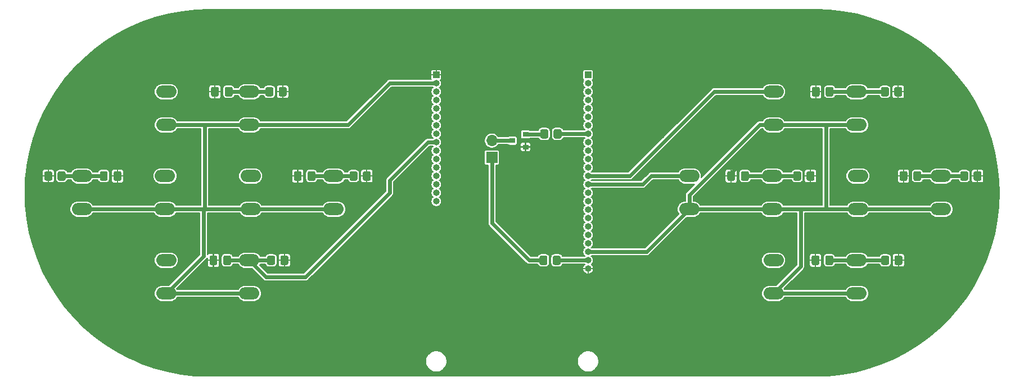
<source format=gbr>
%TF.GenerationSoftware,KiCad,Pcbnew,(5.1.8)-1*%
%TF.CreationDate,2020-11-24T01:58:45+03:00*%
%TF.ProjectId,mesp240_gamepadshield,6d657370-3234-4305-9f67-616d65706164,rev?*%
%TF.SameCoordinates,Original*%
%TF.FileFunction,Copper,L2,Bot*%
%TF.FilePolarity,Positive*%
%FSLAX46Y46*%
G04 Gerber Fmt 4.6, Leading zero omitted, Abs format (unit mm)*
G04 Created by KiCad (PCBNEW (5.1.8)-1) date 2020-11-24 01:58:45*
%MOMM*%
%LPD*%
G01*
G04 APERTURE LIST*
%TA.AperFunction,ComponentPad*%
%ADD10O,3.048000X1.850000*%
%TD*%
%TA.AperFunction,SMDPad,CuDef*%
%ADD11R,0.900000X0.800000*%
%TD*%
%TA.AperFunction,ComponentPad*%
%ADD12O,1.700000X1.700000*%
%TD*%
%TA.AperFunction,ComponentPad*%
%ADD13R,1.700000X1.700000*%
%TD*%
%TA.AperFunction,ComponentPad*%
%ADD14O,1.000000X1.000000*%
%TD*%
%TA.AperFunction,ComponentPad*%
%ADD15R,1.000000X1.000000*%
%TD*%
%TA.AperFunction,ViaPad*%
%ADD16C,0.600000*%
%TD*%
%TA.AperFunction,Conductor*%
%ADD17C,0.600000*%
%TD*%
%TA.AperFunction,Conductor*%
%ADD18C,0.200000*%
%TD*%
%TA.AperFunction,Conductor*%
%ADD19C,0.100000*%
%TD*%
G04 APERTURE END LIST*
D10*
%TO.P,SW8,2*%
%TO.N,LV*%
X180340000Y-121840000D03*
%TO.P,SW8,1*%
%TO.N,BUTTONA*%
X180340000Y-116840000D03*
%TO.P,SW8,2*%
%TO.N,LV*%
X192840000Y-121840000D03*
%TO.P,SW8,1*%
%TO.N,BUTTONA*%
X192840000Y-116840000D03*
%TD*%
%TO.P,SW7,2*%
%TO.N,LV*%
X180340000Y-96440000D03*
%TO.P,SW7,1*%
%TO.N,BUTTONY*%
X180340000Y-91440000D03*
%TO.P,SW7,2*%
%TO.N,LV*%
X192840000Y-96440000D03*
%TO.P,SW7,1*%
%TO.N,BUTTONY*%
X192840000Y-91440000D03*
%TD*%
%TO.P,SW6,2*%
%TO.N,LV*%
X167640000Y-109140000D03*
%TO.P,SW6,1*%
%TO.N,BUTTONX*%
X167640000Y-104140000D03*
%TO.P,SW6,2*%
%TO.N,LV*%
X180140000Y-109140000D03*
%TO.P,SW6,1*%
%TO.N,BUTTONX*%
X180140000Y-104140000D03*
%TD*%
%TO.P,SW5,2*%
%TO.N,LV*%
X193040000Y-109140000D03*
%TO.P,SW5,1*%
%TO.N,BUTTONB*%
X193040000Y-104140000D03*
%TO.P,SW5,2*%
%TO.N,LV*%
X205540000Y-109140000D03*
%TO.P,SW5,1*%
%TO.N,BUTTONB*%
X205540000Y-104140000D03*
%TD*%
%TO.P,SW4,2*%
%TO.N,LV*%
X88900000Y-96440000D03*
%TO.P,SW4,1*%
%TO.N,UP*%
X88900000Y-91440000D03*
%TO.P,SW4,2*%
%TO.N,LV*%
X101400000Y-96440000D03*
%TO.P,SW4,1*%
%TO.N,UP*%
X101400000Y-91440000D03*
%TD*%
%TO.P,SW3,2*%
%TO.N,LV*%
X101600000Y-109140000D03*
%TO.P,SW3,1*%
%TO.N,RIGHT*%
X101600000Y-104140000D03*
%TO.P,SW3,2*%
%TO.N,LV*%
X114100000Y-109140000D03*
%TO.P,SW3,1*%
%TO.N,RIGHT*%
X114100000Y-104140000D03*
%TD*%
%TO.P,SW2,2*%
%TO.N,LV*%
X76200000Y-109140000D03*
%TO.P,SW2,1*%
%TO.N,LEFT*%
X76200000Y-104140000D03*
%TO.P,SW2,2*%
%TO.N,LV*%
X88700000Y-109140000D03*
%TO.P,SW2,1*%
%TO.N,LEFT*%
X88700000Y-104140000D03*
%TD*%
%TO.P,SW1,2*%
%TO.N,LV*%
X88900000Y-121840000D03*
%TO.P,SW1,1*%
%TO.N,DOWN*%
X88900000Y-116840000D03*
%TO.P,SW1,2*%
%TO.N,LV*%
X101400000Y-121840000D03*
%TO.P,SW1,1*%
%TO.N,DOWN*%
X101400000Y-116840000D03*
%TD*%
%TO.P,R10,2*%
%TO.N,HV*%
%TA.AperFunction,SMDPad,CuDef*%
G36*
G01*
X147085000Y-117290001D02*
X147085000Y-116389999D01*
G75*
G02*
X147334999Y-116140000I249999J0D01*
G01*
X148035001Y-116140000D01*
G75*
G02*
X148285000Y-116389999I0J-249999D01*
G01*
X148285000Y-117290001D01*
G75*
G02*
X148035001Y-117540000I-249999J0D01*
G01*
X147334999Y-117540000D01*
G75*
G02*
X147085000Y-117290001I0J249999D01*
G01*
G37*
%TD.AperFunction*%
%TO.P,R10,1*%
%TO.N,Net-(J3-Pad1)*%
%TA.AperFunction,SMDPad,CuDef*%
G36*
G01*
X145085000Y-117290001D02*
X145085000Y-116389999D01*
G75*
G02*
X145334999Y-116140000I249999J0D01*
G01*
X146035001Y-116140000D01*
G75*
G02*
X146285000Y-116389999I0J-249999D01*
G01*
X146285000Y-117290001D01*
G75*
G02*
X146035001Y-117540000I-249999J0D01*
G01*
X145334999Y-117540000D01*
G75*
G02*
X145085000Y-117290001I0J249999D01*
G01*
G37*
%TD.AperFunction*%
%TD*%
%TO.P,R9,2*%
%TO.N,/IO39*%
%TA.AperFunction,SMDPad,CuDef*%
G36*
G01*
X147212000Y-98240001D02*
X147212000Y-97339999D01*
G75*
G02*
X147461999Y-97090000I249999J0D01*
G01*
X148162001Y-97090000D01*
G75*
G02*
X148412000Y-97339999I0J-249999D01*
G01*
X148412000Y-98240001D01*
G75*
G02*
X148162001Y-98490000I-249999J0D01*
G01*
X147461999Y-98490000D01*
G75*
G02*
X147212000Y-98240001I0J249999D01*
G01*
G37*
%TD.AperFunction*%
%TO.P,R9,1*%
%TO.N,Net-(Q1-Pad1)*%
%TA.AperFunction,SMDPad,CuDef*%
G36*
G01*
X145212000Y-98240001D02*
X145212000Y-97339999D01*
G75*
G02*
X145461999Y-97090000I249999J0D01*
G01*
X146162001Y-97090000D01*
G75*
G02*
X146412000Y-97339999I0J-249999D01*
G01*
X146412000Y-98240001D01*
G75*
G02*
X146162001Y-98490000I-249999J0D01*
G01*
X145461999Y-98490000D01*
G75*
G02*
X145212000Y-98240001I0J249999D01*
G01*
G37*
%TD.AperFunction*%
%TD*%
%TO.P,R8,2*%
%TO.N,GND*%
%TA.AperFunction,SMDPad,CuDef*%
G36*
G01*
X198536000Y-117290001D02*
X198536000Y-116389999D01*
G75*
G02*
X198785999Y-116140000I249999J0D01*
G01*
X199486001Y-116140000D01*
G75*
G02*
X199736000Y-116389999I0J-249999D01*
G01*
X199736000Y-117290001D01*
G75*
G02*
X199486001Y-117540000I-249999J0D01*
G01*
X198785999Y-117540000D01*
G75*
G02*
X198536000Y-117290001I0J249999D01*
G01*
G37*
%TD.AperFunction*%
%TO.P,R8,1*%
%TO.N,BUTTONA*%
%TA.AperFunction,SMDPad,CuDef*%
G36*
G01*
X196536000Y-117290001D02*
X196536000Y-116389999D01*
G75*
G02*
X196785999Y-116140000I249999J0D01*
G01*
X197486001Y-116140000D01*
G75*
G02*
X197736000Y-116389999I0J-249999D01*
G01*
X197736000Y-117290001D01*
G75*
G02*
X197486001Y-117540000I-249999J0D01*
G01*
X196785999Y-117540000D01*
G75*
G02*
X196536000Y-117290001I0J249999D01*
G01*
G37*
%TD.AperFunction*%
%TD*%
%TO.P,R7,2*%
%TO.N,GND*%
%TA.AperFunction,SMDPad,CuDef*%
G36*
G01*
X185296000Y-104590001D02*
X185296000Y-103689999D01*
G75*
G02*
X185545999Y-103440000I249999J0D01*
G01*
X186246001Y-103440000D01*
G75*
G02*
X186496000Y-103689999I0J-249999D01*
G01*
X186496000Y-104590001D01*
G75*
G02*
X186246001Y-104840000I-249999J0D01*
G01*
X185545999Y-104840000D01*
G75*
G02*
X185296000Y-104590001I0J249999D01*
G01*
G37*
%TD.AperFunction*%
%TO.P,R7,1*%
%TO.N,BUTTONX*%
%TA.AperFunction,SMDPad,CuDef*%
G36*
G01*
X183296000Y-104590001D02*
X183296000Y-103689999D01*
G75*
G02*
X183545999Y-103440000I249999J0D01*
G01*
X184246001Y-103440000D01*
G75*
G02*
X184496000Y-103689999I0J-249999D01*
G01*
X184496000Y-104590001D01*
G75*
G02*
X184246001Y-104840000I-249999J0D01*
G01*
X183545999Y-104840000D01*
G75*
G02*
X183296000Y-104590001I0J249999D01*
G01*
G37*
%TD.AperFunction*%
%TD*%
%TO.P,R6,2*%
%TO.N,GND*%
%TA.AperFunction,SMDPad,CuDef*%
G36*
G01*
X210442000Y-104590001D02*
X210442000Y-103689999D01*
G75*
G02*
X210691999Y-103440000I249999J0D01*
G01*
X211392001Y-103440000D01*
G75*
G02*
X211642000Y-103689999I0J-249999D01*
G01*
X211642000Y-104590001D01*
G75*
G02*
X211392001Y-104840000I-249999J0D01*
G01*
X210691999Y-104840000D01*
G75*
G02*
X210442000Y-104590001I0J249999D01*
G01*
G37*
%TD.AperFunction*%
%TO.P,R6,1*%
%TO.N,BUTTONB*%
%TA.AperFunction,SMDPad,CuDef*%
G36*
G01*
X208442000Y-104590001D02*
X208442000Y-103689999D01*
G75*
G02*
X208691999Y-103440000I249999J0D01*
G01*
X209392001Y-103440000D01*
G75*
G02*
X209642000Y-103689999I0J-249999D01*
G01*
X209642000Y-104590001D01*
G75*
G02*
X209392001Y-104840000I-249999J0D01*
G01*
X208691999Y-104840000D01*
G75*
G02*
X208442000Y-104590001I0J249999D01*
G01*
G37*
%TD.AperFunction*%
%TD*%
%TO.P,R5,2*%
%TO.N,GND*%
%TA.AperFunction,SMDPad,CuDef*%
G36*
G01*
X198504000Y-91890001D02*
X198504000Y-90989999D01*
G75*
G02*
X198753999Y-90740000I249999J0D01*
G01*
X199454001Y-90740000D01*
G75*
G02*
X199704000Y-90989999I0J-249999D01*
G01*
X199704000Y-91890001D01*
G75*
G02*
X199454001Y-92140000I-249999J0D01*
G01*
X198753999Y-92140000D01*
G75*
G02*
X198504000Y-91890001I0J249999D01*
G01*
G37*
%TD.AperFunction*%
%TO.P,R5,1*%
%TO.N,BUTTONY*%
%TA.AperFunction,SMDPad,CuDef*%
G36*
G01*
X196504000Y-91890001D02*
X196504000Y-90989999D01*
G75*
G02*
X196753999Y-90740000I249999J0D01*
G01*
X197454001Y-90740000D01*
G75*
G02*
X197704000Y-90989999I0J-249999D01*
G01*
X197704000Y-91890001D01*
G75*
G02*
X197454001Y-92140000I-249999J0D01*
G01*
X196753999Y-92140000D01*
G75*
G02*
X196504000Y-91890001I0J249999D01*
G01*
G37*
%TD.AperFunction*%
%TD*%
%TO.P,R4,2*%
%TO.N,GND*%
%TA.AperFunction,SMDPad,CuDef*%
G36*
G01*
X105826000Y-91890001D02*
X105826000Y-90989999D01*
G75*
G02*
X106075999Y-90740000I249999J0D01*
G01*
X106776001Y-90740000D01*
G75*
G02*
X107026000Y-90989999I0J-249999D01*
G01*
X107026000Y-91890001D01*
G75*
G02*
X106776001Y-92140000I-249999J0D01*
G01*
X106075999Y-92140000D01*
G75*
G02*
X105826000Y-91890001I0J249999D01*
G01*
G37*
%TD.AperFunction*%
%TO.P,R4,1*%
%TO.N,UP*%
%TA.AperFunction,SMDPad,CuDef*%
G36*
G01*
X103826000Y-91890001D02*
X103826000Y-90989999D01*
G75*
G02*
X104075999Y-90740000I249999J0D01*
G01*
X104776001Y-90740000D01*
G75*
G02*
X105026000Y-90989999I0J-249999D01*
G01*
X105026000Y-91890001D01*
G75*
G02*
X104776001Y-92140000I-249999J0D01*
G01*
X104075999Y-92140000D01*
G75*
G02*
X103826000Y-91890001I0J249999D01*
G01*
G37*
%TD.AperFunction*%
%TD*%
%TO.P,R3,2*%
%TO.N,GND*%
%TA.AperFunction,SMDPad,CuDef*%
G36*
G01*
X71736000Y-103689999D02*
X71736000Y-104590001D01*
G75*
G02*
X71486001Y-104840000I-249999J0D01*
G01*
X70785999Y-104840000D01*
G75*
G02*
X70536000Y-104590001I0J249999D01*
G01*
X70536000Y-103689999D01*
G75*
G02*
X70785999Y-103440000I249999J0D01*
G01*
X71486001Y-103440000D01*
G75*
G02*
X71736000Y-103689999I0J-249999D01*
G01*
G37*
%TD.AperFunction*%
%TO.P,R3,1*%
%TO.N,LEFT*%
%TA.AperFunction,SMDPad,CuDef*%
G36*
G01*
X73736000Y-103689999D02*
X73736000Y-104590001D01*
G75*
G02*
X73486001Y-104840000I-249999J0D01*
G01*
X72785999Y-104840000D01*
G75*
G02*
X72536000Y-104590001I0J249999D01*
G01*
X72536000Y-103689999D01*
G75*
G02*
X72785999Y-103440000I249999J0D01*
G01*
X73486001Y-103440000D01*
G75*
G02*
X73736000Y-103689999I0J-249999D01*
G01*
G37*
%TD.AperFunction*%
%TD*%
%TO.P,R2,2*%
%TO.N,GND*%
%TA.AperFunction,SMDPad,CuDef*%
G36*
G01*
X106080000Y-117290001D02*
X106080000Y-116389999D01*
G75*
G02*
X106329999Y-116140000I249999J0D01*
G01*
X107030001Y-116140000D01*
G75*
G02*
X107280000Y-116389999I0J-249999D01*
G01*
X107280000Y-117290001D01*
G75*
G02*
X107030001Y-117540000I-249999J0D01*
G01*
X106329999Y-117540000D01*
G75*
G02*
X106080000Y-117290001I0J249999D01*
G01*
G37*
%TD.AperFunction*%
%TO.P,R2,1*%
%TO.N,DOWN*%
%TA.AperFunction,SMDPad,CuDef*%
G36*
G01*
X104080000Y-117290001D02*
X104080000Y-116389999D01*
G75*
G02*
X104329999Y-116140000I249999J0D01*
G01*
X105030001Y-116140000D01*
G75*
G02*
X105280000Y-116389999I0J-249999D01*
G01*
X105280000Y-117290001D01*
G75*
G02*
X105030001Y-117540000I-249999J0D01*
G01*
X104329999Y-117540000D01*
G75*
G02*
X104080000Y-117290001I0J249999D01*
G01*
G37*
%TD.AperFunction*%
%TD*%
%TO.P,R1,2*%
%TO.N,GND*%
%TA.AperFunction,SMDPad,CuDef*%
G36*
G01*
X118494000Y-104590001D02*
X118494000Y-103689999D01*
G75*
G02*
X118743999Y-103440000I249999J0D01*
G01*
X119444001Y-103440000D01*
G75*
G02*
X119694000Y-103689999I0J-249999D01*
G01*
X119694000Y-104590001D01*
G75*
G02*
X119444001Y-104840000I-249999J0D01*
G01*
X118743999Y-104840000D01*
G75*
G02*
X118494000Y-104590001I0J249999D01*
G01*
G37*
%TD.AperFunction*%
%TO.P,R1,1*%
%TO.N,RIGHT*%
%TA.AperFunction,SMDPad,CuDef*%
G36*
G01*
X116494000Y-104590001D02*
X116494000Y-103689999D01*
G75*
G02*
X116743999Y-103440000I249999J0D01*
G01*
X117444001Y-103440000D01*
G75*
G02*
X117694000Y-103689999I0J-249999D01*
G01*
X117694000Y-104590001D01*
G75*
G02*
X117444001Y-104840000I-249999J0D01*
G01*
X116743999Y-104840000D01*
G75*
G02*
X116494000Y-104590001I0J249999D01*
G01*
G37*
%TD.AperFunction*%
%TD*%
D11*
%TO.P,Q1,3*%
%TO.N,Net-(J3-Pad2)*%
X140986000Y-98806000D03*
%TO.P,Q1,2*%
%TO.N,GND*%
X142986000Y-99756000D03*
%TO.P,Q1,1*%
%TO.N,Net-(Q1-Pad1)*%
X142986000Y-97856000D03*
%TD*%
D12*
%TO.P,J3,2*%
%TO.N,Net-(J3-Pad2)*%
X137922000Y-98806000D03*
D13*
%TO.P,J3,1*%
%TO.N,Net-(J3-Pad1)*%
X137922000Y-101346000D03*
%TD*%
D14*
%TO.P,J2,24*%
%TO.N,GND*%
X152400000Y-118110000D03*
%TO.P,J2,23*%
%TO.N,HV*%
X152400000Y-116840000D03*
%TO.P,J2,22*%
%TO.N,LV*%
X152400000Y-115570000D03*
%TO.P,J2,21*%
%TO.N,Net-(J2-Pad21)*%
X152400000Y-114300000D03*
%TO.P,J2,20*%
%TO.N,Net-(J2-Pad20)*%
X152400000Y-113030000D03*
%TO.P,J2,19*%
%TO.N,Net-(J2-Pad19)*%
X152400000Y-111760000D03*
%TO.P,J2,18*%
%TO.N,/TXD1*%
X152400000Y-110490000D03*
%TO.P,J2,17*%
%TO.N,/RXD1*%
X152400000Y-109220000D03*
%TO.P,J2,16*%
%TO.N,BUTTONA*%
X152400000Y-107950000D03*
%TO.P,J2,15*%
%TO.N,BUTTONB*%
X152400000Y-106680000D03*
%TO.P,J2,14*%
%TO.N,BUTTONX*%
X152400000Y-105410000D03*
%TO.P,J2,13*%
%TO.N,BUTTONY*%
X152400000Y-104140000D03*
%TO.P,J2,12*%
%TO.N,/IO35*%
X152400000Y-102870000D03*
%TO.P,J2,11*%
%TO.N,/IO36*%
X152400000Y-101600000D03*
%TO.P,J2,10*%
%TO.N,/IO37*%
X152400000Y-100330000D03*
%TO.P,J2,9*%
%TO.N,/IO38*%
X152400000Y-99060000D03*
%TO.P,J2,8*%
%TO.N,/IO39*%
X152400000Y-97790000D03*
%TO.P,J2,7*%
%TO.N,Net-(J2-Pad7)*%
X152400000Y-96520000D03*
%TO.P,J2,6*%
%TO.N,Net-(J2-Pad6)*%
X152400000Y-95250000D03*
%TO.P,J2,5*%
%TO.N,/IO41*%
X152400000Y-93980000D03*
%TO.P,J2,4*%
%TO.N,/TXD0*%
X152400000Y-92710000D03*
%TO.P,J2,3*%
%TO.N,/RXD0*%
X152400000Y-91440000D03*
%TO.P,J2,2*%
%TO.N,Net-(J2-Pad2)*%
X152400000Y-90170000D03*
D15*
%TO.P,J2,1*%
%TO.N,Net-(J2-Pad1)*%
X152400000Y-88900000D03*
%TD*%
D14*
%TO.P,J1,16*%
%TO.N,Net-(J1-Pad16)*%
X129540000Y-107950000D03*
%TO.P,J1,15*%
%TO.N,Net-(J1-Pad15)*%
X129540000Y-106680000D03*
%TO.P,J1,14*%
%TO.N,Net-(J1-Pad14)*%
X129540000Y-105410000D03*
%TO.P,J1,13*%
%TO.N,Net-(J1-Pad13)*%
X129540000Y-104140000D03*
%TO.P,J1,12*%
%TO.N,Net-(J1-Pad12)*%
X129540000Y-102870000D03*
%TO.P,J1,11*%
%TO.N,RIGHT*%
X129540000Y-101600000D03*
%TO.P,J1,10*%
%TO.N,LEFT*%
X129540000Y-100330000D03*
%TO.P,J1,9*%
%TO.N,DOWN*%
X129540000Y-99060000D03*
%TO.P,J1,8*%
%TO.N,UP*%
X129540000Y-97790000D03*
%TO.P,J1,7*%
%TO.N,Net-(J1-Pad7)*%
X129540000Y-96520000D03*
%TO.P,J1,6*%
%TO.N,Net-(J1-Pad6)*%
X129540000Y-95250000D03*
%TO.P,J1,5*%
%TO.N,Net-(J1-Pad5)*%
X129540000Y-93980000D03*
%TO.P,J1,4*%
%TO.N,Net-(J1-Pad4)*%
X129540000Y-92710000D03*
%TO.P,J1,3*%
%TO.N,Net-(J1-Pad3)*%
X129540000Y-91440000D03*
%TO.P,J1,2*%
%TO.N,LV*%
X129540000Y-90170000D03*
D15*
%TO.P,J1,1*%
%TO.N,GND*%
X129540000Y-88900000D03*
%TD*%
%TO.P,C8,2*%
%TO.N,GND*%
%TA.AperFunction,SMDPad,CuDef*%
G36*
G01*
X187234500Y-116365000D02*
X187234500Y-117315000D01*
G75*
G02*
X186984500Y-117565000I-250000J0D01*
G01*
X186309500Y-117565000D01*
G75*
G02*
X186059500Y-117315000I0J250000D01*
G01*
X186059500Y-116365000D01*
G75*
G02*
X186309500Y-116115000I250000J0D01*
G01*
X186984500Y-116115000D01*
G75*
G02*
X187234500Y-116365000I0J-250000D01*
G01*
G37*
%TD.AperFunction*%
%TO.P,C8,1*%
%TO.N,BUTTONA*%
%TA.AperFunction,SMDPad,CuDef*%
G36*
G01*
X189309500Y-116365000D02*
X189309500Y-117315000D01*
G75*
G02*
X189059500Y-117565000I-250000J0D01*
G01*
X188384500Y-117565000D01*
G75*
G02*
X188134500Y-117315000I0J250000D01*
G01*
X188134500Y-116365000D01*
G75*
G02*
X188384500Y-116115000I250000J0D01*
G01*
X189059500Y-116115000D01*
G75*
G02*
X189309500Y-116365000I0J-250000D01*
G01*
G37*
%TD.AperFunction*%
%TD*%
%TO.P,C7,2*%
%TO.N,GND*%
%TA.AperFunction,SMDPad,CuDef*%
G36*
G01*
X187277500Y-90965000D02*
X187277500Y-91915000D01*
G75*
G02*
X187027500Y-92165000I-250000J0D01*
G01*
X186352500Y-92165000D01*
G75*
G02*
X186102500Y-91915000I0J250000D01*
G01*
X186102500Y-90965000D01*
G75*
G02*
X186352500Y-90715000I250000J0D01*
G01*
X187027500Y-90715000D01*
G75*
G02*
X187277500Y-90965000I0J-250000D01*
G01*
G37*
%TD.AperFunction*%
%TO.P,C7,1*%
%TO.N,BUTTONY*%
%TA.AperFunction,SMDPad,CuDef*%
G36*
G01*
X189352500Y-90965000D02*
X189352500Y-91915000D01*
G75*
G02*
X189102500Y-92165000I-250000J0D01*
G01*
X188427500Y-92165000D01*
G75*
G02*
X188177500Y-91915000I0J250000D01*
G01*
X188177500Y-90965000D01*
G75*
G02*
X188427500Y-90715000I250000J0D01*
G01*
X189102500Y-90715000D01*
G75*
G02*
X189352500Y-90965000I0J-250000D01*
G01*
G37*
%TD.AperFunction*%
%TD*%
%TO.P,C6,2*%
%TO.N,GND*%
%TA.AperFunction,SMDPad,CuDef*%
G36*
G01*
X174534500Y-103665000D02*
X174534500Y-104615000D01*
G75*
G02*
X174284500Y-104865000I-250000J0D01*
G01*
X173609500Y-104865000D01*
G75*
G02*
X173359500Y-104615000I0J250000D01*
G01*
X173359500Y-103665000D01*
G75*
G02*
X173609500Y-103415000I250000J0D01*
G01*
X174284500Y-103415000D01*
G75*
G02*
X174534500Y-103665000I0J-250000D01*
G01*
G37*
%TD.AperFunction*%
%TO.P,C6,1*%
%TO.N,BUTTONX*%
%TA.AperFunction,SMDPad,CuDef*%
G36*
G01*
X176609500Y-103665000D02*
X176609500Y-104615000D01*
G75*
G02*
X176359500Y-104865000I-250000J0D01*
G01*
X175684500Y-104865000D01*
G75*
G02*
X175434500Y-104615000I0J250000D01*
G01*
X175434500Y-103665000D01*
G75*
G02*
X175684500Y-103415000I250000J0D01*
G01*
X176359500Y-103415000D01*
G75*
G02*
X176609500Y-103665000I0J-250000D01*
G01*
G37*
%TD.AperFunction*%
%TD*%
%TO.P,C5,2*%
%TO.N,GND*%
%TA.AperFunction,SMDPad,CuDef*%
G36*
G01*
X200485500Y-103665000D02*
X200485500Y-104615000D01*
G75*
G02*
X200235500Y-104865000I-250000J0D01*
G01*
X199560500Y-104865000D01*
G75*
G02*
X199310500Y-104615000I0J250000D01*
G01*
X199310500Y-103665000D01*
G75*
G02*
X199560500Y-103415000I250000J0D01*
G01*
X200235500Y-103415000D01*
G75*
G02*
X200485500Y-103665000I0J-250000D01*
G01*
G37*
%TD.AperFunction*%
%TO.P,C5,1*%
%TO.N,BUTTONB*%
%TA.AperFunction,SMDPad,CuDef*%
G36*
G01*
X202560500Y-103665000D02*
X202560500Y-104615000D01*
G75*
G02*
X202310500Y-104865000I-250000J0D01*
G01*
X201635500Y-104865000D01*
G75*
G02*
X201385500Y-104615000I0J250000D01*
G01*
X201385500Y-103665000D01*
G75*
G02*
X201635500Y-103415000I250000J0D01*
G01*
X202310500Y-103415000D01*
G75*
G02*
X202560500Y-103665000I0J-250000D01*
G01*
G37*
%TD.AperFunction*%
%TD*%
%TO.P,C4,2*%
%TO.N,GND*%
%TA.AperFunction,SMDPad,CuDef*%
G36*
G01*
X96810500Y-90965000D02*
X96810500Y-91915000D01*
G75*
G02*
X96560500Y-92165000I-250000J0D01*
G01*
X95885500Y-92165000D01*
G75*
G02*
X95635500Y-91915000I0J250000D01*
G01*
X95635500Y-90965000D01*
G75*
G02*
X95885500Y-90715000I250000J0D01*
G01*
X96560500Y-90715000D01*
G75*
G02*
X96810500Y-90965000I0J-250000D01*
G01*
G37*
%TD.AperFunction*%
%TO.P,C4,1*%
%TO.N,UP*%
%TA.AperFunction,SMDPad,CuDef*%
G36*
G01*
X98885500Y-90965000D02*
X98885500Y-91915000D01*
G75*
G02*
X98635500Y-92165000I-250000J0D01*
G01*
X97960500Y-92165000D01*
G75*
G02*
X97710500Y-91915000I0J250000D01*
G01*
X97710500Y-90965000D01*
G75*
G02*
X97960500Y-90715000I250000J0D01*
G01*
X98635500Y-90715000D01*
G75*
G02*
X98885500Y-90965000I0J-250000D01*
G01*
G37*
%TD.AperFunction*%
%TD*%
%TO.P,C3,2*%
%TO.N,GND*%
%TA.AperFunction,SMDPad,CuDef*%
G36*
G01*
X109278000Y-103665000D02*
X109278000Y-104615000D01*
G75*
G02*
X109028000Y-104865000I-250000J0D01*
G01*
X108353000Y-104865000D01*
G75*
G02*
X108103000Y-104615000I0J250000D01*
G01*
X108103000Y-103665000D01*
G75*
G02*
X108353000Y-103415000I250000J0D01*
G01*
X109028000Y-103415000D01*
G75*
G02*
X109278000Y-103665000I0J-250000D01*
G01*
G37*
%TD.AperFunction*%
%TO.P,C3,1*%
%TO.N,RIGHT*%
%TA.AperFunction,SMDPad,CuDef*%
G36*
G01*
X111353000Y-103665000D02*
X111353000Y-104615000D01*
G75*
G02*
X111103000Y-104865000I-250000J0D01*
G01*
X110428000Y-104865000D01*
G75*
G02*
X110178000Y-104615000I0J250000D01*
G01*
X110178000Y-103665000D01*
G75*
G02*
X110428000Y-103415000I250000J0D01*
G01*
X111103000Y-103415000D01*
G75*
G02*
X111353000Y-103665000I0J-250000D01*
G01*
G37*
%TD.AperFunction*%
%TD*%
%TO.P,C2,2*%
%TO.N,GND*%
%TA.AperFunction,SMDPad,CuDef*%
G36*
G01*
X80968000Y-104615000D02*
X80968000Y-103665000D01*
G75*
G02*
X81218000Y-103415000I250000J0D01*
G01*
X81893000Y-103415000D01*
G75*
G02*
X82143000Y-103665000I0J-250000D01*
G01*
X82143000Y-104615000D01*
G75*
G02*
X81893000Y-104865000I-250000J0D01*
G01*
X81218000Y-104865000D01*
G75*
G02*
X80968000Y-104615000I0J250000D01*
G01*
G37*
%TD.AperFunction*%
%TO.P,C2,1*%
%TO.N,LEFT*%
%TA.AperFunction,SMDPad,CuDef*%
G36*
G01*
X78893000Y-104615000D02*
X78893000Y-103665000D01*
G75*
G02*
X79143000Y-103415000I250000J0D01*
G01*
X79818000Y-103415000D01*
G75*
G02*
X80068000Y-103665000I0J-250000D01*
G01*
X80068000Y-104615000D01*
G75*
G02*
X79818000Y-104865000I-250000J0D01*
G01*
X79143000Y-104865000D01*
G75*
G02*
X78893000Y-104615000I0J250000D01*
G01*
G37*
%TD.AperFunction*%
%TD*%
%TO.P,C1,2*%
%TO.N,GND*%
%TA.AperFunction,SMDPad,CuDef*%
G36*
G01*
X96578000Y-116365000D02*
X96578000Y-117315000D01*
G75*
G02*
X96328000Y-117565000I-250000J0D01*
G01*
X95653000Y-117565000D01*
G75*
G02*
X95403000Y-117315000I0J250000D01*
G01*
X95403000Y-116365000D01*
G75*
G02*
X95653000Y-116115000I250000J0D01*
G01*
X96328000Y-116115000D01*
G75*
G02*
X96578000Y-116365000I0J-250000D01*
G01*
G37*
%TD.AperFunction*%
%TO.P,C1,1*%
%TO.N,DOWN*%
%TA.AperFunction,SMDPad,CuDef*%
G36*
G01*
X98653000Y-116365000D02*
X98653000Y-117315000D01*
G75*
G02*
X98403000Y-117565000I-250000J0D01*
G01*
X97728000Y-117565000D01*
G75*
G02*
X97478000Y-117315000I0J250000D01*
G01*
X97478000Y-116365000D01*
G75*
G02*
X97728000Y-116115000I250000J0D01*
G01*
X98403000Y-116115000D01*
G75*
G02*
X98653000Y-116365000I0J-250000D01*
G01*
G37*
%TD.AperFunction*%
%TD*%
D16*
%TO.N,GND*%
X168046400Y-125857000D03*
X159766000Y-110998000D03*
X165100000Y-105410000D03*
X175768000Y-101854000D03*
X154940000Y-102997000D03*
X156845000Y-102997000D03*
X158369000Y-102997000D03*
X160020000Y-101473000D03*
X161798000Y-99695000D03*
X163576000Y-98171000D03*
X164846000Y-96647000D03*
X166624000Y-94996000D03*
X168402000Y-93091000D03*
X169672000Y-91440000D03*
X171323000Y-90424000D03*
X173228000Y-90424000D03*
X175133000Y-90424000D03*
X177292000Y-90424000D03*
X177292000Y-92583000D03*
X174879000Y-92583000D03*
X173101000Y-92583000D03*
X171577000Y-92964000D03*
X169926000Y-94361000D03*
X168148000Y-96393000D03*
X166497000Y-97917000D03*
X165227000Y-99441000D03*
X163195000Y-101219000D03*
X161544000Y-102870000D03*
X160274000Y-104267000D03*
X162179000Y-105537000D03*
X163576000Y-108077000D03*
X154940000Y-109347000D03*
X157099000Y-109474000D03*
X159385000Y-109601000D03*
X161671000Y-109601000D03*
X162941000Y-110617000D03*
X165354000Y-113411000D03*
X166878000Y-114681000D03*
X168021000Y-115951000D03*
X169164000Y-117221000D03*
X170942000Y-118364000D03*
X172847000Y-118364000D03*
X174879000Y-118491000D03*
X176657000Y-118364000D03*
X177800000Y-118237000D03*
X154813000Y-116840000D03*
X156972000Y-116967000D03*
X159639000Y-116967000D03*
X162052000Y-116713000D03*
X163322000Y-115570000D03*
X164592000Y-114554000D03*
X154813000Y-114554000D03*
X157226000Y-114554000D03*
X159893000Y-114427000D03*
X161544000Y-113411000D03*
X162941000Y-112395000D03*
X165100000Y-108966000D03*
X167005000Y-111379000D03*
X169799000Y-110490000D03*
X174244000Y-110236000D03*
X170942000Y-107950000D03*
X173736000Y-107950000D03*
X176022000Y-107950000D03*
X171196000Y-105664000D03*
X177800000Y-105791000D03*
X177546000Y-108077000D03*
X182753000Y-107823000D03*
X182753000Y-105664000D03*
X184404000Y-107823000D03*
X185547000Y-107950000D03*
X187325000Y-105664000D03*
X187198000Y-107823000D03*
X189357000Y-105029000D03*
X189611000Y-107823000D03*
X190881000Y-106680000D03*
X190500000Y-104140000D03*
X193167000Y-106172000D03*
X193167000Y-102108000D03*
X195326000Y-102235000D03*
X195707000Y-105918000D03*
X197485000Y-105791000D03*
X197612000Y-102362000D03*
X206121000Y-106045000D03*
X206248000Y-101981000D03*
X206502000Y-111633000D03*
X203200000Y-111760000D03*
X199136000Y-110236000D03*
X199263000Y-107950000D03*
X196469000Y-107950000D03*
X202311000Y-107950000D03*
X195072000Y-111379000D03*
X182245000Y-115443000D03*
X182880000Y-117856000D03*
X181102000Y-119380000D03*
X183388000Y-120650000D03*
X184531000Y-119126000D03*
X185293000Y-115570000D03*
X190373000Y-115316000D03*
X190373000Y-118618000D03*
X191897000Y-118745000D03*
X195453000Y-118745000D03*
X195326000Y-115443000D03*
X136525000Y-106045000D03*
X139446000Y-106172000D03*
X136398000Y-108204000D03*
X139573000Y-108458000D03*
X136271000Y-110363000D03*
X139700000Y-110617000D03*
X137287000Y-113411000D03*
X140335000Y-111760000D03*
X139446000Y-115189000D03*
X142494000Y-113792000D03*
X141732000Y-116967000D03*
X144018000Y-115570000D03*
X149606000Y-118110000D03*
X149860000Y-113157000D03*
X145796000Y-113538000D03*
X144399000Y-112395000D03*
X146939000Y-110871000D03*
X143256000Y-109601000D03*
X146685000Y-108839000D03*
X143637000Y-107569000D03*
X146304000Y-106680000D03*
X143383000Y-105410000D03*
X146177000Y-105029000D03*
X143383000Y-103886000D03*
X146431000Y-102997000D03*
X143256000Y-102489000D03*
X144780000Y-99568000D03*
X139954000Y-94869000D03*
X143510000Y-94996000D03*
X145034000Y-95885000D03*
X148717000Y-95758000D03*
X148971000Y-99949000D03*
X135128000Y-94996000D03*
X133858000Y-93853000D03*
X136271000Y-91694000D03*
X138049000Y-93345000D03*
X134620000Y-90170000D03*
X132461000Y-92202000D03*
X117729000Y-96647000D03*
X119380000Y-96520000D03*
X121666000Y-96520000D03*
X123698000Y-96520000D03*
X126111000Y-96520000D03*
X117602000Y-99187000D03*
X119507000Y-99187000D03*
X121666000Y-99187000D03*
X123825000Y-99314000D03*
X125857000Y-99187000D03*
X119507000Y-101219000D03*
X121793000Y-101346000D03*
X123698000Y-101346000D03*
X126238000Y-102997000D03*
X125095000Y-104140000D03*
X123825000Y-105410000D03*
X121031000Y-105410000D03*
X113919000Y-106680000D03*
X111125000Y-106680000D03*
X108839000Y-106680000D03*
X106680000Y-106680000D03*
X105029000Y-106807000D03*
X102997000Y-106680000D03*
X116713000Y-110998000D03*
X118745000Y-112522000D03*
X120650000Y-110871000D03*
X122936000Y-108839000D03*
X114935000Y-112522000D03*
X116840000Y-114681000D03*
X113665000Y-113792000D03*
X115316000Y-116205000D03*
X111506000Y-115443000D03*
X113792000Y-117983000D03*
X110236000Y-116967000D03*
X112522000Y-119253000D03*
X108966000Y-117983000D03*
X110109000Y-120650000D03*
X107696000Y-118364000D03*
X107950000Y-121158000D03*
X105029000Y-120904000D03*
X102362000Y-120142000D03*
X98806000Y-120650000D03*
X98806000Y-123190000D03*
X96901000Y-120650000D03*
X96901000Y-123190000D03*
X95250000Y-120650000D03*
X95250000Y-123317000D03*
X93345000Y-120523000D03*
X93345000Y-123317000D03*
X91948000Y-120650000D03*
X91694000Y-123190000D03*
X89662000Y-119126000D03*
X91186000Y-117856000D03*
X93218000Y-118999000D03*
X91186000Y-115062000D03*
X93472000Y-115189000D03*
X95631000Y-114808000D03*
X99060000Y-115062000D03*
X78486000Y-110363000D03*
X81661000Y-110236000D03*
X84328000Y-110363000D03*
X86995000Y-110490000D03*
X103632000Y-110617000D03*
X106426000Y-110617000D03*
X108966000Y-110617000D03*
X111633000Y-110744000D03*
X103378000Y-102235000D03*
X106299000Y-102235000D03*
X108204000Y-102235000D03*
X112141000Y-102362000D03*
X83947000Y-102362000D03*
X86106000Y-102616000D03*
X77470000Y-106680000D03*
X80010000Y-106807000D03*
X82677000Y-106807000D03*
X85598000Y-106680000D03*
X75819000Y-101727000D03*
X75565000Y-106680000D03*
X75438000Y-112141000D03*
X90678000Y-102489000D03*
X93599000Y-102616000D03*
X97409000Y-102743000D03*
X100838000Y-101854000D03*
X91440000Y-98552000D03*
X98044000Y-98425000D03*
X100203000Y-98425000D03*
X112776000Y-95377000D03*
X114046000Y-92837000D03*
X115824000Y-94361000D03*
X112395000Y-90678000D03*
X109347000Y-89535000D03*
X105029000Y-88138000D03*
X101346000Y-94234000D03*
X101092000Y-88900000D03*
X101473000Y-99060000D03*
X89027000Y-94361000D03*
X89154000Y-89281000D03*
X92456000Y-89154000D03*
X92710000Y-94107000D03*
X95377000Y-94488000D03*
X97663000Y-94488000D03*
%TD*%
D17*
%TO.N,GND*%
X173947000Y-103675000D02*
X175768000Y-101854000D01*
X173947000Y-104140000D02*
X173947000Y-103675000D01*
%TO.N,DOWN*%
X98065500Y-116840000D02*
X101400000Y-116840000D01*
X101400000Y-116840000D02*
X104680000Y-116840000D01*
X122555000Y-104775000D02*
X128270000Y-99060000D01*
X122555000Y-106680000D02*
X122555000Y-104775000D01*
X109855000Y-119380000D02*
X122555000Y-106680000D01*
X128270000Y-99060000D02*
X129540000Y-99060000D01*
X103940000Y-119380000D02*
X109855000Y-119380000D01*
X101400000Y-116840000D02*
X103940000Y-119380000D01*
%TO.N,LEFT*%
X73136000Y-104140000D02*
X76200000Y-104140000D01*
X76200000Y-104140000D02*
X79480500Y-104140000D01*
%TO.N,RIGHT*%
X110765500Y-104140000D02*
X114100000Y-104140000D01*
X114100000Y-104140000D02*
X117094000Y-104140000D01*
%TO.N,UP*%
X101400000Y-91440000D02*
X104426000Y-91440000D01*
X101400000Y-91440000D02*
X98298000Y-91440000D01*
%TO.N,BUTTONB*%
X201973000Y-104140000D02*
X205540000Y-104140000D01*
X205540000Y-104140000D02*
X209042000Y-104140000D01*
%TO.N,BUTTONX*%
X152400000Y-105410000D02*
X160655000Y-105410000D01*
X161925000Y-104140000D02*
X167640000Y-104140000D01*
X160655000Y-105410000D02*
X161925000Y-104140000D01*
X183896000Y-104140000D02*
X180140000Y-104140000D01*
X176022000Y-104140000D02*
X180140000Y-104140000D01*
%TO.N,BUTTONY*%
X188765000Y-91440000D02*
X192840000Y-91440000D01*
X192840000Y-91440000D02*
X197104000Y-91440000D01*
X180340000Y-91440000D02*
X171399200Y-91440000D01*
X158699200Y-104140000D02*
X152400000Y-104140000D01*
X171399200Y-91440000D02*
X158699200Y-104140000D01*
%TO.N,BUTTONA*%
X192840000Y-116840000D02*
X188722000Y-116840000D01*
X192840000Y-116840000D02*
X197136000Y-116840000D01*
%TO.N,LV*%
X161210000Y-115570000D02*
X167640000Y-109140000D01*
X152400000Y-115570000D02*
X161210000Y-115570000D01*
X184407800Y-117772200D02*
X180340000Y-121840000D01*
X184407800Y-109140000D02*
X184407800Y-117772200D01*
X180140000Y-109140000D02*
X184407800Y-109140000D01*
X167640000Y-109140000D02*
X180140000Y-109140000D01*
X192840000Y-121840000D02*
X180340000Y-121840000D01*
X193040000Y-109140000D02*
X205540000Y-109140000D01*
X188217800Y-96635600D02*
X188413400Y-96440000D01*
X188413400Y-96440000D02*
X192840000Y-96440000D01*
X180340000Y-96440000D02*
X188413400Y-96440000D01*
X184407800Y-109140000D02*
X188217800Y-109140000D01*
X188217800Y-109140000D02*
X188217800Y-96635600D01*
X188217800Y-109140000D02*
X193040000Y-109140000D01*
X88900000Y-121840000D02*
X101400000Y-121840000D01*
X94535000Y-116205000D02*
X88900000Y-121840000D01*
X94535000Y-109140000D02*
X94535000Y-116205000D01*
X76200000Y-109140000D02*
X94535000Y-109140000D01*
X94695000Y-109140000D02*
X114100000Y-109140000D01*
X94535000Y-109140000D02*
X94695000Y-109140000D01*
X88900000Y-96440000D02*
X94695000Y-96440000D01*
X94695000Y-96440000D02*
X94695000Y-109140000D01*
X94695000Y-96440000D02*
X101400000Y-96440000D01*
X101400000Y-96440000D02*
X116285000Y-96440000D01*
X122555000Y-90170000D02*
X129540000Y-90170000D01*
X116285000Y-96440000D02*
X122555000Y-90170000D01*
X167640000Y-107016000D02*
X167640000Y-109140000D01*
X178216000Y-96440000D02*
X167640000Y-107016000D01*
X180340000Y-96440000D02*
X178216000Y-96440000D01*
%TO.N,HV*%
X152400000Y-116840000D02*
X147685000Y-116840000D01*
%TO.N,/IO39*%
X147812000Y-97790000D02*
X152400000Y-97790000D01*
%TO.N,Net-(J3-Pad2)*%
X137922000Y-98806000D02*
X140986000Y-98806000D01*
%TO.N,Net-(Q1-Pad1)*%
X145746000Y-97856000D02*
X145812000Y-97790000D01*
X142986000Y-97856000D02*
X145746000Y-97856000D01*
%TO.N,Net-(J3-Pad1)*%
X145685000Y-116840000D02*
X143510000Y-116840000D01*
X137922000Y-111252000D02*
X137922000Y-101346000D01*
X143510000Y-116840000D02*
X137922000Y-111252000D01*
%TD*%
D18*
%TO.N,GND*%
X188760516Y-79142960D02*
X190819391Y-79375720D01*
X192855000Y-79762192D01*
X194855910Y-80300207D01*
X196810858Y-80986736D01*
X198708802Y-81817901D01*
X200539099Y-82789039D01*
X202291434Y-83894679D01*
X203955936Y-85128595D01*
X205523225Y-86483833D01*
X206984498Y-87952776D01*
X208331518Y-89527150D01*
X209556697Y-91198082D01*
X210653141Y-92956173D01*
X211614687Y-94791538D01*
X212435910Y-96693825D01*
X213112187Y-98652319D01*
X213639719Y-100656028D01*
X214015527Y-102693627D01*
X214237549Y-104754121D01*
X214304787Y-106679577D01*
X214227040Y-108750515D01*
X213994280Y-110809389D01*
X213607808Y-112845000D01*
X213069793Y-114845910D01*
X212383269Y-116800847D01*
X211552099Y-118698802D01*
X210580956Y-120529109D01*
X209475316Y-122281439D01*
X208241411Y-123945929D01*
X206886167Y-125513225D01*
X205417224Y-126974498D01*
X203842850Y-128321518D01*
X202171921Y-129546695D01*
X200413827Y-130643141D01*
X198578458Y-131604689D01*
X196676175Y-132425910D01*
X194717676Y-133102188D01*
X192713967Y-133629720D01*
X190676373Y-134005527D01*
X188615879Y-134227549D01*
X186684328Y-134295000D01*
X95256093Y-134295000D01*
X93179485Y-134217040D01*
X91120611Y-133984280D01*
X89085000Y-133597808D01*
X87084090Y-133059793D01*
X85129153Y-132373269D01*
X84098012Y-131921702D01*
X127932777Y-131921702D01*
X127932777Y-132238298D01*
X127994541Y-132548810D01*
X128115697Y-132841306D01*
X128291588Y-133104545D01*
X128515455Y-133328412D01*
X128778694Y-133504303D01*
X129071190Y-133625459D01*
X129381702Y-133687223D01*
X129698298Y-133687223D01*
X130008810Y-133625459D01*
X130301306Y-133504303D01*
X130564545Y-133328412D01*
X130788412Y-133104545D01*
X130964303Y-132841306D01*
X131085459Y-132548810D01*
X131147223Y-132238298D01*
X131147223Y-131921702D01*
X150792777Y-131921702D01*
X150792777Y-132238298D01*
X150854541Y-132548810D01*
X150975697Y-132841306D01*
X151151588Y-133104545D01*
X151375455Y-133328412D01*
X151638694Y-133504303D01*
X151931190Y-133625459D01*
X152241702Y-133687223D01*
X152558298Y-133687223D01*
X152868810Y-133625459D01*
X153161306Y-133504303D01*
X153424545Y-133328412D01*
X153648412Y-133104545D01*
X153824303Y-132841306D01*
X153945459Y-132548810D01*
X154007223Y-132238298D01*
X154007223Y-131921702D01*
X153945459Y-131611190D01*
X153824303Y-131318694D01*
X153648412Y-131055455D01*
X153424545Y-130831588D01*
X153161306Y-130655697D01*
X152868810Y-130534541D01*
X152558298Y-130472777D01*
X152241702Y-130472777D01*
X151931190Y-130534541D01*
X151638694Y-130655697D01*
X151375455Y-130831588D01*
X151151588Y-131055455D01*
X150975697Y-131318694D01*
X150854541Y-131611190D01*
X150792777Y-131921702D01*
X131147223Y-131921702D01*
X131085459Y-131611190D01*
X130964303Y-131318694D01*
X130788412Y-131055455D01*
X130564545Y-130831588D01*
X130301306Y-130655697D01*
X130008810Y-130534541D01*
X129698298Y-130472777D01*
X129381702Y-130472777D01*
X129071190Y-130534541D01*
X128778694Y-130655697D01*
X128515455Y-130831588D01*
X128291588Y-131055455D01*
X128115697Y-131318694D01*
X127994541Y-131611190D01*
X127932777Y-131921702D01*
X84098012Y-131921702D01*
X83231198Y-131542099D01*
X81400891Y-130570956D01*
X79648561Y-129465316D01*
X77984071Y-128231411D01*
X76416775Y-126876167D01*
X74955502Y-125407224D01*
X73608482Y-123832850D01*
X72383305Y-122161921D01*
X71286859Y-120403827D01*
X70325311Y-118568458D01*
X69579131Y-116840000D01*
X87070073Y-116840000D01*
X87093725Y-117080142D01*
X87163772Y-117311055D01*
X87277522Y-117523866D01*
X87430603Y-117710397D01*
X87617134Y-117863478D01*
X87829945Y-117977228D01*
X88060858Y-118047275D01*
X88240822Y-118065000D01*
X89559178Y-118065000D01*
X89739142Y-118047275D01*
X89970055Y-117977228D01*
X90182866Y-117863478D01*
X90369397Y-117710397D01*
X90522478Y-117523866D01*
X90636228Y-117311055D01*
X90706275Y-117080142D01*
X90729927Y-116840000D01*
X90706275Y-116599858D01*
X90636228Y-116368945D01*
X90522478Y-116156134D01*
X90369397Y-115969603D01*
X90182866Y-115816522D01*
X89970055Y-115702772D01*
X89739142Y-115632725D01*
X89559178Y-115615000D01*
X88240822Y-115615000D01*
X88060858Y-115632725D01*
X87829945Y-115702772D01*
X87617134Y-115816522D01*
X87430603Y-115969603D01*
X87277522Y-116156134D01*
X87163772Y-116368945D01*
X87093725Y-116599858D01*
X87070073Y-116840000D01*
X69579131Y-116840000D01*
X69504090Y-116666175D01*
X68827812Y-114707676D01*
X68300280Y-112703967D01*
X67924473Y-110666373D01*
X67760004Y-109140000D01*
X74370073Y-109140000D01*
X74393725Y-109380142D01*
X74463772Y-109611055D01*
X74577522Y-109823866D01*
X74730603Y-110010397D01*
X74917134Y-110163478D01*
X75129945Y-110277228D01*
X75360858Y-110347275D01*
X75540822Y-110365000D01*
X76859178Y-110365000D01*
X77039142Y-110347275D01*
X77270055Y-110277228D01*
X77482866Y-110163478D01*
X77669397Y-110010397D01*
X77822478Y-109823866D01*
X77867305Y-109740000D01*
X87032695Y-109740000D01*
X87077522Y-109823866D01*
X87230603Y-110010397D01*
X87417134Y-110163478D01*
X87629945Y-110277228D01*
X87860858Y-110347275D01*
X88040822Y-110365000D01*
X89359178Y-110365000D01*
X89539142Y-110347275D01*
X89770055Y-110277228D01*
X89982866Y-110163478D01*
X90169397Y-110010397D01*
X90322478Y-109823866D01*
X90367305Y-109740000D01*
X93935000Y-109740000D01*
X93935001Y-115956470D01*
X89276473Y-120615000D01*
X88240822Y-120615000D01*
X88060858Y-120632725D01*
X87829945Y-120702772D01*
X87617134Y-120816522D01*
X87430603Y-120969603D01*
X87277522Y-121156134D01*
X87163772Y-121368945D01*
X87093725Y-121599858D01*
X87070073Y-121840000D01*
X87093725Y-122080142D01*
X87163772Y-122311055D01*
X87277522Y-122523866D01*
X87430603Y-122710397D01*
X87617134Y-122863478D01*
X87829945Y-122977228D01*
X88060858Y-123047275D01*
X88240822Y-123065000D01*
X89559178Y-123065000D01*
X89739142Y-123047275D01*
X89970055Y-122977228D01*
X90182866Y-122863478D01*
X90369397Y-122710397D01*
X90522478Y-122523866D01*
X90567305Y-122440000D01*
X99732695Y-122440000D01*
X99777522Y-122523866D01*
X99930603Y-122710397D01*
X100117134Y-122863478D01*
X100329945Y-122977228D01*
X100560858Y-123047275D01*
X100740822Y-123065000D01*
X102059178Y-123065000D01*
X102239142Y-123047275D01*
X102470055Y-122977228D01*
X102682866Y-122863478D01*
X102869397Y-122710397D01*
X103022478Y-122523866D01*
X103136228Y-122311055D01*
X103206275Y-122080142D01*
X103229927Y-121840000D01*
X103206275Y-121599858D01*
X103136228Y-121368945D01*
X103022478Y-121156134D01*
X102869397Y-120969603D01*
X102682866Y-120816522D01*
X102470055Y-120702772D01*
X102239142Y-120632725D01*
X102059178Y-120615000D01*
X100740822Y-120615000D01*
X100560858Y-120632725D01*
X100329945Y-120702772D01*
X100117134Y-120816522D01*
X99930603Y-120969603D01*
X99777522Y-121156134D01*
X99732695Y-121240000D01*
X90567305Y-121240000D01*
X90522478Y-121156134D01*
X90481872Y-121106655D01*
X94023528Y-117565000D01*
X95081452Y-117565000D01*
X95087630Y-117627731D01*
X95105928Y-117688051D01*
X95135643Y-117743642D01*
X95175631Y-117792369D01*
X95224358Y-117832357D01*
X95279949Y-117862072D01*
X95340269Y-117880370D01*
X95403000Y-117886548D01*
X95900500Y-117885000D01*
X95980500Y-117805000D01*
X95980500Y-116850000D01*
X96000500Y-116850000D01*
X96000500Y-117805000D01*
X96080500Y-117885000D01*
X96578000Y-117886548D01*
X96640731Y-117880370D01*
X96701051Y-117862072D01*
X96756642Y-117832357D01*
X96805369Y-117792369D01*
X96845357Y-117743642D01*
X96875072Y-117688051D01*
X96893370Y-117627731D01*
X96899548Y-117565000D01*
X96898000Y-116930000D01*
X96818000Y-116850000D01*
X96000500Y-116850000D01*
X95980500Y-116850000D01*
X95163000Y-116850000D01*
X95083000Y-116930000D01*
X95081452Y-117565000D01*
X94023528Y-117565000D01*
X94938425Y-116650104D01*
X94961317Y-116631317D01*
X95036296Y-116539955D01*
X95082278Y-116453928D01*
X95083000Y-116750000D01*
X95163000Y-116830000D01*
X95980500Y-116830000D01*
X95980500Y-115875000D01*
X96000500Y-115875000D01*
X96000500Y-116830000D01*
X96818000Y-116830000D01*
X96898000Y-116750000D01*
X96899548Y-116115000D01*
X96893370Y-116052269D01*
X96875072Y-115991949D01*
X96845357Y-115936358D01*
X96805369Y-115887631D01*
X96756642Y-115847643D01*
X96701051Y-115817928D01*
X96640731Y-115799630D01*
X96578000Y-115793452D01*
X96080500Y-115795000D01*
X96000500Y-115875000D01*
X95980500Y-115875000D01*
X95900500Y-115795000D01*
X95403000Y-115793452D01*
X95340269Y-115799630D01*
X95279949Y-115817928D01*
X95224358Y-115847643D01*
X95175631Y-115887631D01*
X95135643Y-115936358D01*
X95135000Y-115937561D01*
X95135000Y-109740000D01*
X99932695Y-109740000D01*
X99977522Y-109823866D01*
X100130603Y-110010397D01*
X100317134Y-110163478D01*
X100529945Y-110277228D01*
X100760858Y-110347275D01*
X100940822Y-110365000D01*
X102259178Y-110365000D01*
X102439142Y-110347275D01*
X102670055Y-110277228D01*
X102882866Y-110163478D01*
X103069397Y-110010397D01*
X103222478Y-109823866D01*
X103267305Y-109740000D01*
X112432695Y-109740000D01*
X112477522Y-109823866D01*
X112630603Y-110010397D01*
X112817134Y-110163478D01*
X113029945Y-110277228D01*
X113260858Y-110347275D01*
X113440822Y-110365000D01*
X114759178Y-110365000D01*
X114939142Y-110347275D01*
X115170055Y-110277228D01*
X115382866Y-110163478D01*
X115569397Y-110010397D01*
X115722478Y-109823866D01*
X115836228Y-109611055D01*
X115906275Y-109380142D01*
X115929927Y-109140000D01*
X115906275Y-108899858D01*
X115836228Y-108668945D01*
X115722478Y-108456134D01*
X115569397Y-108269603D01*
X115382866Y-108116522D01*
X115170055Y-108002772D01*
X114939142Y-107932725D01*
X114759178Y-107915000D01*
X113440822Y-107915000D01*
X113260858Y-107932725D01*
X113029945Y-108002772D01*
X112817134Y-108116522D01*
X112630603Y-108269603D01*
X112477522Y-108456134D01*
X112432695Y-108540000D01*
X103267305Y-108540000D01*
X103222478Y-108456134D01*
X103069397Y-108269603D01*
X102882866Y-108116522D01*
X102670055Y-108002772D01*
X102439142Y-107932725D01*
X102259178Y-107915000D01*
X100940822Y-107915000D01*
X100760858Y-107932725D01*
X100529945Y-108002772D01*
X100317134Y-108116522D01*
X100130603Y-108269603D01*
X99977522Y-108456134D01*
X99932695Y-108540000D01*
X95295000Y-108540000D01*
X95295000Y-104140000D01*
X99770073Y-104140000D01*
X99793725Y-104380142D01*
X99863772Y-104611055D01*
X99977522Y-104823866D01*
X100130603Y-105010397D01*
X100317134Y-105163478D01*
X100529945Y-105277228D01*
X100760858Y-105347275D01*
X100940822Y-105365000D01*
X102259178Y-105365000D01*
X102439142Y-105347275D01*
X102670055Y-105277228D01*
X102882866Y-105163478D01*
X103069397Y-105010397D01*
X103188720Y-104865000D01*
X107781452Y-104865000D01*
X107787630Y-104927731D01*
X107805928Y-104988051D01*
X107835643Y-105043642D01*
X107875631Y-105092369D01*
X107924358Y-105132357D01*
X107979949Y-105162072D01*
X108040269Y-105180370D01*
X108103000Y-105186548D01*
X108600500Y-105185000D01*
X108680500Y-105105000D01*
X108680500Y-104150000D01*
X108700500Y-104150000D01*
X108700500Y-105105000D01*
X108780500Y-105185000D01*
X109278000Y-105186548D01*
X109340731Y-105180370D01*
X109401051Y-105162072D01*
X109456642Y-105132357D01*
X109505369Y-105092369D01*
X109545357Y-105043642D01*
X109575072Y-104988051D01*
X109593370Y-104927731D01*
X109599548Y-104865000D01*
X109598000Y-104230000D01*
X109518000Y-104150000D01*
X108700500Y-104150000D01*
X108680500Y-104150000D01*
X107863000Y-104150000D01*
X107783000Y-104230000D01*
X107781452Y-104865000D01*
X103188720Y-104865000D01*
X103222478Y-104823866D01*
X103336228Y-104611055D01*
X103406275Y-104380142D01*
X103429927Y-104140000D01*
X103406275Y-103899858D01*
X103336228Y-103668945D01*
X103222478Y-103456134D01*
X103188721Y-103415000D01*
X107781452Y-103415000D01*
X107783000Y-104050000D01*
X107863000Y-104130000D01*
X108680500Y-104130000D01*
X108680500Y-103175000D01*
X108700500Y-103175000D01*
X108700500Y-104130000D01*
X109518000Y-104130000D01*
X109598000Y-104050000D01*
X109598938Y-103665000D01*
X109876549Y-103665000D01*
X109876549Y-104615000D01*
X109887145Y-104722583D01*
X109918526Y-104826031D01*
X109969485Y-104921370D01*
X110038065Y-105004935D01*
X110121630Y-105073515D01*
X110216969Y-105124474D01*
X110320417Y-105155855D01*
X110428000Y-105166451D01*
X111103000Y-105166451D01*
X111210583Y-105155855D01*
X111314031Y-105124474D01*
X111409370Y-105073515D01*
X111492935Y-105004935D01*
X111561515Y-104921370D01*
X111612474Y-104826031D01*
X111638572Y-104740000D01*
X112432695Y-104740000D01*
X112477522Y-104823866D01*
X112630603Y-105010397D01*
X112817134Y-105163478D01*
X113029945Y-105277228D01*
X113260858Y-105347275D01*
X113440822Y-105365000D01*
X114759178Y-105365000D01*
X114939142Y-105347275D01*
X115170055Y-105277228D01*
X115382866Y-105163478D01*
X115569397Y-105010397D01*
X115722478Y-104823866D01*
X115767305Y-104740000D01*
X116216012Y-104740000D01*
X116234526Y-104801032D01*
X116285485Y-104896370D01*
X116354065Y-104979935D01*
X116437630Y-105048515D01*
X116532968Y-105099474D01*
X116636416Y-105130855D01*
X116743999Y-105141451D01*
X117444001Y-105141451D01*
X117551584Y-105130855D01*
X117655032Y-105099474D01*
X117750370Y-105048515D01*
X117833935Y-104979935D01*
X117902515Y-104896370D01*
X117932645Y-104840000D01*
X118172452Y-104840000D01*
X118178630Y-104902731D01*
X118196928Y-104963051D01*
X118226643Y-105018642D01*
X118266631Y-105067369D01*
X118315358Y-105107357D01*
X118370949Y-105137072D01*
X118431269Y-105155370D01*
X118494000Y-105161548D01*
X119004000Y-105160000D01*
X119084000Y-105080000D01*
X119084000Y-104150000D01*
X119104000Y-104150000D01*
X119104000Y-105080000D01*
X119184000Y-105160000D01*
X119694000Y-105161548D01*
X119756731Y-105155370D01*
X119817051Y-105137072D01*
X119872642Y-105107357D01*
X119921369Y-105067369D01*
X119961357Y-105018642D01*
X119991072Y-104963051D01*
X120009370Y-104902731D01*
X120015548Y-104840000D01*
X120014000Y-104230000D01*
X119934000Y-104150000D01*
X119104000Y-104150000D01*
X119084000Y-104150000D01*
X118254000Y-104150000D01*
X118174000Y-104230000D01*
X118172452Y-104840000D01*
X117932645Y-104840000D01*
X117953474Y-104801032D01*
X117984855Y-104697584D01*
X117995451Y-104590001D01*
X117995451Y-103689999D01*
X117984855Y-103582416D01*
X117953474Y-103478968D01*
X117932646Y-103440000D01*
X118172452Y-103440000D01*
X118174000Y-104050000D01*
X118254000Y-104130000D01*
X119084000Y-104130000D01*
X119084000Y-103200000D01*
X119104000Y-103200000D01*
X119104000Y-104130000D01*
X119934000Y-104130000D01*
X120014000Y-104050000D01*
X120015548Y-103440000D01*
X120009370Y-103377269D01*
X119991072Y-103316949D01*
X119961357Y-103261358D01*
X119921369Y-103212631D01*
X119872642Y-103172643D01*
X119817051Y-103142928D01*
X119756731Y-103124630D01*
X119694000Y-103118452D01*
X119184000Y-103120000D01*
X119104000Y-103200000D01*
X119084000Y-103200000D01*
X119004000Y-103120000D01*
X118494000Y-103118452D01*
X118431269Y-103124630D01*
X118370949Y-103142928D01*
X118315358Y-103172643D01*
X118266631Y-103212631D01*
X118226643Y-103261358D01*
X118196928Y-103316949D01*
X118178630Y-103377269D01*
X118172452Y-103440000D01*
X117932646Y-103440000D01*
X117902515Y-103383630D01*
X117833935Y-103300065D01*
X117750370Y-103231485D01*
X117655032Y-103180526D01*
X117551584Y-103149145D01*
X117444001Y-103138549D01*
X116743999Y-103138549D01*
X116636416Y-103149145D01*
X116532968Y-103180526D01*
X116437630Y-103231485D01*
X116354065Y-103300065D01*
X116285485Y-103383630D01*
X116234526Y-103478968D01*
X116216012Y-103540000D01*
X115767305Y-103540000D01*
X115722478Y-103456134D01*
X115569397Y-103269603D01*
X115382866Y-103116522D01*
X115170055Y-103002772D01*
X114939142Y-102932725D01*
X114759178Y-102915000D01*
X113440822Y-102915000D01*
X113260858Y-102932725D01*
X113029945Y-103002772D01*
X112817134Y-103116522D01*
X112630603Y-103269603D01*
X112477522Y-103456134D01*
X112432695Y-103540000D01*
X111638572Y-103540000D01*
X111612474Y-103453969D01*
X111561515Y-103358630D01*
X111492935Y-103275065D01*
X111409370Y-103206485D01*
X111314031Y-103155526D01*
X111210583Y-103124145D01*
X111103000Y-103113549D01*
X110428000Y-103113549D01*
X110320417Y-103124145D01*
X110216969Y-103155526D01*
X110121630Y-103206485D01*
X110038065Y-103275065D01*
X109969485Y-103358630D01*
X109918526Y-103453969D01*
X109887145Y-103557417D01*
X109876549Y-103665000D01*
X109598938Y-103665000D01*
X109599548Y-103415000D01*
X109593370Y-103352269D01*
X109575072Y-103291949D01*
X109545357Y-103236358D01*
X109505369Y-103187631D01*
X109456642Y-103147643D01*
X109401051Y-103117928D01*
X109340731Y-103099630D01*
X109278000Y-103093452D01*
X108780500Y-103095000D01*
X108700500Y-103175000D01*
X108680500Y-103175000D01*
X108600500Y-103095000D01*
X108103000Y-103093452D01*
X108040269Y-103099630D01*
X107979949Y-103117928D01*
X107924358Y-103147643D01*
X107875631Y-103187631D01*
X107835643Y-103236358D01*
X107805928Y-103291949D01*
X107787630Y-103352269D01*
X107781452Y-103415000D01*
X103188721Y-103415000D01*
X103069397Y-103269603D01*
X102882866Y-103116522D01*
X102670055Y-103002772D01*
X102439142Y-102932725D01*
X102259178Y-102915000D01*
X100940822Y-102915000D01*
X100760858Y-102932725D01*
X100529945Y-103002772D01*
X100317134Y-103116522D01*
X100130603Y-103269603D01*
X99977522Y-103456134D01*
X99863772Y-103668945D01*
X99793725Y-103899858D01*
X99770073Y-104140000D01*
X95295000Y-104140000D01*
X95295000Y-97040000D01*
X99732695Y-97040000D01*
X99777522Y-97123866D01*
X99930603Y-97310397D01*
X100117134Y-97463478D01*
X100329945Y-97577228D01*
X100560858Y-97647275D01*
X100740822Y-97665000D01*
X102059178Y-97665000D01*
X102239142Y-97647275D01*
X102470055Y-97577228D01*
X102682866Y-97463478D01*
X102869397Y-97310397D01*
X103022478Y-97123866D01*
X103067305Y-97040000D01*
X116255526Y-97040000D01*
X116285000Y-97042903D01*
X116314474Y-97040000D01*
X116402621Y-97031318D01*
X116515721Y-96997010D01*
X116619955Y-96941296D01*
X116711317Y-96866317D01*
X116730113Y-96843414D01*
X122803528Y-90770000D01*
X129008629Y-90770000D01*
X129030030Y-90791401D01*
X129050382Y-90805000D01*
X129030030Y-90818599D01*
X128918599Y-90930030D01*
X128831049Y-91061058D01*
X128770743Y-91206649D01*
X128740000Y-91361207D01*
X128740000Y-91518793D01*
X128770743Y-91673351D01*
X128831049Y-91818942D01*
X128918599Y-91949970D01*
X129030030Y-92061401D01*
X129050382Y-92075000D01*
X129030030Y-92088599D01*
X128918599Y-92200030D01*
X128831049Y-92331058D01*
X128770743Y-92476649D01*
X128740000Y-92631207D01*
X128740000Y-92788793D01*
X128770743Y-92943351D01*
X128831049Y-93088942D01*
X128918599Y-93219970D01*
X129030030Y-93331401D01*
X129050382Y-93345000D01*
X129030030Y-93358599D01*
X128918599Y-93470030D01*
X128831049Y-93601058D01*
X128770743Y-93746649D01*
X128740000Y-93901207D01*
X128740000Y-94058793D01*
X128770743Y-94213351D01*
X128831049Y-94358942D01*
X128918599Y-94489970D01*
X129030030Y-94601401D01*
X129050382Y-94615000D01*
X129030030Y-94628599D01*
X128918599Y-94740030D01*
X128831049Y-94871058D01*
X128770743Y-95016649D01*
X128740000Y-95171207D01*
X128740000Y-95328793D01*
X128770743Y-95483351D01*
X128831049Y-95628942D01*
X128918599Y-95759970D01*
X129030030Y-95871401D01*
X129050382Y-95885000D01*
X129030030Y-95898599D01*
X128918599Y-96010030D01*
X128831049Y-96141058D01*
X128770743Y-96286649D01*
X128740000Y-96441207D01*
X128740000Y-96598793D01*
X128770743Y-96753351D01*
X128831049Y-96898942D01*
X128918599Y-97029970D01*
X129030030Y-97141401D01*
X129050382Y-97155000D01*
X129030030Y-97168599D01*
X128918599Y-97280030D01*
X128831049Y-97411058D01*
X128770743Y-97556649D01*
X128740000Y-97711207D01*
X128740000Y-97868793D01*
X128770743Y-98023351D01*
X128831049Y-98168942D01*
X128918599Y-98299970D01*
X129030030Y-98411401D01*
X129050382Y-98425000D01*
X129030030Y-98438599D01*
X129008629Y-98460000D01*
X128299476Y-98460000D01*
X128270000Y-98457097D01*
X128152379Y-98468681D01*
X128052594Y-98498951D01*
X128039279Y-98502990D01*
X127935045Y-98558704D01*
X127843683Y-98633683D01*
X127824891Y-98656581D01*
X122151582Y-104329891D01*
X122128684Y-104348683D01*
X122053705Y-104440045D01*
X122033734Y-104477409D01*
X121997991Y-104544279D01*
X121963682Y-104657380D01*
X121952097Y-104775000D01*
X121955001Y-104804483D01*
X121955000Y-106431472D01*
X109606473Y-118780000D01*
X104188529Y-118780000D01*
X102981872Y-117573344D01*
X103022478Y-117523866D01*
X103067305Y-117440000D01*
X103802012Y-117440000D01*
X103820526Y-117501032D01*
X103871485Y-117596370D01*
X103940065Y-117679935D01*
X104023630Y-117748515D01*
X104118968Y-117799474D01*
X104222416Y-117830855D01*
X104329999Y-117841451D01*
X105030001Y-117841451D01*
X105137584Y-117830855D01*
X105241032Y-117799474D01*
X105336370Y-117748515D01*
X105419935Y-117679935D01*
X105488515Y-117596370D01*
X105518645Y-117540000D01*
X105758452Y-117540000D01*
X105764630Y-117602731D01*
X105782928Y-117663051D01*
X105812643Y-117718642D01*
X105852631Y-117767369D01*
X105901358Y-117807357D01*
X105956949Y-117837072D01*
X106017269Y-117855370D01*
X106080000Y-117861548D01*
X106590000Y-117860000D01*
X106670000Y-117780000D01*
X106670000Y-116850000D01*
X106690000Y-116850000D01*
X106690000Y-117780000D01*
X106770000Y-117860000D01*
X107280000Y-117861548D01*
X107342731Y-117855370D01*
X107403051Y-117837072D01*
X107458642Y-117807357D01*
X107507369Y-117767369D01*
X107547357Y-117718642D01*
X107577072Y-117663051D01*
X107595370Y-117602731D01*
X107601548Y-117540000D01*
X107600000Y-116930000D01*
X107520000Y-116850000D01*
X106690000Y-116850000D01*
X106670000Y-116850000D01*
X105840000Y-116850000D01*
X105760000Y-116930000D01*
X105758452Y-117540000D01*
X105518645Y-117540000D01*
X105539474Y-117501032D01*
X105570855Y-117397584D01*
X105581451Y-117290001D01*
X105581451Y-116389999D01*
X105570855Y-116282416D01*
X105539474Y-116178968D01*
X105518646Y-116140000D01*
X105758452Y-116140000D01*
X105760000Y-116750000D01*
X105840000Y-116830000D01*
X106670000Y-116830000D01*
X106670000Y-115900000D01*
X106690000Y-115900000D01*
X106690000Y-116830000D01*
X107520000Y-116830000D01*
X107600000Y-116750000D01*
X107601548Y-116140000D01*
X107595370Y-116077269D01*
X107577072Y-116016949D01*
X107547357Y-115961358D01*
X107507369Y-115912631D01*
X107458642Y-115872643D01*
X107403051Y-115842928D01*
X107342731Y-115824630D01*
X107280000Y-115818452D01*
X106770000Y-115820000D01*
X106690000Y-115900000D01*
X106670000Y-115900000D01*
X106590000Y-115820000D01*
X106080000Y-115818452D01*
X106017269Y-115824630D01*
X105956949Y-115842928D01*
X105901358Y-115872643D01*
X105852631Y-115912631D01*
X105812643Y-115961358D01*
X105782928Y-116016949D01*
X105764630Y-116077269D01*
X105758452Y-116140000D01*
X105518646Y-116140000D01*
X105488515Y-116083630D01*
X105419935Y-116000065D01*
X105336370Y-115931485D01*
X105241032Y-115880526D01*
X105137584Y-115849145D01*
X105030001Y-115838549D01*
X104329999Y-115838549D01*
X104222416Y-115849145D01*
X104118968Y-115880526D01*
X104023630Y-115931485D01*
X103940065Y-116000065D01*
X103871485Y-116083630D01*
X103820526Y-116178968D01*
X103802012Y-116240000D01*
X103067305Y-116240000D01*
X103022478Y-116156134D01*
X102869397Y-115969603D01*
X102682866Y-115816522D01*
X102470055Y-115702772D01*
X102239142Y-115632725D01*
X102059178Y-115615000D01*
X100740822Y-115615000D01*
X100560858Y-115632725D01*
X100329945Y-115702772D01*
X100117134Y-115816522D01*
X99930603Y-115969603D01*
X99777522Y-116156134D01*
X99732695Y-116240000D01*
X98938572Y-116240000D01*
X98912474Y-116153969D01*
X98861515Y-116058630D01*
X98792935Y-115975065D01*
X98709370Y-115906485D01*
X98614031Y-115855526D01*
X98510583Y-115824145D01*
X98403000Y-115813549D01*
X97728000Y-115813549D01*
X97620417Y-115824145D01*
X97516969Y-115855526D01*
X97421630Y-115906485D01*
X97338065Y-115975065D01*
X97269485Y-116058630D01*
X97218526Y-116153969D01*
X97187145Y-116257417D01*
X97176549Y-116365000D01*
X97176549Y-117315000D01*
X97187145Y-117422583D01*
X97218526Y-117526031D01*
X97269485Y-117621370D01*
X97338065Y-117704935D01*
X97421630Y-117773515D01*
X97516969Y-117824474D01*
X97620417Y-117855855D01*
X97728000Y-117866451D01*
X98403000Y-117866451D01*
X98510583Y-117855855D01*
X98614031Y-117824474D01*
X98709370Y-117773515D01*
X98792935Y-117704935D01*
X98861515Y-117621370D01*
X98912474Y-117526031D01*
X98938572Y-117440000D01*
X99732695Y-117440000D01*
X99777522Y-117523866D01*
X99930603Y-117710397D01*
X100117134Y-117863478D01*
X100329945Y-117977228D01*
X100560858Y-118047275D01*
X100740822Y-118065000D01*
X101776472Y-118065000D01*
X103494896Y-119783425D01*
X103513683Y-119806317D01*
X103605045Y-119881296D01*
X103709279Y-119937010D01*
X103788070Y-119960911D01*
X103822378Y-119971318D01*
X103833640Y-119972427D01*
X103910526Y-119980000D01*
X103910533Y-119980000D01*
X103939999Y-119982902D01*
X103969465Y-119980000D01*
X109825526Y-119980000D01*
X109855000Y-119982903D01*
X109884474Y-119980000D01*
X109972621Y-119971318D01*
X110085721Y-119937010D01*
X110189955Y-119881296D01*
X110281317Y-119806317D01*
X110300113Y-119783414D01*
X111835383Y-118248144D01*
X151591720Y-118248144D01*
X151600381Y-118291688D01*
X151651191Y-118444195D01*
X151730777Y-118583859D01*
X151836081Y-118705313D01*
X151963056Y-118803889D01*
X152106823Y-118875800D01*
X152261856Y-118918281D01*
X152390000Y-118849940D01*
X152390000Y-118120000D01*
X152410000Y-118120000D01*
X152410000Y-118849940D01*
X152538144Y-118918281D01*
X152693177Y-118875800D01*
X152836944Y-118803889D01*
X152963919Y-118705313D01*
X153069223Y-118583859D01*
X153148809Y-118444195D01*
X153199619Y-118291688D01*
X153208280Y-118248144D01*
X153139932Y-118120000D01*
X152410000Y-118120000D01*
X152390000Y-118120000D01*
X151660068Y-118120000D01*
X151591720Y-118248144D01*
X111835383Y-118248144D01*
X122958420Y-107125108D01*
X122981317Y-107106317D01*
X123056296Y-107014955D01*
X123112010Y-106910721D01*
X123136475Y-106830069D01*
X123146318Y-106797622D01*
X123157903Y-106680001D01*
X123155000Y-106650527D01*
X123155000Y-105023527D01*
X128518528Y-99660000D01*
X129008629Y-99660000D01*
X129030030Y-99681401D01*
X129050382Y-99695000D01*
X129030030Y-99708599D01*
X128918599Y-99820030D01*
X128831049Y-99951058D01*
X128770743Y-100096649D01*
X128740000Y-100251207D01*
X128740000Y-100408793D01*
X128770743Y-100563351D01*
X128831049Y-100708942D01*
X128918599Y-100839970D01*
X129030030Y-100951401D01*
X129050382Y-100965000D01*
X129030030Y-100978599D01*
X128918599Y-101090030D01*
X128831049Y-101221058D01*
X128770743Y-101366649D01*
X128740000Y-101521207D01*
X128740000Y-101678793D01*
X128770743Y-101833351D01*
X128831049Y-101978942D01*
X128918599Y-102109970D01*
X129030030Y-102221401D01*
X129050382Y-102235000D01*
X129030030Y-102248599D01*
X128918599Y-102360030D01*
X128831049Y-102491058D01*
X128770743Y-102636649D01*
X128740000Y-102791207D01*
X128740000Y-102948793D01*
X128770743Y-103103351D01*
X128831049Y-103248942D01*
X128918599Y-103379970D01*
X129030030Y-103491401D01*
X129050382Y-103505000D01*
X129030030Y-103518599D01*
X128918599Y-103630030D01*
X128831049Y-103761058D01*
X128770743Y-103906649D01*
X128740000Y-104061207D01*
X128740000Y-104218793D01*
X128770743Y-104373351D01*
X128831049Y-104518942D01*
X128918599Y-104649970D01*
X129030030Y-104761401D01*
X129050382Y-104775000D01*
X129030030Y-104788599D01*
X128918599Y-104900030D01*
X128831049Y-105031058D01*
X128770743Y-105176649D01*
X128740000Y-105331207D01*
X128740000Y-105488793D01*
X128770743Y-105643351D01*
X128831049Y-105788942D01*
X128918599Y-105919970D01*
X129030030Y-106031401D01*
X129050382Y-106045000D01*
X129030030Y-106058599D01*
X128918599Y-106170030D01*
X128831049Y-106301058D01*
X128770743Y-106446649D01*
X128740000Y-106601207D01*
X128740000Y-106758793D01*
X128770743Y-106913351D01*
X128831049Y-107058942D01*
X128918599Y-107189970D01*
X129030030Y-107301401D01*
X129050382Y-107315000D01*
X129030030Y-107328599D01*
X128918599Y-107440030D01*
X128831049Y-107571058D01*
X128770743Y-107716649D01*
X128740000Y-107871207D01*
X128740000Y-108028793D01*
X128770743Y-108183351D01*
X128831049Y-108328942D01*
X128918599Y-108459970D01*
X129030030Y-108571401D01*
X129161058Y-108658951D01*
X129306649Y-108719257D01*
X129461207Y-108750000D01*
X129618793Y-108750000D01*
X129773351Y-108719257D01*
X129918942Y-108658951D01*
X130049970Y-108571401D01*
X130161401Y-108459970D01*
X130248951Y-108328942D01*
X130309257Y-108183351D01*
X130340000Y-108028793D01*
X130340000Y-107871207D01*
X130309257Y-107716649D01*
X130248951Y-107571058D01*
X130161401Y-107440030D01*
X130049970Y-107328599D01*
X130029618Y-107315000D01*
X130049970Y-107301401D01*
X130161401Y-107189970D01*
X130248951Y-107058942D01*
X130309257Y-106913351D01*
X130340000Y-106758793D01*
X130340000Y-106601207D01*
X130309257Y-106446649D01*
X130248951Y-106301058D01*
X130161401Y-106170030D01*
X130049970Y-106058599D01*
X130029618Y-106045000D01*
X130049970Y-106031401D01*
X130161401Y-105919970D01*
X130248951Y-105788942D01*
X130309257Y-105643351D01*
X130340000Y-105488793D01*
X130340000Y-105331207D01*
X130309257Y-105176649D01*
X130248951Y-105031058D01*
X130161401Y-104900030D01*
X130049970Y-104788599D01*
X130029618Y-104775000D01*
X130049970Y-104761401D01*
X130161401Y-104649970D01*
X130248951Y-104518942D01*
X130309257Y-104373351D01*
X130340000Y-104218793D01*
X130340000Y-104061207D01*
X130309257Y-103906649D01*
X130248951Y-103761058D01*
X130161401Y-103630030D01*
X130049970Y-103518599D01*
X130029618Y-103505000D01*
X130049970Y-103491401D01*
X130161401Y-103379970D01*
X130248951Y-103248942D01*
X130309257Y-103103351D01*
X130340000Y-102948793D01*
X130340000Y-102791207D01*
X130309257Y-102636649D01*
X130248951Y-102491058D01*
X130161401Y-102360030D01*
X130049970Y-102248599D01*
X130029618Y-102235000D01*
X130049970Y-102221401D01*
X130161401Y-102109970D01*
X130248951Y-101978942D01*
X130309257Y-101833351D01*
X130340000Y-101678793D01*
X130340000Y-101521207D01*
X130309257Y-101366649D01*
X130248951Y-101221058D01*
X130161401Y-101090030D01*
X130049970Y-100978599D01*
X130029618Y-100965000D01*
X130049970Y-100951401D01*
X130161401Y-100839970D01*
X130248951Y-100708942D01*
X130309257Y-100563351D01*
X130322653Y-100496000D01*
X136770549Y-100496000D01*
X136770549Y-102196000D01*
X136776341Y-102254810D01*
X136793496Y-102311360D01*
X136821353Y-102363477D01*
X136858842Y-102409158D01*
X136904523Y-102446647D01*
X136956640Y-102474504D01*
X137013190Y-102491659D01*
X137072000Y-102497451D01*
X137322001Y-102497451D01*
X137322000Y-111222526D01*
X137319097Y-111252000D01*
X137322000Y-111281473D01*
X137330682Y-111369620D01*
X137364990Y-111482720D01*
X137420704Y-111586954D01*
X137495683Y-111678317D01*
X137518586Y-111697113D01*
X143064896Y-117243425D01*
X143083683Y-117266317D01*
X143175045Y-117341296D01*
X143279279Y-117397010D01*
X143358070Y-117420911D01*
X143392378Y-117431318D01*
X143509999Y-117442903D01*
X143539473Y-117440000D01*
X144807012Y-117440000D01*
X144825526Y-117501032D01*
X144876485Y-117596370D01*
X144945065Y-117679935D01*
X145028630Y-117748515D01*
X145123968Y-117799474D01*
X145227416Y-117830855D01*
X145334999Y-117841451D01*
X146035001Y-117841451D01*
X146142584Y-117830855D01*
X146246032Y-117799474D01*
X146341370Y-117748515D01*
X146424935Y-117679935D01*
X146493515Y-117596370D01*
X146544474Y-117501032D01*
X146575855Y-117397584D01*
X146586451Y-117290001D01*
X146586451Y-116389999D01*
X146783549Y-116389999D01*
X146783549Y-117290001D01*
X146794145Y-117397584D01*
X146825526Y-117501032D01*
X146876485Y-117596370D01*
X146945065Y-117679935D01*
X147028630Y-117748515D01*
X147123968Y-117799474D01*
X147227416Y-117830855D01*
X147334999Y-117841451D01*
X148035001Y-117841451D01*
X148142584Y-117830855D01*
X148246032Y-117799474D01*
X148341370Y-117748515D01*
X148424935Y-117679935D01*
X148493515Y-117596370D01*
X148544474Y-117501032D01*
X148562988Y-117440000D01*
X151868629Y-117440000D01*
X151890030Y-117461401D01*
X151897924Y-117466676D01*
X151836081Y-117514687D01*
X151730777Y-117636141D01*
X151651191Y-117775805D01*
X151600381Y-117928312D01*
X151591720Y-117971856D01*
X151660068Y-118100000D01*
X152390000Y-118100000D01*
X152390000Y-118080000D01*
X152410000Y-118080000D01*
X152410000Y-118100000D01*
X153139932Y-118100000D01*
X153208280Y-117971856D01*
X153199619Y-117928312D01*
X153148809Y-117775805D01*
X153069223Y-117636141D01*
X152963919Y-117514687D01*
X152902076Y-117466676D01*
X152909970Y-117461401D01*
X153021401Y-117349970D01*
X153108951Y-117218942D01*
X153169257Y-117073351D01*
X153200000Y-116918793D01*
X153200000Y-116840000D01*
X178510073Y-116840000D01*
X178533725Y-117080142D01*
X178603772Y-117311055D01*
X178717522Y-117523866D01*
X178870603Y-117710397D01*
X179057134Y-117863478D01*
X179269945Y-117977228D01*
X179500858Y-118047275D01*
X179680822Y-118065000D01*
X180999178Y-118065000D01*
X181179142Y-118047275D01*
X181410055Y-117977228D01*
X181622866Y-117863478D01*
X181809397Y-117710397D01*
X181962478Y-117523866D01*
X182076228Y-117311055D01*
X182146275Y-117080142D01*
X182169927Y-116840000D01*
X182146275Y-116599858D01*
X182076228Y-116368945D01*
X181962478Y-116156134D01*
X181809397Y-115969603D01*
X181622866Y-115816522D01*
X181410055Y-115702772D01*
X181179142Y-115632725D01*
X180999178Y-115615000D01*
X179680822Y-115615000D01*
X179500858Y-115632725D01*
X179269945Y-115702772D01*
X179057134Y-115816522D01*
X178870603Y-115969603D01*
X178717522Y-116156134D01*
X178603772Y-116368945D01*
X178533725Y-116599858D01*
X178510073Y-116840000D01*
X153200000Y-116840000D01*
X153200000Y-116761207D01*
X153169257Y-116606649D01*
X153108951Y-116461058D01*
X153021401Y-116330030D01*
X152909970Y-116218599D01*
X152889618Y-116205000D01*
X152909970Y-116191401D01*
X152931371Y-116170000D01*
X161180526Y-116170000D01*
X161210000Y-116172903D01*
X161239474Y-116170000D01*
X161327621Y-116161318D01*
X161440721Y-116127010D01*
X161544955Y-116071296D01*
X161636317Y-115996317D01*
X161655113Y-115973414D01*
X167263528Y-110365000D01*
X168299178Y-110365000D01*
X168479142Y-110347275D01*
X168710055Y-110277228D01*
X168922866Y-110163478D01*
X169109397Y-110010397D01*
X169262478Y-109823866D01*
X169307305Y-109740000D01*
X178472695Y-109740000D01*
X178517522Y-109823866D01*
X178670603Y-110010397D01*
X178857134Y-110163478D01*
X179069945Y-110277228D01*
X179300858Y-110347275D01*
X179480822Y-110365000D01*
X180799178Y-110365000D01*
X180979142Y-110347275D01*
X181210055Y-110277228D01*
X181422866Y-110163478D01*
X181609397Y-110010397D01*
X181762478Y-109823866D01*
X181807305Y-109740000D01*
X183807800Y-109740000D01*
X183807801Y-117523671D01*
X180716473Y-120615000D01*
X179680822Y-120615000D01*
X179500858Y-120632725D01*
X179269945Y-120702772D01*
X179057134Y-120816522D01*
X178870603Y-120969603D01*
X178717522Y-121156134D01*
X178603772Y-121368945D01*
X178533725Y-121599858D01*
X178510073Y-121840000D01*
X178533725Y-122080142D01*
X178603772Y-122311055D01*
X178717522Y-122523866D01*
X178870603Y-122710397D01*
X179057134Y-122863478D01*
X179269945Y-122977228D01*
X179500858Y-123047275D01*
X179680822Y-123065000D01*
X180999178Y-123065000D01*
X181179142Y-123047275D01*
X181410055Y-122977228D01*
X181622866Y-122863478D01*
X181809397Y-122710397D01*
X181962478Y-122523866D01*
X182007305Y-122440000D01*
X191172695Y-122440000D01*
X191217522Y-122523866D01*
X191370603Y-122710397D01*
X191557134Y-122863478D01*
X191769945Y-122977228D01*
X192000858Y-123047275D01*
X192180822Y-123065000D01*
X193499178Y-123065000D01*
X193679142Y-123047275D01*
X193910055Y-122977228D01*
X194122866Y-122863478D01*
X194309397Y-122710397D01*
X194462478Y-122523866D01*
X194576228Y-122311055D01*
X194646275Y-122080142D01*
X194669927Y-121840000D01*
X194646275Y-121599858D01*
X194576228Y-121368945D01*
X194462478Y-121156134D01*
X194309397Y-120969603D01*
X194122866Y-120816522D01*
X193910055Y-120702772D01*
X193679142Y-120632725D01*
X193499178Y-120615000D01*
X192180822Y-120615000D01*
X192000858Y-120632725D01*
X191769945Y-120702772D01*
X191557134Y-120816522D01*
X191370603Y-120969603D01*
X191217522Y-121156134D01*
X191172695Y-121240000D01*
X182007305Y-121240000D01*
X181962478Y-121156134D01*
X181921872Y-121106655D01*
X184811219Y-118217309D01*
X184834117Y-118198517D01*
X184909096Y-118107155D01*
X184964810Y-118002921D01*
X184999118Y-117889821D01*
X185007800Y-117801674D01*
X185010703Y-117772200D01*
X185007800Y-117742726D01*
X185007800Y-117565000D01*
X185737952Y-117565000D01*
X185744130Y-117627731D01*
X185762428Y-117688051D01*
X185792143Y-117743642D01*
X185832131Y-117792369D01*
X185880858Y-117832357D01*
X185936449Y-117862072D01*
X185996769Y-117880370D01*
X186059500Y-117886548D01*
X186557000Y-117885000D01*
X186637000Y-117805000D01*
X186637000Y-116850000D01*
X186657000Y-116850000D01*
X186657000Y-117805000D01*
X186737000Y-117885000D01*
X187234500Y-117886548D01*
X187297231Y-117880370D01*
X187357551Y-117862072D01*
X187413142Y-117832357D01*
X187461869Y-117792369D01*
X187501857Y-117743642D01*
X187531572Y-117688051D01*
X187549870Y-117627731D01*
X187556048Y-117565000D01*
X187554500Y-116930000D01*
X187474500Y-116850000D01*
X186657000Y-116850000D01*
X186637000Y-116850000D01*
X185819500Y-116850000D01*
X185739500Y-116930000D01*
X185737952Y-117565000D01*
X185007800Y-117565000D01*
X185007800Y-116115000D01*
X185737952Y-116115000D01*
X185739500Y-116750000D01*
X185819500Y-116830000D01*
X186637000Y-116830000D01*
X186637000Y-115875000D01*
X186657000Y-115875000D01*
X186657000Y-116830000D01*
X187474500Y-116830000D01*
X187554500Y-116750000D01*
X187555438Y-116365000D01*
X187833049Y-116365000D01*
X187833049Y-117315000D01*
X187843645Y-117422583D01*
X187875026Y-117526031D01*
X187925985Y-117621370D01*
X187994565Y-117704935D01*
X188078130Y-117773515D01*
X188173469Y-117824474D01*
X188276917Y-117855855D01*
X188384500Y-117866451D01*
X189059500Y-117866451D01*
X189167083Y-117855855D01*
X189270531Y-117824474D01*
X189365870Y-117773515D01*
X189449435Y-117704935D01*
X189518015Y-117621370D01*
X189568974Y-117526031D01*
X189595072Y-117440000D01*
X191172695Y-117440000D01*
X191217522Y-117523866D01*
X191370603Y-117710397D01*
X191557134Y-117863478D01*
X191769945Y-117977228D01*
X192000858Y-118047275D01*
X192180822Y-118065000D01*
X193499178Y-118065000D01*
X193679142Y-118047275D01*
X193910055Y-117977228D01*
X194122866Y-117863478D01*
X194309397Y-117710397D01*
X194462478Y-117523866D01*
X194507305Y-117440000D01*
X196258012Y-117440000D01*
X196276526Y-117501032D01*
X196327485Y-117596370D01*
X196396065Y-117679935D01*
X196479630Y-117748515D01*
X196574968Y-117799474D01*
X196678416Y-117830855D01*
X196785999Y-117841451D01*
X197486001Y-117841451D01*
X197593584Y-117830855D01*
X197697032Y-117799474D01*
X197792370Y-117748515D01*
X197875935Y-117679935D01*
X197944515Y-117596370D01*
X197974645Y-117540000D01*
X198214452Y-117540000D01*
X198220630Y-117602731D01*
X198238928Y-117663051D01*
X198268643Y-117718642D01*
X198308631Y-117767369D01*
X198357358Y-117807357D01*
X198412949Y-117837072D01*
X198473269Y-117855370D01*
X198536000Y-117861548D01*
X199046000Y-117860000D01*
X199126000Y-117780000D01*
X199126000Y-116850000D01*
X199146000Y-116850000D01*
X199146000Y-117780000D01*
X199226000Y-117860000D01*
X199736000Y-117861548D01*
X199798731Y-117855370D01*
X199859051Y-117837072D01*
X199914642Y-117807357D01*
X199963369Y-117767369D01*
X200003357Y-117718642D01*
X200033072Y-117663051D01*
X200051370Y-117602731D01*
X200057548Y-117540000D01*
X200056000Y-116930000D01*
X199976000Y-116850000D01*
X199146000Y-116850000D01*
X199126000Y-116850000D01*
X198296000Y-116850000D01*
X198216000Y-116930000D01*
X198214452Y-117540000D01*
X197974645Y-117540000D01*
X197995474Y-117501032D01*
X198026855Y-117397584D01*
X198037451Y-117290001D01*
X198037451Y-116389999D01*
X198026855Y-116282416D01*
X197995474Y-116178968D01*
X197974646Y-116140000D01*
X198214452Y-116140000D01*
X198216000Y-116750000D01*
X198296000Y-116830000D01*
X199126000Y-116830000D01*
X199126000Y-115900000D01*
X199146000Y-115900000D01*
X199146000Y-116830000D01*
X199976000Y-116830000D01*
X200056000Y-116750000D01*
X200057548Y-116140000D01*
X200051370Y-116077269D01*
X200033072Y-116016949D01*
X200003357Y-115961358D01*
X199963369Y-115912631D01*
X199914642Y-115872643D01*
X199859051Y-115842928D01*
X199798731Y-115824630D01*
X199736000Y-115818452D01*
X199226000Y-115820000D01*
X199146000Y-115900000D01*
X199126000Y-115900000D01*
X199046000Y-115820000D01*
X198536000Y-115818452D01*
X198473269Y-115824630D01*
X198412949Y-115842928D01*
X198357358Y-115872643D01*
X198308631Y-115912631D01*
X198268643Y-115961358D01*
X198238928Y-116016949D01*
X198220630Y-116077269D01*
X198214452Y-116140000D01*
X197974646Y-116140000D01*
X197944515Y-116083630D01*
X197875935Y-116000065D01*
X197792370Y-115931485D01*
X197697032Y-115880526D01*
X197593584Y-115849145D01*
X197486001Y-115838549D01*
X196785999Y-115838549D01*
X196678416Y-115849145D01*
X196574968Y-115880526D01*
X196479630Y-115931485D01*
X196396065Y-116000065D01*
X196327485Y-116083630D01*
X196276526Y-116178968D01*
X196258012Y-116240000D01*
X194507305Y-116240000D01*
X194462478Y-116156134D01*
X194309397Y-115969603D01*
X194122866Y-115816522D01*
X193910055Y-115702772D01*
X193679142Y-115632725D01*
X193499178Y-115615000D01*
X192180822Y-115615000D01*
X192000858Y-115632725D01*
X191769945Y-115702772D01*
X191557134Y-115816522D01*
X191370603Y-115969603D01*
X191217522Y-116156134D01*
X191172695Y-116240000D01*
X189595072Y-116240000D01*
X189568974Y-116153969D01*
X189518015Y-116058630D01*
X189449435Y-115975065D01*
X189365870Y-115906485D01*
X189270531Y-115855526D01*
X189167083Y-115824145D01*
X189059500Y-115813549D01*
X188384500Y-115813549D01*
X188276917Y-115824145D01*
X188173469Y-115855526D01*
X188078130Y-115906485D01*
X187994565Y-115975065D01*
X187925985Y-116058630D01*
X187875026Y-116153969D01*
X187843645Y-116257417D01*
X187833049Y-116365000D01*
X187555438Y-116365000D01*
X187556048Y-116115000D01*
X187549870Y-116052269D01*
X187531572Y-115991949D01*
X187501857Y-115936358D01*
X187461869Y-115887631D01*
X187413142Y-115847643D01*
X187357551Y-115817928D01*
X187297231Y-115799630D01*
X187234500Y-115793452D01*
X186737000Y-115795000D01*
X186657000Y-115875000D01*
X186637000Y-115875000D01*
X186557000Y-115795000D01*
X186059500Y-115793452D01*
X185996769Y-115799630D01*
X185936449Y-115817928D01*
X185880858Y-115847643D01*
X185832131Y-115887631D01*
X185792143Y-115936358D01*
X185762428Y-115991949D01*
X185744130Y-116052269D01*
X185737952Y-116115000D01*
X185007800Y-116115000D01*
X185007800Y-109740000D01*
X188188326Y-109740000D01*
X188217800Y-109742903D01*
X188247274Y-109740000D01*
X191372695Y-109740000D01*
X191417522Y-109823866D01*
X191570603Y-110010397D01*
X191757134Y-110163478D01*
X191969945Y-110277228D01*
X192200858Y-110347275D01*
X192380822Y-110365000D01*
X193699178Y-110365000D01*
X193879142Y-110347275D01*
X194110055Y-110277228D01*
X194322866Y-110163478D01*
X194509397Y-110010397D01*
X194662478Y-109823866D01*
X194707305Y-109740000D01*
X203872695Y-109740000D01*
X203917522Y-109823866D01*
X204070603Y-110010397D01*
X204257134Y-110163478D01*
X204469945Y-110277228D01*
X204700858Y-110347275D01*
X204880822Y-110365000D01*
X206199178Y-110365000D01*
X206379142Y-110347275D01*
X206610055Y-110277228D01*
X206822866Y-110163478D01*
X207009397Y-110010397D01*
X207162478Y-109823866D01*
X207276228Y-109611055D01*
X207346275Y-109380142D01*
X207369927Y-109140000D01*
X207346275Y-108899858D01*
X207276228Y-108668945D01*
X207162478Y-108456134D01*
X207009397Y-108269603D01*
X206822866Y-108116522D01*
X206610055Y-108002772D01*
X206379142Y-107932725D01*
X206199178Y-107915000D01*
X204880822Y-107915000D01*
X204700858Y-107932725D01*
X204469945Y-108002772D01*
X204257134Y-108116522D01*
X204070603Y-108269603D01*
X203917522Y-108456134D01*
X203872695Y-108540000D01*
X194707305Y-108540000D01*
X194662478Y-108456134D01*
X194509397Y-108269603D01*
X194322866Y-108116522D01*
X194110055Y-108002772D01*
X193879142Y-107932725D01*
X193699178Y-107915000D01*
X192380822Y-107915000D01*
X192200858Y-107932725D01*
X191969945Y-108002772D01*
X191757134Y-108116522D01*
X191570603Y-108269603D01*
X191417522Y-108456134D01*
X191372695Y-108540000D01*
X188817800Y-108540000D01*
X188817800Y-104140000D01*
X191210073Y-104140000D01*
X191233725Y-104380142D01*
X191303772Y-104611055D01*
X191417522Y-104823866D01*
X191570603Y-105010397D01*
X191757134Y-105163478D01*
X191969945Y-105277228D01*
X192200858Y-105347275D01*
X192380822Y-105365000D01*
X193699178Y-105365000D01*
X193879142Y-105347275D01*
X194110055Y-105277228D01*
X194322866Y-105163478D01*
X194509397Y-105010397D01*
X194628720Y-104865000D01*
X198988952Y-104865000D01*
X198995130Y-104927731D01*
X199013428Y-104988051D01*
X199043143Y-105043642D01*
X199083131Y-105092369D01*
X199131858Y-105132357D01*
X199187449Y-105162072D01*
X199247769Y-105180370D01*
X199310500Y-105186548D01*
X199808000Y-105185000D01*
X199888000Y-105105000D01*
X199888000Y-104150000D01*
X199908000Y-104150000D01*
X199908000Y-105105000D01*
X199988000Y-105185000D01*
X200485500Y-105186548D01*
X200548231Y-105180370D01*
X200608551Y-105162072D01*
X200664142Y-105132357D01*
X200712869Y-105092369D01*
X200752857Y-105043642D01*
X200782572Y-104988051D01*
X200800870Y-104927731D01*
X200807048Y-104865000D01*
X200805500Y-104230000D01*
X200725500Y-104150000D01*
X199908000Y-104150000D01*
X199888000Y-104150000D01*
X199070500Y-104150000D01*
X198990500Y-104230000D01*
X198988952Y-104865000D01*
X194628720Y-104865000D01*
X194662478Y-104823866D01*
X194776228Y-104611055D01*
X194846275Y-104380142D01*
X194869927Y-104140000D01*
X194846275Y-103899858D01*
X194776228Y-103668945D01*
X194662478Y-103456134D01*
X194628721Y-103415000D01*
X198988952Y-103415000D01*
X198990500Y-104050000D01*
X199070500Y-104130000D01*
X199888000Y-104130000D01*
X199888000Y-103175000D01*
X199908000Y-103175000D01*
X199908000Y-104130000D01*
X200725500Y-104130000D01*
X200805500Y-104050000D01*
X200806438Y-103665000D01*
X201084049Y-103665000D01*
X201084049Y-104615000D01*
X201094645Y-104722583D01*
X201126026Y-104826031D01*
X201176985Y-104921370D01*
X201245565Y-105004935D01*
X201329130Y-105073515D01*
X201424469Y-105124474D01*
X201527917Y-105155855D01*
X201635500Y-105166451D01*
X202310500Y-105166451D01*
X202418083Y-105155855D01*
X202521531Y-105124474D01*
X202616870Y-105073515D01*
X202700435Y-105004935D01*
X202769015Y-104921370D01*
X202819974Y-104826031D01*
X202846072Y-104740000D01*
X203872695Y-104740000D01*
X203917522Y-104823866D01*
X204070603Y-105010397D01*
X204257134Y-105163478D01*
X204469945Y-105277228D01*
X204700858Y-105347275D01*
X204880822Y-105365000D01*
X206199178Y-105365000D01*
X206379142Y-105347275D01*
X206610055Y-105277228D01*
X206822866Y-105163478D01*
X207009397Y-105010397D01*
X207162478Y-104823866D01*
X207207305Y-104740000D01*
X208164012Y-104740000D01*
X208182526Y-104801032D01*
X208233485Y-104896370D01*
X208302065Y-104979935D01*
X208385630Y-105048515D01*
X208480968Y-105099474D01*
X208584416Y-105130855D01*
X208691999Y-105141451D01*
X209392001Y-105141451D01*
X209499584Y-105130855D01*
X209603032Y-105099474D01*
X209698370Y-105048515D01*
X209781935Y-104979935D01*
X209850515Y-104896370D01*
X209880645Y-104840000D01*
X210120452Y-104840000D01*
X210126630Y-104902731D01*
X210144928Y-104963051D01*
X210174643Y-105018642D01*
X210214631Y-105067369D01*
X210263358Y-105107357D01*
X210318949Y-105137072D01*
X210379269Y-105155370D01*
X210442000Y-105161548D01*
X210952000Y-105160000D01*
X211032000Y-105080000D01*
X211032000Y-104150000D01*
X211052000Y-104150000D01*
X211052000Y-105080000D01*
X211132000Y-105160000D01*
X211642000Y-105161548D01*
X211704731Y-105155370D01*
X211765051Y-105137072D01*
X211820642Y-105107357D01*
X211869369Y-105067369D01*
X211909357Y-105018642D01*
X211939072Y-104963051D01*
X211957370Y-104902731D01*
X211963548Y-104840000D01*
X211962000Y-104230000D01*
X211882000Y-104150000D01*
X211052000Y-104150000D01*
X211032000Y-104150000D01*
X210202000Y-104150000D01*
X210122000Y-104230000D01*
X210120452Y-104840000D01*
X209880645Y-104840000D01*
X209901474Y-104801032D01*
X209932855Y-104697584D01*
X209943451Y-104590001D01*
X209943451Y-103689999D01*
X209932855Y-103582416D01*
X209901474Y-103478968D01*
X209880646Y-103440000D01*
X210120452Y-103440000D01*
X210122000Y-104050000D01*
X210202000Y-104130000D01*
X211032000Y-104130000D01*
X211032000Y-103200000D01*
X211052000Y-103200000D01*
X211052000Y-104130000D01*
X211882000Y-104130000D01*
X211962000Y-104050000D01*
X211963548Y-103440000D01*
X211957370Y-103377269D01*
X211939072Y-103316949D01*
X211909357Y-103261358D01*
X211869369Y-103212631D01*
X211820642Y-103172643D01*
X211765051Y-103142928D01*
X211704731Y-103124630D01*
X211642000Y-103118452D01*
X211132000Y-103120000D01*
X211052000Y-103200000D01*
X211032000Y-103200000D01*
X210952000Y-103120000D01*
X210442000Y-103118452D01*
X210379269Y-103124630D01*
X210318949Y-103142928D01*
X210263358Y-103172643D01*
X210214631Y-103212631D01*
X210174643Y-103261358D01*
X210144928Y-103316949D01*
X210126630Y-103377269D01*
X210120452Y-103440000D01*
X209880646Y-103440000D01*
X209850515Y-103383630D01*
X209781935Y-103300065D01*
X209698370Y-103231485D01*
X209603032Y-103180526D01*
X209499584Y-103149145D01*
X209392001Y-103138549D01*
X208691999Y-103138549D01*
X208584416Y-103149145D01*
X208480968Y-103180526D01*
X208385630Y-103231485D01*
X208302065Y-103300065D01*
X208233485Y-103383630D01*
X208182526Y-103478968D01*
X208164012Y-103540000D01*
X207207305Y-103540000D01*
X207162478Y-103456134D01*
X207009397Y-103269603D01*
X206822866Y-103116522D01*
X206610055Y-103002772D01*
X206379142Y-102932725D01*
X206199178Y-102915000D01*
X204880822Y-102915000D01*
X204700858Y-102932725D01*
X204469945Y-103002772D01*
X204257134Y-103116522D01*
X204070603Y-103269603D01*
X203917522Y-103456134D01*
X203872695Y-103540000D01*
X202846072Y-103540000D01*
X202819974Y-103453969D01*
X202769015Y-103358630D01*
X202700435Y-103275065D01*
X202616870Y-103206485D01*
X202521531Y-103155526D01*
X202418083Y-103124145D01*
X202310500Y-103113549D01*
X201635500Y-103113549D01*
X201527917Y-103124145D01*
X201424469Y-103155526D01*
X201329130Y-103206485D01*
X201245565Y-103275065D01*
X201176985Y-103358630D01*
X201126026Y-103453969D01*
X201094645Y-103557417D01*
X201084049Y-103665000D01*
X200806438Y-103665000D01*
X200807048Y-103415000D01*
X200800870Y-103352269D01*
X200782572Y-103291949D01*
X200752857Y-103236358D01*
X200712869Y-103187631D01*
X200664142Y-103147643D01*
X200608551Y-103117928D01*
X200548231Y-103099630D01*
X200485500Y-103093452D01*
X199988000Y-103095000D01*
X199908000Y-103175000D01*
X199888000Y-103175000D01*
X199808000Y-103095000D01*
X199310500Y-103093452D01*
X199247769Y-103099630D01*
X199187449Y-103117928D01*
X199131858Y-103147643D01*
X199083131Y-103187631D01*
X199043143Y-103236358D01*
X199013428Y-103291949D01*
X198995130Y-103352269D01*
X198988952Y-103415000D01*
X194628721Y-103415000D01*
X194509397Y-103269603D01*
X194322866Y-103116522D01*
X194110055Y-103002772D01*
X193879142Y-102932725D01*
X193699178Y-102915000D01*
X192380822Y-102915000D01*
X192200858Y-102932725D01*
X191969945Y-103002772D01*
X191757134Y-103116522D01*
X191570603Y-103269603D01*
X191417522Y-103456134D01*
X191303772Y-103668945D01*
X191233725Y-103899858D01*
X191210073Y-104140000D01*
X188817800Y-104140000D01*
X188817800Y-97040000D01*
X191172695Y-97040000D01*
X191217522Y-97123866D01*
X191370603Y-97310397D01*
X191557134Y-97463478D01*
X191769945Y-97577228D01*
X192000858Y-97647275D01*
X192180822Y-97665000D01*
X193499178Y-97665000D01*
X193679142Y-97647275D01*
X193910055Y-97577228D01*
X194122866Y-97463478D01*
X194309397Y-97310397D01*
X194462478Y-97123866D01*
X194576228Y-96911055D01*
X194646275Y-96680142D01*
X194669927Y-96440000D01*
X194646275Y-96199858D01*
X194576228Y-95968945D01*
X194462478Y-95756134D01*
X194309397Y-95569603D01*
X194122866Y-95416522D01*
X193910055Y-95302772D01*
X193679142Y-95232725D01*
X193499178Y-95215000D01*
X192180822Y-95215000D01*
X192000858Y-95232725D01*
X191769945Y-95302772D01*
X191557134Y-95416522D01*
X191370603Y-95569603D01*
X191217522Y-95756134D01*
X191172695Y-95840000D01*
X188442873Y-95840000D01*
X188413399Y-95837097D01*
X188383925Y-95840000D01*
X182007305Y-95840000D01*
X181962478Y-95756134D01*
X181809397Y-95569603D01*
X181622866Y-95416522D01*
X181410055Y-95302772D01*
X181179142Y-95232725D01*
X180999178Y-95215000D01*
X179680822Y-95215000D01*
X179500858Y-95232725D01*
X179269945Y-95302772D01*
X179057134Y-95416522D01*
X178870603Y-95569603D01*
X178717522Y-95756134D01*
X178672695Y-95840000D01*
X178245476Y-95840000D01*
X178216000Y-95837097D01*
X178098379Y-95848681D01*
X177985279Y-95882990D01*
X177881045Y-95938704D01*
X177789683Y-96013683D01*
X177770894Y-96036578D01*
X169448345Y-104359128D01*
X169469927Y-104140000D01*
X169446275Y-103899858D01*
X169376228Y-103668945D01*
X169262478Y-103456134D01*
X169109397Y-103269603D01*
X168922866Y-103116522D01*
X168710055Y-103002772D01*
X168479142Y-102932725D01*
X168299178Y-102915000D01*
X166980822Y-102915000D01*
X166800858Y-102932725D01*
X166569945Y-103002772D01*
X166357134Y-103116522D01*
X166170603Y-103269603D01*
X166017522Y-103456134D01*
X165972695Y-103540000D01*
X161954473Y-103540000D01*
X161924999Y-103537097D01*
X161807378Y-103548682D01*
X161778583Y-103557417D01*
X161694279Y-103582990D01*
X161590045Y-103638704D01*
X161498683Y-103713683D01*
X161479894Y-103736578D01*
X160406473Y-104810000D01*
X152931371Y-104810000D01*
X152909970Y-104788599D01*
X152889618Y-104775000D01*
X152909970Y-104761401D01*
X152931371Y-104740000D01*
X158669726Y-104740000D01*
X158699200Y-104742903D01*
X158728674Y-104740000D01*
X158816821Y-104731318D01*
X158929921Y-104697010D01*
X159034155Y-104641296D01*
X159125517Y-104566317D01*
X159144313Y-104543414D01*
X171647728Y-92040000D01*
X178672695Y-92040000D01*
X178717522Y-92123866D01*
X178870603Y-92310397D01*
X179057134Y-92463478D01*
X179269945Y-92577228D01*
X179500858Y-92647275D01*
X179680822Y-92665000D01*
X180999178Y-92665000D01*
X181179142Y-92647275D01*
X181410055Y-92577228D01*
X181622866Y-92463478D01*
X181809397Y-92310397D01*
X181928720Y-92165000D01*
X185780952Y-92165000D01*
X185787130Y-92227731D01*
X185805428Y-92288051D01*
X185835143Y-92343642D01*
X185875131Y-92392369D01*
X185923858Y-92432357D01*
X185979449Y-92462072D01*
X186039769Y-92480370D01*
X186102500Y-92486548D01*
X186600000Y-92485000D01*
X186680000Y-92405000D01*
X186680000Y-91450000D01*
X186700000Y-91450000D01*
X186700000Y-92405000D01*
X186780000Y-92485000D01*
X187277500Y-92486548D01*
X187340231Y-92480370D01*
X187400551Y-92462072D01*
X187456142Y-92432357D01*
X187504869Y-92392369D01*
X187544857Y-92343642D01*
X187574572Y-92288051D01*
X187592870Y-92227731D01*
X187599048Y-92165000D01*
X187597500Y-91530000D01*
X187517500Y-91450000D01*
X186700000Y-91450000D01*
X186680000Y-91450000D01*
X185862500Y-91450000D01*
X185782500Y-91530000D01*
X185780952Y-92165000D01*
X181928720Y-92165000D01*
X181962478Y-92123866D01*
X182076228Y-91911055D01*
X182146275Y-91680142D01*
X182169927Y-91440000D01*
X182146275Y-91199858D01*
X182076228Y-90968945D01*
X181962478Y-90756134D01*
X181928721Y-90715000D01*
X185780952Y-90715000D01*
X185782500Y-91350000D01*
X185862500Y-91430000D01*
X186680000Y-91430000D01*
X186680000Y-90475000D01*
X186700000Y-90475000D01*
X186700000Y-91430000D01*
X187517500Y-91430000D01*
X187597500Y-91350000D01*
X187598438Y-90965000D01*
X187876049Y-90965000D01*
X187876049Y-91915000D01*
X187886645Y-92022583D01*
X187918026Y-92126031D01*
X187968985Y-92221370D01*
X188037565Y-92304935D01*
X188121130Y-92373515D01*
X188216469Y-92424474D01*
X188319917Y-92455855D01*
X188427500Y-92466451D01*
X189102500Y-92466451D01*
X189210083Y-92455855D01*
X189313531Y-92424474D01*
X189408870Y-92373515D01*
X189492435Y-92304935D01*
X189561015Y-92221370D01*
X189611974Y-92126031D01*
X189638072Y-92040000D01*
X191172695Y-92040000D01*
X191217522Y-92123866D01*
X191370603Y-92310397D01*
X191557134Y-92463478D01*
X191769945Y-92577228D01*
X192000858Y-92647275D01*
X192180822Y-92665000D01*
X193499178Y-92665000D01*
X193679142Y-92647275D01*
X193910055Y-92577228D01*
X194122866Y-92463478D01*
X194309397Y-92310397D01*
X194462478Y-92123866D01*
X194507305Y-92040000D01*
X196226012Y-92040000D01*
X196244526Y-92101032D01*
X196295485Y-92196370D01*
X196364065Y-92279935D01*
X196447630Y-92348515D01*
X196542968Y-92399474D01*
X196646416Y-92430855D01*
X196753999Y-92441451D01*
X197454001Y-92441451D01*
X197561584Y-92430855D01*
X197665032Y-92399474D01*
X197760370Y-92348515D01*
X197843935Y-92279935D01*
X197912515Y-92196370D01*
X197942645Y-92140000D01*
X198182452Y-92140000D01*
X198188630Y-92202731D01*
X198206928Y-92263051D01*
X198236643Y-92318642D01*
X198276631Y-92367369D01*
X198325358Y-92407357D01*
X198380949Y-92437072D01*
X198441269Y-92455370D01*
X198504000Y-92461548D01*
X199014000Y-92460000D01*
X199094000Y-92380000D01*
X199094000Y-91450000D01*
X199114000Y-91450000D01*
X199114000Y-92380000D01*
X199194000Y-92460000D01*
X199704000Y-92461548D01*
X199766731Y-92455370D01*
X199827051Y-92437072D01*
X199882642Y-92407357D01*
X199931369Y-92367369D01*
X199971357Y-92318642D01*
X200001072Y-92263051D01*
X200019370Y-92202731D01*
X200025548Y-92140000D01*
X200024000Y-91530000D01*
X199944000Y-91450000D01*
X199114000Y-91450000D01*
X199094000Y-91450000D01*
X198264000Y-91450000D01*
X198184000Y-91530000D01*
X198182452Y-92140000D01*
X197942645Y-92140000D01*
X197963474Y-92101032D01*
X197994855Y-91997584D01*
X198005451Y-91890001D01*
X198005451Y-90989999D01*
X197994855Y-90882416D01*
X197963474Y-90778968D01*
X197942646Y-90740000D01*
X198182452Y-90740000D01*
X198184000Y-91350000D01*
X198264000Y-91430000D01*
X199094000Y-91430000D01*
X199094000Y-90500000D01*
X199114000Y-90500000D01*
X199114000Y-91430000D01*
X199944000Y-91430000D01*
X200024000Y-91350000D01*
X200025548Y-90740000D01*
X200019370Y-90677269D01*
X200001072Y-90616949D01*
X199971357Y-90561358D01*
X199931369Y-90512631D01*
X199882642Y-90472643D01*
X199827051Y-90442928D01*
X199766731Y-90424630D01*
X199704000Y-90418452D01*
X199194000Y-90420000D01*
X199114000Y-90500000D01*
X199094000Y-90500000D01*
X199014000Y-90420000D01*
X198504000Y-90418452D01*
X198441269Y-90424630D01*
X198380949Y-90442928D01*
X198325358Y-90472643D01*
X198276631Y-90512631D01*
X198236643Y-90561358D01*
X198206928Y-90616949D01*
X198188630Y-90677269D01*
X198182452Y-90740000D01*
X197942646Y-90740000D01*
X197912515Y-90683630D01*
X197843935Y-90600065D01*
X197760370Y-90531485D01*
X197665032Y-90480526D01*
X197561584Y-90449145D01*
X197454001Y-90438549D01*
X196753999Y-90438549D01*
X196646416Y-90449145D01*
X196542968Y-90480526D01*
X196447630Y-90531485D01*
X196364065Y-90600065D01*
X196295485Y-90683630D01*
X196244526Y-90778968D01*
X196226012Y-90840000D01*
X194507305Y-90840000D01*
X194462478Y-90756134D01*
X194309397Y-90569603D01*
X194122866Y-90416522D01*
X193910055Y-90302772D01*
X193679142Y-90232725D01*
X193499178Y-90215000D01*
X192180822Y-90215000D01*
X192000858Y-90232725D01*
X191769945Y-90302772D01*
X191557134Y-90416522D01*
X191370603Y-90569603D01*
X191217522Y-90756134D01*
X191172695Y-90840000D01*
X189638072Y-90840000D01*
X189611974Y-90753969D01*
X189561015Y-90658630D01*
X189492435Y-90575065D01*
X189408870Y-90506485D01*
X189313531Y-90455526D01*
X189210083Y-90424145D01*
X189102500Y-90413549D01*
X188427500Y-90413549D01*
X188319917Y-90424145D01*
X188216469Y-90455526D01*
X188121130Y-90506485D01*
X188037565Y-90575065D01*
X187968985Y-90658630D01*
X187918026Y-90753969D01*
X187886645Y-90857417D01*
X187876049Y-90965000D01*
X187598438Y-90965000D01*
X187599048Y-90715000D01*
X187592870Y-90652269D01*
X187574572Y-90591949D01*
X187544857Y-90536358D01*
X187504869Y-90487631D01*
X187456142Y-90447643D01*
X187400551Y-90417928D01*
X187340231Y-90399630D01*
X187277500Y-90393452D01*
X186780000Y-90395000D01*
X186700000Y-90475000D01*
X186680000Y-90475000D01*
X186600000Y-90395000D01*
X186102500Y-90393452D01*
X186039769Y-90399630D01*
X185979449Y-90417928D01*
X185923858Y-90447643D01*
X185875131Y-90487631D01*
X185835143Y-90536358D01*
X185805428Y-90591949D01*
X185787130Y-90652269D01*
X185780952Y-90715000D01*
X181928721Y-90715000D01*
X181809397Y-90569603D01*
X181622866Y-90416522D01*
X181410055Y-90302772D01*
X181179142Y-90232725D01*
X180999178Y-90215000D01*
X179680822Y-90215000D01*
X179500858Y-90232725D01*
X179269945Y-90302772D01*
X179057134Y-90416522D01*
X178870603Y-90569603D01*
X178717522Y-90756134D01*
X178672695Y-90840000D01*
X171428673Y-90840000D01*
X171399199Y-90837097D01*
X171281578Y-90848682D01*
X171252783Y-90857417D01*
X171168479Y-90882990D01*
X171064245Y-90938704D01*
X170972883Y-91013683D01*
X170954091Y-91036581D01*
X158450673Y-103540000D01*
X152931371Y-103540000D01*
X152909970Y-103518599D01*
X152889618Y-103505000D01*
X152909970Y-103491401D01*
X153021401Y-103379970D01*
X153108951Y-103248942D01*
X153169257Y-103103351D01*
X153200000Y-102948793D01*
X153200000Y-102791207D01*
X153169257Y-102636649D01*
X153108951Y-102491058D01*
X153021401Y-102360030D01*
X152909970Y-102248599D01*
X152889618Y-102235000D01*
X152909970Y-102221401D01*
X153021401Y-102109970D01*
X153108951Y-101978942D01*
X153169257Y-101833351D01*
X153200000Y-101678793D01*
X153200000Y-101521207D01*
X153169257Y-101366649D01*
X153108951Y-101221058D01*
X153021401Y-101090030D01*
X152909970Y-100978599D01*
X152889618Y-100965000D01*
X152909970Y-100951401D01*
X153021401Y-100839970D01*
X153108951Y-100708942D01*
X153169257Y-100563351D01*
X153200000Y-100408793D01*
X153200000Y-100251207D01*
X153169257Y-100096649D01*
X153108951Y-99951058D01*
X153021401Y-99820030D01*
X152909970Y-99708599D01*
X152889618Y-99695000D01*
X152909970Y-99681401D01*
X153021401Y-99569970D01*
X153108951Y-99438942D01*
X153169257Y-99293351D01*
X153200000Y-99138793D01*
X153200000Y-98981207D01*
X153169257Y-98826649D01*
X153108951Y-98681058D01*
X153021401Y-98550030D01*
X152909970Y-98438599D01*
X152889618Y-98425000D01*
X152909970Y-98411401D01*
X153021401Y-98299970D01*
X153108951Y-98168942D01*
X153169257Y-98023351D01*
X153200000Y-97868793D01*
X153200000Y-97711207D01*
X153169257Y-97556649D01*
X153108951Y-97411058D01*
X153021401Y-97280030D01*
X152909970Y-97168599D01*
X152889618Y-97155000D01*
X152909970Y-97141401D01*
X153021401Y-97029970D01*
X153108951Y-96898942D01*
X153169257Y-96753351D01*
X153200000Y-96598793D01*
X153200000Y-96441207D01*
X153169257Y-96286649D01*
X153108951Y-96141058D01*
X153021401Y-96010030D01*
X152909970Y-95898599D01*
X152889618Y-95885000D01*
X152909970Y-95871401D01*
X153021401Y-95759970D01*
X153108951Y-95628942D01*
X153169257Y-95483351D01*
X153200000Y-95328793D01*
X153200000Y-95171207D01*
X153169257Y-95016649D01*
X153108951Y-94871058D01*
X153021401Y-94740030D01*
X152909970Y-94628599D01*
X152889618Y-94615000D01*
X152909970Y-94601401D01*
X153021401Y-94489970D01*
X153108951Y-94358942D01*
X153169257Y-94213351D01*
X153200000Y-94058793D01*
X153200000Y-93901207D01*
X153169257Y-93746649D01*
X153108951Y-93601058D01*
X153021401Y-93470030D01*
X152909970Y-93358599D01*
X152889618Y-93345000D01*
X152909970Y-93331401D01*
X153021401Y-93219970D01*
X153108951Y-93088942D01*
X153169257Y-92943351D01*
X153200000Y-92788793D01*
X153200000Y-92631207D01*
X153169257Y-92476649D01*
X153108951Y-92331058D01*
X153021401Y-92200030D01*
X152909970Y-92088599D01*
X152889618Y-92075000D01*
X152909970Y-92061401D01*
X153021401Y-91949970D01*
X153108951Y-91818942D01*
X153169257Y-91673351D01*
X153200000Y-91518793D01*
X153200000Y-91361207D01*
X153169257Y-91206649D01*
X153108951Y-91061058D01*
X153021401Y-90930030D01*
X152909970Y-90818599D01*
X152889618Y-90805000D01*
X152909970Y-90791401D01*
X153021401Y-90679970D01*
X153108951Y-90548942D01*
X153169257Y-90403351D01*
X153200000Y-90248793D01*
X153200000Y-90091207D01*
X153169257Y-89936649D01*
X153108951Y-89791058D01*
X153028907Y-89671263D01*
X153067477Y-89650647D01*
X153113158Y-89613158D01*
X153150647Y-89567477D01*
X153178504Y-89515360D01*
X153195659Y-89458810D01*
X153201451Y-89400000D01*
X153201451Y-88400000D01*
X153195659Y-88341190D01*
X153178504Y-88284640D01*
X153150647Y-88232523D01*
X153113158Y-88186842D01*
X153067477Y-88149353D01*
X153015360Y-88121496D01*
X152958810Y-88104341D01*
X152900000Y-88098549D01*
X151900000Y-88098549D01*
X151841190Y-88104341D01*
X151784640Y-88121496D01*
X151732523Y-88149353D01*
X151686842Y-88186842D01*
X151649353Y-88232523D01*
X151621496Y-88284640D01*
X151604341Y-88341190D01*
X151598549Y-88400000D01*
X151598549Y-89400000D01*
X151604341Y-89458810D01*
X151621496Y-89515360D01*
X151649353Y-89567477D01*
X151686842Y-89613158D01*
X151732523Y-89650647D01*
X151771093Y-89671263D01*
X151691049Y-89791058D01*
X151630743Y-89936649D01*
X151600000Y-90091207D01*
X151600000Y-90248793D01*
X151630743Y-90403351D01*
X151691049Y-90548942D01*
X151778599Y-90679970D01*
X151890030Y-90791401D01*
X151910382Y-90805000D01*
X151890030Y-90818599D01*
X151778599Y-90930030D01*
X151691049Y-91061058D01*
X151630743Y-91206649D01*
X151600000Y-91361207D01*
X151600000Y-91518793D01*
X151630743Y-91673351D01*
X151691049Y-91818942D01*
X151778599Y-91949970D01*
X151890030Y-92061401D01*
X151910382Y-92075000D01*
X151890030Y-92088599D01*
X151778599Y-92200030D01*
X151691049Y-92331058D01*
X151630743Y-92476649D01*
X151600000Y-92631207D01*
X151600000Y-92788793D01*
X151630743Y-92943351D01*
X151691049Y-93088942D01*
X151778599Y-93219970D01*
X151890030Y-93331401D01*
X151910382Y-93345000D01*
X151890030Y-93358599D01*
X151778599Y-93470030D01*
X151691049Y-93601058D01*
X151630743Y-93746649D01*
X151600000Y-93901207D01*
X151600000Y-94058793D01*
X151630743Y-94213351D01*
X151691049Y-94358942D01*
X151778599Y-94489970D01*
X151890030Y-94601401D01*
X151910382Y-94615000D01*
X151890030Y-94628599D01*
X151778599Y-94740030D01*
X151691049Y-94871058D01*
X151630743Y-95016649D01*
X151600000Y-95171207D01*
X151600000Y-95328793D01*
X151630743Y-95483351D01*
X151691049Y-95628942D01*
X151778599Y-95759970D01*
X151890030Y-95871401D01*
X151910382Y-95885000D01*
X151890030Y-95898599D01*
X151778599Y-96010030D01*
X151691049Y-96141058D01*
X151630743Y-96286649D01*
X151600000Y-96441207D01*
X151600000Y-96598793D01*
X151630743Y-96753351D01*
X151691049Y-96898942D01*
X151778599Y-97029970D01*
X151890030Y-97141401D01*
X151910382Y-97155000D01*
X151890030Y-97168599D01*
X151868629Y-97190000D01*
X148689988Y-97190000D01*
X148671474Y-97128968D01*
X148620515Y-97033630D01*
X148551935Y-96950065D01*
X148468370Y-96881485D01*
X148373032Y-96830526D01*
X148269584Y-96799145D01*
X148162001Y-96788549D01*
X147461999Y-96788549D01*
X147354416Y-96799145D01*
X147250968Y-96830526D01*
X147155630Y-96881485D01*
X147072065Y-96950065D01*
X147003485Y-97033630D01*
X146952526Y-97128968D01*
X146921145Y-97232416D01*
X146910549Y-97339999D01*
X146910549Y-98240001D01*
X146921145Y-98347584D01*
X146952526Y-98451032D01*
X147003485Y-98546370D01*
X147072065Y-98629935D01*
X147155630Y-98698515D01*
X147250968Y-98749474D01*
X147354416Y-98780855D01*
X147461999Y-98791451D01*
X148162001Y-98791451D01*
X148269584Y-98780855D01*
X148373032Y-98749474D01*
X148468370Y-98698515D01*
X148551935Y-98629935D01*
X148620515Y-98546370D01*
X148671474Y-98451032D01*
X148689988Y-98390000D01*
X151868629Y-98390000D01*
X151890030Y-98411401D01*
X151910382Y-98425000D01*
X151890030Y-98438599D01*
X151778599Y-98550030D01*
X151691049Y-98681058D01*
X151630743Y-98826649D01*
X151600000Y-98981207D01*
X151600000Y-99138793D01*
X151630743Y-99293351D01*
X151691049Y-99438942D01*
X151778599Y-99569970D01*
X151890030Y-99681401D01*
X151910382Y-99695000D01*
X151890030Y-99708599D01*
X151778599Y-99820030D01*
X151691049Y-99951058D01*
X151630743Y-100096649D01*
X151600000Y-100251207D01*
X151600000Y-100408793D01*
X151630743Y-100563351D01*
X151691049Y-100708942D01*
X151778599Y-100839970D01*
X151890030Y-100951401D01*
X151910382Y-100965000D01*
X151890030Y-100978599D01*
X151778599Y-101090030D01*
X151691049Y-101221058D01*
X151630743Y-101366649D01*
X151600000Y-101521207D01*
X151600000Y-101678793D01*
X151630743Y-101833351D01*
X151691049Y-101978942D01*
X151778599Y-102109970D01*
X151890030Y-102221401D01*
X151910382Y-102235000D01*
X151890030Y-102248599D01*
X151778599Y-102360030D01*
X151691049Y-102491058D01*
X151630743Y-102636649D01*
X151600000Y-102791207D01*
X151600000Y-102948793D01*
X151630743Y-103103351D01*
X151691049Y-103248942D01*
X151778599Y-103379970D01*
X151890030Y-103491401D01*
X151910382Y-103505000D01*
X151890030Y-103518599D01*
X151778599Y-103630030D01*
X151691049Y-103761058D01*
X151630743Y-103906649D01*
X151600000Y-104061207D01*
X151600000Y-104218793D01*
X151630743Y-104373351D01*
X151691049Y-104518942D01*
X151778599Y-104649970D01*
X151890030Y-104761401D01*
X151910382Y-104775000D01*
X151890030Y-104788599D01*
X151778599Y-104900030D01*
X151691049Y-105031058D01*
X151630743Y-105176649D01*
X151600000Y-105331207D01*
X151600000Y-105488793D01*
X151630743Y-105643351D01*
X151691049Y-105788942D01*
X151778599Y-105919970D01*
X151890030Y-106031401D01*
X151910382Y-106045000D01*
X151890030Y-106058599D01*
X151778599Y-106170030D01*
X151691049Y-106301058D01*
X151630743Y-106446649D01*
X151600000Y-106601207D01*
X151600000Y-106758793D01*
X151630743Y-106913351D01*
X151691049Y-107058942D01*
X151778599Y-107189970D01*
X151890030Y-107301401D01*
X151910382Y-107315000D01*
X151890030Y-107328599D01*
X151778599Y-107440030D01*
X151691049Y-107571058D01*
X151630743Y-107716649D01*
X151600000Y-107871207D01*
X151600000Y-108028793D01*
X151630743Y-108183351D01*
X151691049Y-108328942D01*
X151778599Y-108459970D01*
X151890030Y-108571401D01*
X151910382Y-108585000D01*
X151890030Y-108598599D01*
X151778599Y-108710030D01*
X151691049Y-108841058D01*
X151630743Y-108986649D01*
X151600000Y-109141207D01*
X151600000Y-109298793D01*
X151630743Y-109453351D01*
X151691049Y-109598942D01*
X151778599Y-109729970D01*
X151890030Y-109841401D01*
X151910382Y-109855000D01*
X151890030Y-109868599D01*
X151778599Y-109980030D01*
X151691049Y-110111058D01*
X151630743Y-110256649D01*
X151600000Y-110411207D01*
X151600000Y-110568793D01*
X151630743Y-110723351D01*
X151691049Y-110868942D01*
X151778599Y-110999970D01*
X151890030Y-111111401D01*
X151910382Y-111125000D01*
X151890030Y-111138599D01*
X151778599Y-111250030D01*
X151691049Y-111381058D01*
X151630743Y-111526649D01*
X151600000Y-111681207D01*
X151600000Y-111838793D01*
X151630743Y-111993351D01*
X151691049Y-112138942D01*
X151778599Y-112269970D01*
X151890030Y-112381401D01*
X151910382Y-112395000D01*
X151890030Y-112408599D01*
X151778599Y-112520030D01*
X151691049Y-112651058D01*
X151630743Y-112796649D01*
X151600000Y-112951207D01*
X151600000Y-113108793D01*
X151630743Y-113263351D01*
X151691049Y-113408942D01*
X151778599Y-113539970D01*
X151890030Y-113651401D01*
X151910382Y-113665000D01*
X151890030Y-113678599D01*
X151778599Y-113790030D01*
X151691049Y-113921058D01*
X151630743Y-114066649D01*
X151600000Y-114221207D01*
X151600000Y-114378793D01*
X151630743Y-114533351D01*
X151691049Y-114678942D01*
X151778599Y-114809970D01*
X151890030Y-114921401D01*
X151910382Y-114935000D01*
X151890030Y-114948599D01*
X151778599Y-115060030D01*
X151691049Y-115191058D01*
X151630743Y-115336649D01*
X151600000Y-115491207D01*
X151600000Y-115648793D01*
X151630743Y-115803351D01*
X151691049Y-115948942D01*
X151778599Y-116079970D01*
X151890030Y-116191401D01*
X151910382Y-116205000D01*
X151890030Y-116218599D01*
X151868629Y-116240000D01*
X148562988Y-116240000D01*
X148544474Y-116178968D01*
X148493515Y-116083630D01*
X148424935Y-116000065D01*
X148341370Y-115931485D01*
X148246032Y-115880526D01*
X148142584Y-115849145D01*
X148035001Y-115838549D01*
X147334999Y-115838549D01*
X147227416Y-115849145D01*
X147123968Y-115880526D01*
X147028630Y-115931485D01*
X146945065Y-116000065D01*
X146876485Y-116083630D01*
X146825526Y-116178968D01*
X146794145Y-116282416D01*
X146783549Y-116389999D01*
X146586451Y-116389999D01*
X146575855Y-116282416D01*
X146544474Y-116178968D01*
X146493515Y-116083630D01*
X146424935Y-116000065D01*
X146341370Y-115931485D01*
X146246032Y-115880526D01*
X146142584Y-115849145D01*
X146035001Y-115838549D01*
X145334999Y-115838549D01*
X145227416Y-115849145D01*
X145123968Y-115880526D01*
X145028630Y-115931485D01*
X144945065Y-116000065D01*
X144876485Y-116083630D01*
X144825526Y-116178968D01*
X144807012Y-116240000D01*
X143758529Y-116240000D01*
X138522000Y-111003473D01*
X138522000Y-102497451D01*
X138772000Y-102497451D01*
X138830810Y-102491659D01*
X138887360Y-102474504D01*
X138939477Y-102446647D01*
X138985158Y-102409158D01*
X139022647Y-102363477D01*
X139050504Y-102311360D01*
X139067659Y-102254810D01*
X139073451Y-102196000D01*
X139073451Y-100496000D01*
X139067659Y-100437190D01*
X139050504Y-100380640D01*
X139022647Y-100328523D01*
X138985158Y-100282842D01*
X138939477Y-100245353D01*
X138887360Y-100217496D01*
X138830810Y-100200341D01*
X138772000Y-100194549D01*
X137072000Y-100194549D01*
X137013190Y-100200341D01*
X136956640Y-100217496D01*
X136904523Y-100245353D01*
X136858842Y-100282842D01*
X136821353Y-100328523D01*
X136793496Y-100380640D01*
X136776341Y-100437190D01*
X136770549Y-100496000D01*
X130322653Y-100496000D01*
X130340000Y-100408793D01*
X130340000Y-100251207D01*
X130321063Y-100156000D01*
X142214452Y-100156000D01*
X142220630Y-100218731D01*
X142238928Y-100279051D01*
X142268643Y-100334642D01*
X142308631Y-100383369D01*
X142357358Y-100423357D01*
X142412949Y-100453072D01*
X142473269Y-100471370D01*
X142536000Y-100477548D01*
X142896000Y-100476000D01*
X142976000Y-100396000D01*
X142976000Y-99766000D01*
X142996000Y-99766000D01*
X142996000Y-100396000D01*
X143076000Y-100476000D01*
X143436000Y-100477548D01*
X143498731Y-100471370D01*
X143559051Y-100453072D01*
X143614642Y-100423357D01*
X143663369Y-100383369D01*
X143703357Y-100334642D01*
X143733072Y-100279051D01*
X143751370Y-100218731D01*
X143757548Y-100156000D01*
X143756000Y-99846000D01*
X143676000Y-99766000D01*
X142996000Y-99766000D01*
X142976000Y-99766000D01*
X142296000Y-99766000D01*
X142216000Y-99846000D01*
X142214452Y-100156000D01*
X130321063Y-100156000D01*
X130309257Y-100096649D01*
X130248951Y-99951058D01*
X130161401Y-99820030D01*
X130049970Y-99708599D01*
X130029618Y-99695000D01*
X130049970Y-99681401D01*
X130161401Y-99569970D01*
X130248951Y-99438942D01*
X130309257Y-99293351D01*
X130340000Y-99138793D01*
X130340000Y-98981207D01*
X130309257Y-98826649D01*
X130253788Y-98692735D01*
X136772000Y-98692735D01*
X136772000Y-98919265D01*
X136816194Y-99141443D01*
X136902884Y-99350729D01*
X137028737Y-99539082D01*
X137188918Y-99699263D01*
X137377271Y-99825116D01*
X137586557Y-99911806D01*
X137808735Y-99956000D01*
X138035265Y-99956000D01*
X138257443Y-99911806D01*
X138466729Y-99825116D01*
X138655082Y-99699263D01*
X138815263Y-99539082D01*
X138904185Y-99406000D01*
X140312044Y-99406000D01*
X140322842Y-99419158D01*
X140368523Y-99456647D01*
X140420640Y-99484504D01*
X140477190Y-99501659D01*
X140536000Y-99507451D01*
X141436000Y-99507451D01*
X141494810Y-99501659D01*
X141551360Y-99484504D01*
X141603477Y-99456647D01*
X141649158Y-99419158D01*
X141686647Y-99373477D01*
X141695988Y-99356000D01*
X142214452Y-99356000D01*
X142216000Y-99666000D01*
X142296000Y-99746000D01*
X142976000Y-99746000D01*
X142976000Y-99116000D01*
X142996000Y-99116000D01*
X142996000Y-99746000D01*
X143676000Y-99746000D01*
X143756000Y-99666000D01*
X143757548Y-99356000D01*
X143751370Y-99293269D01*
X143733072Y-99232949D01*
X143703357Y-99177358D01*
X143663369Y-99128631D01*
X143614642Y-99088643D01*
X143559051Y-99058928D01*
X143498731Y-99040630D01*
X143436000Y-99034452D01*
X143076000Y-99036000D01*
X142996000Y-99116000D01*
X142976000Y-99116000D01*
X142896000Y-99036000D01*
X142536000Y-99034452D01*
X142473269Y-99040630D01*
X142412949Y-99058928D01*
X142357358Y-99088643D01*
X142308631Y-99128631D01*
X142268643Y-99177358D01*
X142238928Y-99232949D01*
X142220630Y-99293269D01*
X142214452Y-99356000D01*
X141695988Y-99356000D01*
X141714504Y-99321360D01*
X141731659Y-99264810D01*
X141737451Y-99206000D01*
X141737451Y-98406000D01*
X141731659Y-98347190D01*
X141714504Y-98290640D01*
X141686647Y-98238523D01*
X141649158Y-98192842D01*
X141603477Y-98155353D01*
X141551360Y-98127496D01*
X141494810Y-98110341D01*
X141436000Y-98104549D01*
X140536000Y-98104549D01*
X140477190Y-98110341D01*
X140420640Y-98127496D01*
X140368523Y-98155353D01*
X140322842Y-98192842D01*
X140312044Y-98206000D01*
X138904185Y-98206000D01*
X138815263Y-98072918D01*
X138655082Y-97912737D01*
X138466729Y-97786884D01*
X138257443Y-97700194D01*
X138035265Y-97656000D01*
X137808735Y-97656000D01*
X137586557Y-97700194D01*
X137377271Y-97786884D01*
X137188918Y-97912737D01*
X137028737Y-98072918D01*
X136902884Y-98261271D01*
X136816194Y-98470557D01*
X136772000Y-98692735D01*
X130253788Y-98692735D01*
X130248951Y-98681058D01*
X130161401Y-98550030D01*
X130049970Y-98438599D01*
X130029618Y-98425000D01*
X130049970Y-98411401D01*
X130161401Y-98299970D01*
X130248951Y-98168942D01*
X130309257Y-98023351D01*
X130340000Y-97868793D01*
X130340000Y-97711207D01*
X130309257Y-97556649D01*
X130267567Y-97456000D01*
X142234549Y-97456000D01*
X142234549Y-98256000D01*
X142240341Y-98314810D01*
X142257496Y-98371360D01*
X142285353Y-98423477D01*
X142322842Y-98469158D01*
X142368523Y-98506647D01*
X142420640Y-98534504D01*
X142477190Y-98551659D01*
X142536000Y-98557451D01*
X143436000Y-98557451D01*
X143494810Y-98551659D01*
X143551360Y-98534504D01*
X143603477Y-98506647D01*
X143649158Y-98469158D01*
X143659956Y-98456000D01*
X144955181Y-98456000D01*
X145003485Y-98546370D01*
X145072065Y-98629935D01*
X145155630Y-98698515D01*
X145250968Y-98749474D01*
X145354416Y-98780855D01*
X145461999Y-98791451D01*
X146162001Y-98791451D01*
X146269584Y-98780855D01*
X146373032Y-98749474D01*
X146468370Y-98698515D01*
X146551935Y-98629935D01*
X146620515Y-98546370D01*
X146671474Y-98451032D01*
X146702855Y-98347584D01*
X146713451Y-98240001D01*
X146713451Y-97339999D01*
X146702855Y-97232416D01*
X146671474Y-97128968D01*
X146620515Y-97033630D01*
X146551935Y-96950065D01*
X146468370Y-96881485D01*
X146373032Y-96830526D01*
X146269584Y-96799145D01*
X146162001Y-96788549D01*
X145461999Y-96788549D01*
X145354416Y-96799145D01*
X145250968Y-96830526D01*
X145155630Y-96881485D01*
X145072065Y-96950065D01*
X145003485Y-97033630D01*
X144952526Y-97128968D01*
X144921145Y-97232416D01*
X144918822Y-97256000D01*
X143659956Y-97256000D01*
X143649158Y-97242842D01*
X143603477Y-97205353D01*
X143551360Y-97177496D01*
X143494810Y-97160341D01*
X143436000Y-97154549D01*
X142536000Y-97154549D01*
X142477190Y-97160341D01*
X142420640Y-97177496D01*
X142368523Y-97205353D01*
X142322842Y-97242842D01*
X142285353Y-97288523D01*
X142257496Y-97340640D01*
X142240341Y-97397190D01*
X142234549Y-97456000D01*
X130267567Y-97456000D01*
X130248951Y-97411058D01*
X130161401Y-97280030D01*
X130049970Y-97168599D01*
X130029618Y-97155000D01*
X130049970Y-97141401D01*
X130161401Y-97029970D01*
X130248951Y-96898942D01*
X130309257Y-96753351D01*
X130340000Y-96598793D01*
X130340000Y-96441207D01*
X130309257Y-96286649D01*
X130248951Y-96141058D01*
X130161401Y-96010030D01*
X130049970Y-95898599D01*
X130029618Y-95885000D01*
X130049970Y-95871401D01*
X130161401Y-95759970D01*
X130248951Y-95628942D01*
X130309257Y-95483351D01*
X130340000Y-95328793D01*
X130340000Y-95171207D01*
X130309257Y-95016649D01*
X130248951Y-94871058D01*
X130161401Y-94740030D01*
X130049970Y-94628599D01*
X130029618Y-94615000D01*
X130049970Y-94601401D01*
X130161401Y-94489970D01*
X130248951Y-94358942D01*
X130309257Y-94213351D01*
X130340000Y-94058793D01*
X130340000Y-93901207D01*
X130309257Y-93746649D01*
X130248951Y-93601058D01*
X130161401Y-93470030D01*
X130049970Y-93358599D01*
X130029618Y-93345000D01*
X130049970Y-93331401D01*
X130161401Y-93219970D01*
X130248951Y-93088942D01*
X130309257Y-92943351D01*
X130340000Y-92788793D01*
X130340000Y-92631207D01*
X130309257Y-92476649D01*
X130248951Y-92331058D01*
X130161401Y-92200030D01*
X130049970Y-92088599D01*
X130029618Y-92075000D01*
X130049970Y-92061401D01*
X130161401Y-91949970D01*
X130248951Y-91818942D01*
X130309257Y-91673351D01*
X130340000Y-91518793D01*
X130340000Y-91361207D01*
X130309257Y-91206649D01*
X130248951Y-91061058D01*
X130161401Y-90930030D01*
X130049970Y-90818599D01*
X130029618Y-90805000D01*
X130049970Y-90791401D01*
X130161401Y-90679970D01*
X130248951Y-90548942D01*
X130309257Y-90403351D01*
X130340000Y-90248793D01*
X130340000Y-90091207D01*
X130309257Y-89936649D01*
X130248951Y-89791058D01*
X130180072Y-89687974D01*
X130218642Y-89667357D01*
X130267369Y-89627369D01*
X130307357Y-89578642D01*
X130337072Y-89523051D01*
X130355370Y-89462731D01*
X130361548Y-89400000D01*
X130360000Y-88990000D01*
X130280000Y-88910000D01*
X129550000Y-88910000D01*
X129550000Y-88930000D01*
X129530000Y-88930000D01*
X129530000Y-88910000D01*
X128800000Y-88910000D01*
X128720000Y-88990000D01*
X128718452Y-89400000D01*
X128724630Y-89462731D01*
X128742928Y-89523051D01*
X128768024Y-89570000D01*
X122584473Y-89570000D01*
X122554999Y-89567097D01*
X122437785Y-89578642D01*
X122437379Y-89578682D01*
X122324279Y-89612990D01*
X122220045Y-89668704D01*
X122128683Y-89743683D01*
X122109891Y-89766581D01*
X116036473Y-95840000D01*
X103067305Y-95840000D01*
X103022478Y-95756134D01*
X102869397Y-95569603D01*
X102682866Y-95416522D01*
X102470055Y-95302772D01*
X102239142Y-95232725D01*
X102059178Y-95215000D01*
X100740822Y-95215000D01*
X100560858Y-95232725D01*
X100329945Y-95302772D01*
X100117134Y-95416522D01*
X99930603Y-95569603D01*
X99777522Y-95756134D01*
X99732695Y-95840000D01*
X94724474Y-95840000D01*
X94695000Y-95837097D01*
X94665526Y-95840000D01*
X90567305Y-95840000D01*
X90522478Y-95756134D01*
X90369397Y-95569603D01*
X90182866Y-95416522D01*
X89970055Y-95302772D01*
X89739142Y-95232725D01*
X89559178Y-95215000D01*
X88240822Y-95215000D01*
X88060858Y-95232725D01*
X87829945Y-95302772D01*
X87617134Y-95416522D01*
X87430603Y-95569603D01*
X87277522Y-95756134D01*
X87163772Y-95968945D01*
X87093725Y-96199858D01*
X87070073Y-96440000D01*
X87093725Y-96680142D01*
X87163772Y-96911055D01*
X87277522Y-97123866D01*
X87430603Y-97310397D01*
X87617134Y-97463478D01*
X87829945Y-97577228D01*
X88060858Y-97647275D01*
X88240822Y-97665000D01*
X89559178Y-97665000D01*
X89739142Y-97647275D01*
X89970055Y-97577228D01*
X90182866Y-97463478D01*
X90369397Y-97310397D01*
X90522478Y-97123866D01*
X90567305Y-97040000D01*
X94095000Y-97040000D01*
X94095001Y-108540000D01*
X90367305Y-108540000D01*
X90322478Y-108456134D01*
X90169397Y-108269603D01*
X89982866Y-108116522D01*
X89770055Y-108002772D01*
X89539142Y-107932725D01*
X89359178Y-107915000D01*
X88040822Y-107915000D01*
X87860858Y-107932725D01*
X87629945Y-108002772D01*
X87417134Y-108116522D01*
X87230603Y-108269603D01*
X87077522Y-108456134D01*
X87032695Y-108540000D01*
X77867305Y-108540000D01*
X77822478Y-108456134D01*
X77669397Y-108269603D01*
X77482866Y-108116522D01*
X77270055Y-108002772D01*
X77039142Y-107932725D01*
X76859178Y-107915000D01*
X75540822Y-107915000D01*
X75360858Y-107932725D01*
X75129945Y-108002772D01*
X74917134Y-108116522D01*
X74730603Y-108269603D01*
X74577522Y-108456134D01*
X74463772Y-108668945D01*
X74393725Y-108899858D01*
X74370073Y-109140000D01*
X67760004Y-109140000D01*
X67702451Y-108605879D01*
X67635213Y-106680423D01*
X67704305Y-104840000D01*
X70214452Y-104840000D01*
X70220630Y-104902731D01*
X70238928Y-104963051D01*
X70268643Y-105018642D01*
X70308631Y-105067369D01*
X70357358Y-105107357D01*
X70412949Y-105137072D01*
X70473269Y-105155370D01*
X70536000Y-105161548D01*
X71046000Y-105160000D01*
X71126000Y-105080000D01*
X71126000Y-104150000D01*
X71146000Y-104150000D01*
X71146000Y-105080000D01*
X71226000Y-105160000D01*
X71736000Y-105161548D01*
X71798731Y-105155370D01*
X71859051Y-105137072D01*
X71914642Y-105107357D01*
X71963369Y-105067369D01*
X72003357Y-105018642D01*
X72033072Y-104963051D01*
X72051370Y-104902731D01*
X72057548Y-104840000D01*
X72056000Y-104230000D01*
X71976000Y-104150000D01*
X71146000Y-104150000D01*
X71126000Y-104150000D01*
X70296000Y-104150000D01*
X70216000Y-104230000D01*
X70214452Y-104840000D01*
X67704305Y-104840000D01*
X67712960Y-104609484D01*
X67845172Y-103440000D01*
X70214452Y-103440000D01*
X70216000Y-104050000D01*
X70296000Y-104130000D01*
X71126000Y-104130000D01*
X71126000Y-103200000D01*
X71146000Y-103200000D01*
X71146000Y-104130000D01*
X71976000Y-104130000D01*
X72056000Y-104050000D01*
X72056913Y-103689999D01*
X72234549Y-103689999D01*
X72234549Y-104590001D01*
X72245145Y-104697584D01*
X72276526Y-104801032D01*
X72327485Y-104896370D01*
X72396065Y-104979935D01*
X72479630Y-105048515D01*
X72574968Y-105099474D01*
X72678416Y-105130855D01*
X72785999Y-105141451D01*
X73486001Y-105141451D01*
X73593584Y-105130855D01*
X73697032Y-105099474D01*
X73792370Y-105048515D01*
X73875935Y-104979935D01*
X73944515Y-104896370D01*
X73995474Y-104801032D01*
X74013988Y-104740000D01*
X74532695Y-104740000D01*
X74577522Y-104823866D01*
X74730603Y-105010397D01*
X74917134Y-105163478D01*
X75129945Y-105277228D01*
X75360858Y-105347275D01*
X75540822Y-105365000D01*
X76859178Y-105365000D01*
X77039142Y-105347275D01*
X77270055Y-105277228D01*
X77482866Y-105163478D01*
X77669397Y-105010397D01*
X77822478Y-104823866D01*
X77867305Y-104740000D01*
X78607428Y-104740000D01*
X78633526Y-104826031D01*
X78684485Y-104921370D01*
X78753065Y-105004935D01*
X78836630Y-105073515D01*
X78931969Y-105124474D01*
X79035417Y-105155855D01*
X79143000Y-105166451D01*
X79818000Y-105166451D01*
X79925583Y-105155855D01*
X80029031Y-105124474D01*
X80124370Y-105073515D01*
X80207935Y-105004935D01*
X80276515Y-104921370D01*
X80306644Y-104865000D01*
X80646452Y-104865000D01*
X80652630Y-104927731D01*
X80670928Y-104988051D01*
X80700643Y-105043642D01*
X80740631Y-105092369D01*
X80789358Y-105132357D01*
X80844949Y-105162072D01*
X80905269Y-105180370D01*
X80968000Y-105186548D01*
X81465500Y-105185000D01*
X81545500Y-105105000D01*
X81545500Y-104150000D01*
X81565500Y-104150000D01*
X81565500Y-105105000D01*
X81645500Y-105185000D01*
X82143000Y-105186548D01*
X82205731Y-105180370D01*
X82266051Y-105162072D01*
X82321642Y-105132357D01*
X82370369Y-105092369D01*
X82410357Y-105043642D01*
X82440072Y-104988051D01*
X82458370Y-104927731D01*
X82464548Y-104865000D01*
X82463000Y-104230000D01*
X82383000Y-104150000D01*
X81565500Y-104150000D01*
X81545500Y-104150000D01*
X80728000Y-104150000D01*
X80648000Y-104230000D01*
X80646452Y-104865000D01*
X80306644Y-104865000D01*
X80327474Y-104826031D01*
X80358855Y-104722583D01*
X80369451Y-104615000D01*
X80369451Y-104140000D01*
X86870073Y-104140000D01*
X86893725Y-104380142D01*
X86963772Y-104611055D01*
X87077522Y-104823866D01*
X87230603Y-105010397D01*
X87417134Y-105163478D01*
X87629945Y-105277228D01*
X87860858Y-105347275D01*
X88040822Y-105365000D01*
X89359178Y-105365000D01*
X89539142Y-105347275D01*
X89770055Y-105277228D01*
X89982866Y-105163478D01*
X90169397Y-105010397D01*
X90322478Y-104823866D01*
X90436228Y-104611055D01*
X90506275Y-104380142D01*
X90529927Y-104140000D01*
X90506275Y-103899858D01*
X90436228Y-103668945D01*
X90322478Y-103456134D01*
X90169397Y-103269603D01*
X89982866Y-103116522D01*
X89770055Y-103002772D01*
X89539142Y-102932725D01*
X89359178Y-102915000D01*
X88040822Y-102915000D01*
X87860858Y-102932725D01*
X87629945Y-103002772D01*
X87417134Y-103116522D01*
X87230603Y-103269603D01*
X87077522Y-103456134D01*
X86963772Y-103668945D01*
X86893725Y-103899858D01*
X86870073Y-104140000D01*
X80369451Y-104140000D01*
X80369451Y-103665000D01*
X80358855Y-103557417D01*
X80327474Y-103453969D01*
X80306645Y-103415000D01*
X80646452Y-103415000D01*
X80648000Y-104050000D01*
X80728000Y-104130000D01*
X81545500Y-104130000D01*
X81545500Y-103175000D01*
X81565500Y-103175000D01*
X81565500Y-104130000D01*
X82383000Y-104130000D01*
X82463000Y-104050000D01*
X82464548Y-103415000D01*
X82458370Y-103352269D01*
X82440072Y-103291949D01*
X82410357Y-103236358D01*
X82370369Y-103187631D01*
X82321642Y-103147643D01*
X82266051Y-103117928D01*
X82205731Y-103099630D01*
X82143000Y-103093452D01*
X81645500Y-103095000D01*
X81565500Y-103175000D01*
X81545500Y-103175000D01*
X81465500Y-103095000D01*
X80968000Y-103093452D01*
X80905269Y-103099630D01*
X80844949Y-103117928D01*
X80789358Y-103147643D01*
X80740631Y-103187631D01*
X80700643Y-103236358D01*
X80670928Y-103291949D01*
X80652630Y-103352269D01*
X80646452Y-103415000D01*
X80306645Y-103415000D01*
X80276515Y-103358630D01*
X80207935Y-103275065D01*
X80124370Y-103206485D01*
X80029031Y-103155526D01*
X79925583Y-103124145D01*
X79818000Y-103113549D01*
X79143000Y-103113549D01*
X79035417Y-103124145D01*
X78931969Y-103155526D01*
X78836630Y-103206485D01*
X78753065Y-103275065D01*
X78684485Y-103358630D01*
X78633526Y-103453969D01*
X78607428Y-103540000D01*
X77867305Y-103540000D01*
X77822478Y-103456134D01*
X77669397Y-103269603D01*
X77482866Y-103116522D01*
X77270055Y-103002772D01*
X77039142Y-102932725D01*
X76859178Y-102915000D01*
X75540822Y-102915000D01*
X75360858Y-102932725D01*
X75129945Y-103002772D01*
X74917134Y-103116522D01*
X74730603Y-103269603D01*
X74577522Y-103456134D01*
X74532695Y-103540000D01*
X74013988Y-103540000D01*
X73995474Y-103478968D01*
X73944515Y-103383630D01*
X73875935Y-103300065D01*
X73792370Y-103231485D01*
X73697032Y-103180526D01*
X73593584Y-103149145D01*
X73486001Y-103138549D01*
X72785999Y-103138549D01*
X72678416Y-103149145D01*
X72574968Y-103180526D01*
X72479630Y-103231485D01*
X72396065Y-103300065D01*
X72327485Y-103383630D01*
X72276526Y-103478968D01*
X72245145Y-103582416D01*
X72234549Y-103689999D01*
X72056913Y-103689999D01*
X72057548Y-103440000D01*
X72051370Y-103377269D01*
X72033072Y-103316949D01*
X72003357Y-103261358D01*
X71963369Y-103212631D01*
X71914642Y-103172643D01*
X71859051Y-103142928D01*
X71798731Y-103124630D01*
X71736000Y-103118452D01*
X71226000Y-103120000D01*
X71146000Y-103200000D01*
X71126000Y-103200000D01*
X71046000Y-103120000D01*
X70536000Y-103118452D01*
X70473269Y-103124630D01*
X70412949Y-103142928D01*
X70357358Y-103172643D01*
X70308631Y-103212631D01*
X70268643Y-103261358D01*
X70238928Y-103316949D01*
X70220630Y-103377269D01*
X70214452Y-103440000D01*
X67845172Y-103440000D01*
X67945720Y-102550609D01*
X68332192Y-100515000D01*
X68870207Y-98514090D01*
X69556736Y-96559142D01*
X70387901Y-94661198D01*
X71359039Y-92830901D01*
X72236631Y-91440000D01*
X87070073Y-91440000D01*
X87093725Y-91680142D01*
X87163772Y-91911055D01*
X87277522Y-92123866D01*
X87430603Y-92310397D01*
X87617134Y-92463478D01*
X87829945Y-92577228D01*
X88060858Y-92647275D01*
X88240822Y-92665000D01*
X89559178Y-92665000D01*
X89739142Y-92647275D01*
X89970055Y-92577228D01*
X90182866Y-92463478D01*
X90369397Y-92310397D01*
X90488720Y-92165000D01*
X95313952Y-92165000D01*
X95320130Y-92227731D01*
X95338428Y-92288051D01*
X95368143Y-92343642D01*
X95408131Y-92392369D01*
X95456858Y-92432357D01*
X95512449Y-92462072D01*
X95572769Y-92480370D01*
X95635500Y-92486548D01*
X96133000Y-92485000D01*
X96213000Y-92405000D01*
X96213000Y-91450000D01*
X96233000Y-91450000D01*
X96233000Y-92405000D01*
X96313000Y-92485000D01*
X96810500Y-92486548D01*
X96873231Y-92480370D01*
X96933551Y-92462072D01*
X96989142Y-92432357D01*
X97037869Y-92392369D01*
X97077857Y-92343642D01*
X97107572Y-92288051D01*
X97125870Y-92227731D01*
X97132048Y-92165000D01*
X97130500Y-91530000D01*
X97050500Y-91450000D01*
X96233000Y-91450000D01*
X96213000Y-91450000D01*
X95395500Y-91450000D01*
X95315500Y-91530000D01*
X95313952Y-92165000D01*
X90488720Y-92165000D01*
X90522478Y-92123866D01*
X90636228Y-91911055D01*
X90706275Y-91680142D01*
X90729927Y-91440000D01*
X90706275Y-91199858D01*
X90636228Y-90968945D01*
X90522478Y-90756134D01*
X90488721Y-90715000D01*
X95313952Y-90715000D01*
X95315500Y-91350000D01*
X95395500Y-91430000D01*
X96213000Y-91430000D01*
X96213000Y-90475000D01*
X96233000Y-90475000D01*
X96233000Y-91430000D01*
X97050500Y-91430000D01*
X97130500Y-91350000D01*
X97131438Y-90965000D01*
X97409049Y-90965000D01*
X97409049Y-91915000D01*
X97419645Y-92022583D01*
X97451026Y-92126031D01*
X97501985Y-92221370D01*
X97570565Y-92304935D01*
X97654130Y-92373515D01*
X97749469Y-92424474D01*
X97852917Y-92455855D01*
X97960500Y-92466451D01*
X98635500Y-92466451D01*
X98743083Y-92455855D01*
X98846531Y-92424474D01*
X98941870Y-92373515D01*
X99025435Y-92304935D01*
X99094015Y-92221370D01*
X99144974Y-92126031D01*
X99171072Y-92040000D01*
X99732695Y-92040000D01*
X99777522Y-92123866D01*
X99930603Y-92310397D01*
X100117134Y-92463478D01*
X100329945Y-92577228D01*
X100560858Y-92647275D01*
X100740822Y-92665000D01*
X102059178Y-92665000D01*
X102239142Y-92647275D01*
X102470055Y-92577228D01*
X102682866Y-92463478D01*
X102869397Y-92310397D01*
X103022478Y-92123866D01*
X103067305Y-92040000D01*
X103548012Y-92040000D01*
X103566526Y-92101032D01*
X103617485Y-92196370D01*
X103686065Y-92279935D01*
X103769630Y-92348515D01*
X103864968Y-92399474D01*
X103968416Y-92430855D01*
X104075999Y-92441451D01*
X104776001Y-92441451D01*
X104883584Y-92430855D01*
X104987032Y-92399474D01*
X105082370Y-92348515D01*
X105165935Y-92279935D01*
X105234515Y-92196370D01*
X105264645Y-92140000D01*
X105504452Y-92140000D01*
X105510630Y-92202731D01*
X105528928Y-92263051D01*
X105558643Y-92318642D01*
X105598631Y-92367369D01*
X105647358Y-92407357D01*
X105702949Y-92437072D01*
X105763269Y-92455370D01*
X105826000Y-92461548D01*
X106336000Y-92460000D01*
X106416000Y-92380000D01*
X106416000Y-91450000D01*
X106436000Y-91450000D01*
X106436000Y-92380000D01*
X106516000Y-92460000D01*
X107026000Y-92461548D01*
X107088731Y-92455370D01*
X107149051Y-92437072D01*
X107204642Y-92407357D01*
X107253369Y-92367369D01*
X107293357Y-92318642D01*
X107323072Y-92263051D01*
X107341370Y-92202731D01*
X107347548Y-92140000D01*
X107346000Y-91530000D01*
X107266000Y-91450000D01*
X106436000Y-91450000D01*
X106416000Y-91450000D01*
X105586000Y-91450000D01*
X105506000Y-91530000D01*
X105504452Y-92140000D01*
X105264645Y-92140000D01*
X105285474Y-92101032D01*
X105316855Y-91997584D01*
X105327451Y-91890001D01*
X105327451Y-90989999D01*
X105316855Y-90882416D01*
X105285474Y-90778968D01*
X105264646Y-90740000D01*
X105504452Y-90740000D01*
X105506000Y-91350000D01*
X105586000Y-91430000D01*
X106416000Y-91430000D01*
X106416000Y-90500000D01*
X106436000Y-90500000D01*
X106436000Y-91430000D01*
X107266000Y-91430000D01*
X107346000Y-91350000D01*
X107347548Y-90740000D01*
X107341370Y-90677269D01*
X107323072Y-90616949D01*
X107293357Y-90561358D01*
X107253369Y-90512631D01*
X107204642Y-90472643D01*
X107149051Y-90442928D01*
X107088731Y-90424630D01*
X107026000Y-90418452D01*
X106516000Y-90420000D01*
X106436000Y-90500000D01*
X106416000Y-90500000D01*
X106336000Y-90420000D01*
X105826000Y-90418452D01*
X105763269Y-90424630D01*
X105702949Y-90442928D01*
X105647358Y-90472643D01*
X105598631Y-90512631D01*
X105558643Y-90561358D01*
X105528928Y-90616949D01*
X105510630Y-90677269D01*
X105504452Y-90740000D01*
X105264646Y-90740000D01*
X105234515Y-90683630D01*
X105165935Y-90600065D01*
X105082370Y-90531485D01*
X104987032Y-90480526D01*
X104883584Y-90449145D01*
X104776001Y-90438549D01*
X104075999Y-90438549D01*
X103968416Y-90449145D01*
X103864968Y-90480526D01*
X103769630Y-90531485D01*
X103686065Y-90600065D01*
X103617485Y-90683630D01*
X103566526Y-90778968D01*
X103548012Y-90840000D01*
X103067305Y-90840000D01*
X103022478Y-90756134D01*
X102869397Y-90569603D01*
X102682866Y-90416522D01*
X102470055Y-90302772D01*
X102239142Y-90232725D01*
X102059178Y-90215000D01*
X100740822Y-90215000D01*
X100560858Y-90232725D01*
X100329945Y-90302772D01*
X100117134Y-90416522D01*
X99930603Y-90569603D01*
X99777522Y-90756134D01*
X99732695Y-90840000D01*
X99171072Y-90840000D01*
X99144974Y-90753969D01*
X99094015Y-90658630D01*
X99025435Y-90575065D01*
X98941870Y-90506485D01*
X98846531Y-90455526D01*
X98743083Y-90424145D01*
X98635500Y-90413549D01*
X97960500Y-90413549D01*
X97852917Y-90424145D01*
X97749469Y-90455526D01*
X97654130Y-90506485D01*
X97570565Y-90575065D01*
X97501985Y-90658630D01*
X97451026Y-90753969D01*
X97419645Y-90857417D01*
X97409049Y-90965000D01*
X97131438Y-90965000D01*
X97132048Y-90715000D01*
X97125870Y-90652269D01*
X97107572Y-90591949D01*
X97077857Y-90536358D01*
X97037869Y-90487631D01*
X96989142Y-90447643D01*
X96933551Y-90417928D01*
X96873231Y-90399630D01*
X96810500Y-90393452D01*
X96313000Y-90395000D01*
X96233000Y-90475000D01*
X96213000Y-90475000D01*
X96133000Y-90395000D01*
X95635500Y-90393452D01*
X95572769Y-90399630D01*
X95512449Y-90417928D01*
X95456858Y-90447643D01*
X95408131Y-90487631D01*
X95368143Y-90536358D01*
X95338428Y-90591949D01*
X95320130Y-90652269D01*
X95313952Y-90715000D01*
X90488721Y-90715000D01*
X90369397Y-90569603D01*
X90182866Y-90416522D01*
X89970055Y-90302772D01*
X89739142Y-90232725D01*
X89559178Y-90215000D01*
X88240822Y-90215000D01*
X88060858Y-90232725D01*
X87829945Y-90302772D01*
X87617134Y-90416522D01*
X87430603Y-90569603D01*
X87277522Y-90756134D01*
X87163772Y-90968945D01*
X87093725Y-91199858D01*
X87070073Y-91440000D01*
X72236631Y-91440000D01*
X72464679Y-91078566D01*
X73698595Y-89414064D01*
X74575458Y-88400000D01*
X128718452Y-88400000D01*
X128720000Y-88810000D01*
X128800000Y-88890000D01*
X129530000Y-88890000D01*
X129530000Y-88160000D01*
X129550000Y-88160000D01*
X129550000Y-88890000D01*
X130280000Y-88890000D01*
X130360000Y-88810000D01*
X130361548Y-88400000D01*
X130355370Y-88337269D01*
X130337072Y-88276949D01*
X130307357Y-88221358D01*
X130267369Y-88172631D01*
X130218642Y-88132643D01*
X130163051Y-88102928D01*
X130102731Y-88084630D01*
X130040000Y-88078452D01*
X129630000Y-88080000D01*
X129550000Y-88160000D01*
X129530000Y-88160000D01*
X129450000Y-88080000D01*
X129040000Y-88078452D01*
X128977269Y-88084630D01*
X128916949Y-88102928D01*
X128861358Y-88132643D01*
X128812631Y-88172631D01*
X128772643Y-88221358D01*
X128742928Y-88276949D01*
X128724630Y-88337269D01*
X128718452Y-88400000D01*
X74575458Y-88400000D01*
X75053833Y-87846775D01*
X76522776Y-86385502D01*
X78097150Y-85038482D01*
X79768082Y-83813303D01*
X81526173Y-82716859D01*
X83361538Y-81755313D01*
X85263825Y-80934090D01*
X87222319Y-80257813D01*
X89226028Y-79730281D01*
X91263627Y-79354473D01*
X93324121Y-79132451D01*
X95255672Y-79065000D01*
X186683907Y-79065000D01*
X188760516Y-79142960D01*
%TA.AperFunction,Conductor*%
D19*
G36*
X188760516Y-79142960D02*
G01*
X190819391Y-79375720D01*
X192855000Y-79762192D01*
X194855910Y-80300207D01*
X196810858Y-80986736D01*
X198708802Y-81817901D01*
X200539099Y-82789039D01*
X202291434Y-83894679D01*
X203955936Y-85128595D01*
X205523225Y-86483833D01*
X206984498Y-87952776D01*
X208331518Y-89527150D01*
X209556697Y-91198082D01*
X210653141Y-92956173D01*
X211614687Y-94791538D01*
X212435910Y-96693825D01*
X213112187Y-98652319D01*
X213639719Y-100656028D01*
X214015527Y-102693627D01*
X214237549Y-104754121D01*
X214304787Y-106679577D01*
X214227040Y-108750515D01*
X213994280Y-110809389D01*
X213607808Y-112845000D01*
X213069793Y-114845910D01*
X212383269Y-116800847D01*
X211552099Y-118698802D01*
X210580956Y-120529109D01*
X209475316Y-122281439D01*
X208241411Y-123945929D01*
X206886167Y-125513225D01*
X205417224Y-126974498D01*
X203842850Y-128321518D01*
X202171921Y-129546695D01*
X200413827Y-130643141D01*
X198578458Y-131604689D01*
X196676175Y-132425910D01*
X194717676Y-133102188D01*
X192713967Y-133629720D01*
X190676373Y-134005527D01*
X188615879Y-134227549D01*
X186684328Y-134295000D01*
X95256093Y-134295000D01*
X93179485Y-134217040D01*
X91120611Y-133984280D01*
X89085000Y-133597808D01*
X87084090Y-133059793D01*
X85129153Y-132373269D01*
X84098012Y-131921702D01*
X127932777Y-131921702D01*
X127932777Y-132238298D01*
X127994541Y-132548810D01*
X128115697Y-132841306D01*
X128291588Y-133104545D01*
X128515455Y-133328412D01*
X128778694Y-133504303D01*
X129071190Y-133625459D01*
X129381702Y-133687223D01*
X129698298Y-133687223D01*
X130008810Y-133625459D01*
X130301306Y-133504303D01*
X130564545Y-133328412D01*
X130788412Y-133104545D01*
X130964303Y-132841306D01*
X131085459Y-132548810D01*
X131147223Y-132238298D01*
X131147223Y-131921702D01*
X150792777Y-131921702D01*
X150792777Y-132238298D01*
X150854541Y-132548810D01*
X150975697Y-132841306D01*
X151151588Y-133104545D01*
X151375455Y-133328412D01*
X151638694Y-133504303D01*
X151931190Y-133625459D01*
X152241702Y-133687223D01*
X152558298Y-133687223D01*
X152868810Y-133625459D01*
X153161306Y-133504303D01*
X153424545Y-133328412D01*
X153648412Y-133104545D01*
X153824303Y-132841306D01*
X153945459Y-132548810D01*
X154007223Y-132238298D01*
X154007223Y-131921702D01*
X153945459Y-131611190D01*
X153824303Y-131318694D01*
X153648412Y-131055455D01*
X153424545Y-130831588D01*
X153161306Y-130655697D01*
X152868810Y-130534541D01*
X152558298Y-130472777D01*
X152241702Y-130472777D01*
X151931190Y-130534541D01*
X151638694Y-130655697D01*
X151375455Y-130831588D01*
X151151588Y-131055455D01*
X150975697Y-131318694D01*
X150854541Y-131611190D01*
X150792777Y-131921702D01*
X131147223Y-131921702D01*
X131085459Y-131611190D01*
X130964303Y-131318694D01*
X130788412Y-131055455D01*
X130564545Y-130831588D01*
X130301306Y-130655697D01*
X130008810Y-130534541D01*
X129698298Y-130472777D01*
X129381702Y-130472777D01*
X129071190Y-130534541D01*
X128778694Y-130655697D01*
X128515455Y-130831588D01*
X128291588Y-131055455D01*
X128115697Y-131318694D01*
X127994541Y-131611190D01*
X127932777Y-131921702D01*
X84098012Y-131921702D01*
X83231198Y-131542099D01*
X81400891Y-130570956D01*
X79648561Y-129465316D01*
X77984071Y-128231411D01*
X76416775Y-126876167D01*
X74955502Y-125407224D01*
X73608482Y-123832850D01*
X72383305Y-122161921D01*
X71286859Y-120403827D01*
X70325311Y-118568458D01*
X69579131Y-116840000D01*
X87070073Y-116840000D01*
X87093725Y-117080142D01*
X87163772Y-117311055D01*
X87277522Y-117523866D01*
X87430603Y-117710397D01*
X87617134Y-117863478D01*
X87829945Y-117977228D01*
X88060858Y-118047275D01*
X88240822Y-118065000D01*
X89559178Y-118065000D01*
X89739142Y-118047275D01*
X89970055Y-117977228D01*
X90182866Y-117863478D01*
X90369397Y-117710397D01*
X90522478Y-117523866D01*
X90636228Y-117311055D01*
X90706275Y-117080142D01*
X90729927Y-116840000D01*
X90706275Y-116599858D01*
X90636228Y-116368945D01*
X90522478Y-116156134D01*
X90369397Y-115969603D01*
X90182866Y-115816522D01*
X89970055Y-115702772D01*
X89739142Y-115632725D01*
X89559178Y-115615000D01*
X88240822Y-115615000D01*
X88060858Y-115632725D01*
X87829945Y-115702772D01*
X87617134Y-115816522D01*
X87430603Y-115969603D01*
X87277522Y-116156134D01*
X87163772Y-116368945D01*
X87093725Y-116599858D01*
X87070073Y-116840000D01*
X69579131Y-116840000D01*
X69504090Y-116666175D01*
X68827812Y-114707676D01*
X68300280Y-112703967D01*
X67924473Y-110666373D01*
X67760004Y-109140000D01*
X74370073Y-109140000D01*
X74393725Y-109380142D01*
X74463772Y-109611055D01*
X74577522Y-109823866D01*
X74730603Y-110010397D01*
X74917134Y-110163478D01*
X75129945Y-110277228D01*
X75360858Y-110347275D01*
X75540822Y-110365000D01*
X76859178Y-110365000D01*
X77039142Y-110347275D01*
X77270055Y-110277228D01*
X77482866Y-110163478D01*
X77669397Y-110010397D01*
X77822478Y-109823866D01*
X77867305Y-109740000D01*
X87032695Y-109740000D01*
X87077522Y-109823866D01*
X87230603Y-110010397D01*
X87417134Y-110163478D01*
X87629945Y-110277228D01*
X87860858Y-110347275D01*
X88040822Y-110365000D01*
X89359178Y-110365000D01*
X89539142Y-110347275D01*
X89770055Y-110277228D01*
X89982866Y-110163478D01*
X90169397Y-110010397D01*
X90322478Y-109823866D01*
X90367305Y-109740000D01*
X93935000Y-109740000D01*
X93935001Y-115956470D01*
X89276473Y-120615000D01*
X88240822Y-120615000D01*
X88060858Y-120632725D01*
X87829945Y-120702772D01*
X87617134Y-120816522D01*
X87430603Y-120969603D01*
X87277522Y-121156134D01*
X87163772Y-121368945D01*
X87093725Y-121599858D01*
X87070073Y-121840000D01*
X87093725Y-122080142D01*
X87163772Y-122311055D01*
X87277522Y-122523866D01*
X87430603Y-122710397D01*
X87617134Y-122863478D01*
X87829945Y-122977228D01*
X88060858Y-123047275D01*
X88240822Y-123065000D01*
X89559178Y-123065000D01*
X89739142Y-123047275D01*
X89970055Y-122977228D01*
X90182866Y-122863478D01*
X90369397Y-122710397D01*
X90522478Y-122523866D01*
X90567305Y-122440000D01*
X99732695Y-122440000D01*
X99777522Y-122523866D01*
X99930603Y-122710397D01*
X100117134Y-122863478D01*
X100329945Y-122977228D01*
X100560858Y-123047275D01*
X100740822Y-123065000D01*
X102059178Y-123065000D01*
X102239142Y-123047275D01*
X102470055Y-122977228D01*
X102682866Y-122863478D01*
X102869397Y-122710397D01*
X103022478Y-122523866D01*
X103136228Y-122311055D01*
X103206275Y-122080142D01*
X103229927Y-121840000D01*
X103206275Y-121599858D01*
X103136228Y-121368945D01*
X103022478Y-121156134D01*
X102869397Y-120969603D01*
X102682866Y-120816522D01*
X102470055Y-120702772D01*
X102239142Y-120632725D01*
X102059178Y-120615000D01*
X100740822Y-120615000D01*
X100560858Y-120632725D01*
X100329945Y-120702772D01*
X100117134Y-120816522D01*
X99930603Y-120969603D01*
X99777522Y-121156134D01*
X99732695Y-121240000D01*
X90567305Y-121240000D01*
X90522478Y-121156134D01*
X90481872Y-121106655D01*
X94023528Y-117565000D01*
X95081452Y-117565000D01*
X95087630Y-117627731D01*
X95105928Y-117688051D01*
X95135643Y-117743642D01*
X95175631Y-117792369D01*
X95224358Y-117832357D01*
X95279949Y-117862072D01*
X95340269Y-117880370D01*
X95403000Y-117886548D01*
X95900500Y-117885000D01*
X95980500Y-117805000D01*
X95980500Y-116850000D01*
X96000500Y-116850000D01*
X96000500Y-117805000D01*
X96080500Y-117885000D01*
X96578000Y-117886548D01*
X96640731Y-117880370D01*
X96701051Y-117862072D01*
X96756642Y-117832357D01*
X96805369Y-117792369D01*
X96845357Y-117743642D01*
X96875072Y-117688051D01*
X96893370Y-117627731D01*
X96899548Y-117565000D01*
X96898000Y-116930000D01*
X96818000Y-116850000D01*
X96000500Y-116850000D01*
X95980500Y-116850000D01*
X95163000Y-116850000D01*
X95083000Y-116930000D01*
X95081452Y-117565000D01*
X94023528Y-117565000D01*
X94938425Y-116650104D01*
X94961317Y-116631317D01*
X95036296Y-116539955D01*
X95082278Y-116453928D01*
X95083000Y-116750000D01*
X95163000Y-116830000D01*
X95980500Y-116830000D01*
X95980500Y-115875000D01*
X96000500Y-115875000D01*
X96000500Y-116830000D01*
X96818000Y-116830000D01*
X96898000Y-116750000D01*
X96899548Y-116115000D01*
X96893370Y-116052269D01*
X96875072Y-115991949D01*
X96845357Y-115936358D01*
X96805369Y-115887631D01*
X96756642Y-115847643D01*
X96701051Y-115817928D01*
X96640731Y-115799630D01*
X96578000Y-115793452D01*
X96080500Y-115795000D01*
X96000500Y-115875000D01*
X95980500Y-115875000D01*
X95900500Y-115795000D01*
X95403000Y-115793452D01*
X95340269Y-115799630D01*
X95279949Y-115817928D01*
X95224358Y-115847643D01*
X95175631Y-115887631D01*
X95135643Y-115936358D01*
X95135000Y-115937561D01*
X95135000Y-109740000D01*
X99932695Y-109740000D01*
X99977522Y-109823866D01*
X100130603Y-110010397D01*
X100317134Y-110163478D01*
X100529945Y-110277228D01*
X100760858Y-110347275D01*
X100940822Y-110365000D01*
X102259178Y-110365000D01*
X102439142Y-110347275D01*
X102670055Y-110277228D01*
X102882866Y-110163478D01*
X103069397Y-110010397D01*
X103222478Y-109823866D01*
X103267305Y-109740000D01*
X112432695Y-109740000D01*
X112477522Y-109823866D01*
X112630603Y-110010397D01*
X112817134Y-110163478D01*
X113029945Y-110277228D01*
X113260858Y-110347275D01*
X113440822Y-110365000D01*
X114759178Y-110365000D01*
X114939142Y-110347275D01*
X115170055Y-110277228D01*
X115382866Y-110163478D01*
X115569397Y-110010397D01*
X115722478Y-109823866D01*
X115836228Y-109611055D01*
X115906275Y-109380142D01*
X115929927Y-109140000D01*
X115906275Y-108899858D01*
X115836228Y-108668945D01*
X115722478Y-108456134D01*
X115569397Y-108269603D01*
X115382866Y-108116522D01*
X115170055Y-108002772D01*
X114939142Y-107932725D01*
X114759178Y-107915000D01*
X113440822Y-107915000D01*
X113260858Y-107932725D01*
X113029945Y-108002772D01*
X112817134Y-108116522D01*
X112630603Y-108269603D01*
X112477522Y-108456134D01*
X112432695Y-108540000D01*
X103267305Y-108540000D01*
X103222478Y-108456134D01*
X103069397Y-108269603D01*
X102882866Y-108116522D01*
X102670055Y-108002772D01*
X102439142Y-107932725D01*
X102259178Y-107915000D01*
X100940822Y-107915000D01*
X100760858Y-107932725D01*
X100529945Y-108002772D01*
X100317134Y-108116522D01*
X100130603Y-108269603D01*
X99977522Y-108456134D01*
X99932695Y-108540000D01*
X95295000Y-108540000D01*
X95295000Y-104140000D01*
X99770073Y-104140000D01*
X99793725Y-104380142D01*
X99863772Y-104611055D01*
X99977522Y-104823866D01*
X100130603Y-105010397D01*
X100317134Y-105163478D01*
X100529945Y-105277228D01*
X100760858Y-105347275D01*
X100940822Y-105365000D01*
X102259178Y-105365000D01*
X102439142Y-105347275D01*
X102670055Y-105277228D01*
X102882866Y-105163478D01*
X103069397Y-105010397D01*
X103188720Y-104865000D01*
X107781452Y-104865000D01*
X107787630Y-104927731D01*
X107805928Y-104988051D01*
X107835643Y-105043642D01*
X107875631Y-105092369D01*
X107924358Y-105132357D01*
X107979949Y-105162072D01*
X108040269Y-105180370D01*
X108103000Y-105186548D01*
X108600500Y-105185000D01*
X108680500Y-105105000D01*
X108680500Y-104150000D01*
X108700500Y-104150000D01*
X108700500Y-105105000D01*
X108780500Y-105185000D01*
X109278000Y-105186548D01*
X109340731Y-105180370D01*
X109401051Y-105162072D01*
X109456642Y-105132357D01*
X109505369Y-105092369D01*
X109545357Y-105043642D01*
X109575072Y-104988051D01*
X109593370Y-104927731D01*
X109599548Y-104865000D01*
X109598000Y-104230000D01*
X109518000Y-104150000D01*
X108700500Y-104150000D01*
X108680500Y-104150000D01*
X107863000Y-104150000D01*
X107783000Y-104230000D01*
X107781452Y-104865000D01*
X103188720Y-104865000D01*
X103222478Y-104823866D01*
X103336228Y-104611055D01*
X103406275Y-104380142D01*
X103429927Y-104140000D01*
X103406275Y-103899858D01*
X103336228Y-103668945D01*
X103222478Y-103456134D01*
X103188721Y-103415000D01*
X107781452Y-103415000D01*
X107783000Y-104050000D01*
X107863000Y-104130000D01*
X108680500Y-104130000D01*
X108680500Y-103175000D01*
X108700500Y-103175000D01*
X108700500Y-104130000D01*
X109518000Y-104130000D01*
X109598000Y-104050000D01*
X109598938Y-103665000D01*
X109876549Y-103665000D01*
X109876549Y-104615000D01*
X109887145Y-104722583D01*
X109918526Y-104826031D01*
X109969485Y-104921370D01*
X110038065Y-105004935D01*
X110121630Y-105073515D01*
X110216969Y-105124474D01*
X110320417Y-105155855D01*
X110428000Y-105166451D01*
X111103000Y-105166451D01*
X111210583Y-105155855D01*
X111314031Y-105124474D01*
X111409370Y-105073515D01*
X111492935Y-105004935D01*
X111561515Y-104921370D01*
X111612474Y-104826031D01*
X111638572Y-104740000D01*
X112432695Y-104740000D01*
X112477522Y-104823866D01*
X112630603Y-105010397D01*
X112817134Y-105163478D01*
X113029945Y-105277228D01*
X113260858Y-105347275D01*
X113440822Y-105365000D01*
X114759178Y-105365000D01*
X114939142Y-105347275D01*
X115170055Y-105277228D01*
X115382866Y-105163478D01*
X115569397Y-105010397D01*
X115722478Y-104823866D01*
X115767305Y-104740000D01*
X116216012Y-104740000D01*
X116234526Y-104801032D01*
X116285485Y-104896370D01*
X116354065Y-104979935D01*
X116437630Y-105048515D01*
X116532968Y-105099474D01*
X116636416Y-105130855D01*
X116743999Y-105141451D01*
X117444001Y-105141451D01*
X117551584Y-105130855D01*
X117655032Y-105099474D01*
X117750370Y-105048515D01*
X117833935Y-104979935D01*
X117902515Y-104896370D01*
X117932645Y-104840000D01*
X118172452Y-104840000D01*
X118178630Y-104902731D01*
X118196928Y-104963051D01*
X118226643Y-105018642D01*
X118266631Y-105067369D01*
X118315358Y-105107357D01*
X118370949Y-105137072D01*
X118431269Y-105155370D01*
X118494000Y-105161548D01*
X119004000Y-105160000D01*
X119084000Y-105080000D01*
X119084000Y-104150000D01*
X119104000Y-104150000D01*
X119104000Y-105080000D01*
X119184000Y-105160000D01*
X119694000Y-105161548D01*
X119756731Y-105155370D01*
X119817051Y-105137072D01*
X119872642Y-105107357D01*
X119921369Y-105067369D01*
X119961357Y-105018642D01*
X119991072Y-104963051D01*
X120009370Y-104902731D01*
X120015548Y-104840000D01*
X120014000Y-104230000D01*
X119934000Y-104150000D01*
X119104000Y-104150000D01*
X119084000Y-104150000D01*
X118254000Y-104150000D01*
X118174000Y-104230000D01*
X118172452Y-104840000D01*
X117932645Y-104840000D01*
X117953474Y-104801032D01*
X117984855Y-104697584D01*
X117995451Y-104590001D01*
X117995451Y-103689999D01*
X117984855Y-103582416D01*
X117953474Y-103478968D01*
X117932646Y-103440000D01*
X118172452Y-103440000D01*
X118174000Y-104050000D01*
X118254000Y-104130000D01*
X119084000Y-104130000D01*
X119084000Y-103200000D01*
X119104000Y-103200000D01*
X119104000Y-104130000D01*
X119934000Y-104130000D01*
X120014000Y-104050000D01*
X120015548Y-103440000D01*
X120009370Y-103377269D01*
X119991072Y-103316949D01*
X119961357Y-103261358D01*
X119921369Y-103212631D01*
X119872642Y-103172643D01*
X119817051Y-103142928D01*
X119756731Y-103124630D01*
X119694000Y-103118452D01*
X119184000Y-103120000D01*
X119104000Y-103200000D01*
X119084000Y-103200000D01*
X119004000Y-103120000D01*
X118494000Y-103118452D01*
X118431269Y-103124630D01*
X118370949Y-103142928D01*
X118315358Y-103172643D01*
X118266631Y-103212631D01*
X118226643Y-103261358D01*
X118196928Y-103316949D01*
X118178630Y-103377269D01*
X118172452Y-103440000D01*
X117932646Y-103440000D01*
X117902515Y-103383630D01*
X117833935Y-103300065D01*
X117750370Y-103231485D01*
X117655032Y-103180526D01*
X117551584Y-103149145D01*
X117444001Y-103138549D01*
X116743999Y-103138549D01*
X116636416Y-103149145D01*
X116532968Y-103180526D01*
X116437630Y-103231485D01*
X116354065Y-103300065D01*
X116285485Y-103383630D01*
X116234526Y-103478968D01*
X116216012Y-103540000D01*
X115767305Y-103540000D01*
X115722478Y-103456134D01*
X115569397Y-103269603D01*
X115382866Y-103116522D01*
X115170055Y-103002772D01*
X114939142Y-102932725D01*
X114759178Y-102915000D01*
X113440822Y-102915000D01*
X113260858Y-102932725D01*
X113029945Y-103002772D01*
X112817134Y-103116522D01*
X112630603Y-103269603D01*
X112477522Y-103456134D01*
X112432695Y-103540000D01*
X111638572Y-103540000D01*
X111612474Y-103453969D01*
X111561515Y-103358630D01*
X111492935Y-103275065D01*
X111409370Y-103206485D01*
X111314031Y-103155526D01*
X111210583Y-103124145D01*
X111103000Y-103113549D01*
X110428000Y-103113549D01*
X110320417Y-103124145D01*
X110216969Y-103155526D01*
X110121630Y-103206485D01*
X110038065Y-103275065D01*
X109969485Y-103358630D01*
X109918526Y-103453969D01*
X109887145Y-103557417D01*
X109876549Y-103665000D01*
X109598938Y-103665000D01*
X109599548Y-103415000D01*
X109593370Y-103352269D01*
X109575072Y-103291949D01*
X109545357Y-103236358D01*
X109505369Y-103187631D01*
X109456642Y-103147643D01*
X109401051Y-103117928D01*
X109340731Y-103099630D01*
X109278000Y-103093452D01*
X108780500Y-103095000D01*
X108700500Y-103175000D01*
X108680500Y-103175000D01*
X108600500Y-103095000D01*
X108103000Y-103093452D01*
X108040269Y-103099630D01*
X107979949Y-103117928D01*
X107924358Y-103147643D01*
X107875631Y-103187631D01*
X107835643Y-103236358D01*
X107805928Y-103291949D01*
X107787630Y-103352269D01*
X107781452Y-103415000D01*
X103188721Y-103415000D01*
X103069397Y-103269603D01*
X102882866Y-103116522D01*
X102670055Y-103002772D01*
X102439142Y-102932725D01*
X102259178Y-102915000D01*
X100940822Y-102915000D01*
X100760858Y-102932725D01*
X100529945Y-103002772D01*
X100317134Y-103116522D01*
X100130603Y-103269603D01*
X99977522Y-103456134D01*
X99863772Y-103668945D01*
X99793725Y-103899858D01*
X99770073Y-104140000D01*
X95295000Y-104140000D01*
X95295000Y-97040000D01*
X99732695Y-97040000D01*
X99777522Y-97123866D01*
X99930603Y-97310397D01*
X100117134Y-97463478D01*
X100329945Y-97577228D01*
X100560858Y-97647275D01*
X100740822Y-97665000D01*
X102059178Y-97665000D01*
X102239142Y-97647275D01*
X102470055Y-97577228D01*
X102682866Y-97463478D01*
X102869397Y-97310397D01*
X103022478Y-97123866D01*
X103067305Y-97040000D01*
X116255526Y-97040000D01*
X116285000Y-97042903D01*
X116314474Y-97040000D01*
X116402621Y-97031318D01*
X116515721Y-96997010D01*
X116619955Y-96941296D01*
X116711317Y-96866317D01*
X116730113Y-96843414D01*
X122803528Y-90770000D01*
X129008629Y-90770000D01*
X129030030Y-90791401D01*
X129050382Y-90805000D01*
X129030030Y-90818599D01*
X128918599Y-90930030D01*
X128831049Y-91061058D01*
X128770743Y-91206649D01*
X128740000Y-91361207D01*
X128740000Y-91518793D01*
X128770743Y-91673351D01*
X128831049Y-91818942D01*
X128918599Y-91949970D01*
X129030030Y-92061401D01*
X129050382Y-92075000D01*
X129030030Y-92088599D01*
X128918599Y-92200030D01*
X128831049Y-92331058D01*
X128770743Y-92476649D01*
X128740000Y-92631207D01*
X128740000Y-92788793D01*
X128770743Y-92943351D01*
X128831049Y-93088942D01*
X128918599Y-93219970D01*
X129030030Y-93331401D01*
X129050382Y-93345000D01*
X129030030Y-93358599D01*
X128918599Y-93470030D01*
X128831049Y-93601058D01*
X128770743Y-93746649D01*
X128740000Y-93901207D01*
X128740000Y-94058793D01*
X128770743Y-94213351D01*
X128831049Y-94358942D01*
X128918599Y-94489970D01*
X129030030Y-94601401D01*
X129050382Y-94615000D01*
X129030030Y-94628599D01*
X128918599Y-94740030D01*
X128831049Y-94871058D01*
X128770743Y-95016649D01*
X128740000Y-95171207D01*
X128740000Y-95328793D01*
X128770743Y-95483351D01*
X128831049Y-95628942D01*
X128918599Y-95759970D01*
X129030030Y-95871401D01*
X129050382Y-95885000D01*
X129030030Y-95898599D01*
X128918599Y-96010030D01*
X128831049Y-96141058D01*
X128770743Y-96286649D01*
X128740000Y-96441207D01*
X128740000Y-96598793D01*
X128770743Y-96753351D01*
X128831049Y-96898942D01*
X128918599Y-97029970D01*
X129030030Y-97141401D01*
X129050382Y-97155000D01*
X129030030Y-97168599D01*
X128918599Y-97280030D01*
X128831049Y-97411058D01*
X128770743Y-97556649D01*
X128740000Y-97711207D01*
X128740000Y-97868793D01*
X128770743Y-98023351D01*
X128831049Y-98168942D01*
X128918599Y-98299970D01*
X129030030Y-98411401D01*
X129050382Y-98425000D01*
X129030030Y-98438599D01*
X129008629Y-98460000D01*
X128299476Y-98460000D01*
X128270000Y-98457097D01*
X128152379Y-98468681D01*
X128052594Y-98498951D01*
X128039279Y-98502990D01*
X127935045Y-98558704D01*
X127843683Y-98633683D01*
X127824891Y-98656581D01*
X122151582Y-104329891D01*
X122128684Y-104348683D01*
X122053705Y-104440045D01*
X122033734Y-104477409D01*
X121997991Y-104544279D01*
X121963682Y-104657380D01*
X121952097Y-104775000D01*
X121955001Y-104804483D01*
X121955000Y-106431472D01*
X109606473Y-118780000D01*
X104188529Y-118780000D01*
X102981872Y-117573344D01*
X103022478Y-117523866D01*
X103067305Y-117440000D01*
X103802012Y-117440000D01*
X103820526Y-117501032D01*
X103871485Y-117596370D01*
X103940065Y-117679935D01*
X104023630Y-117748515D01*
X104118968Y-117799474D01*
X104222416Y-117830855D01*
X104329999Y-117841451D01*
X105030001Y-117841451D01*
X105137584Y-117830855D01*
X105241032Y-117799474D01*
X105336370Y-117748515D01*
X105419935Y-117679935D01*
X105488515Y-117596370D01*
X105518645Y-117540000D01*
X105758452Y-117540000D01*
X105764630Y-117602731D01*
X105782928Y-117663051D01*
X105812643Y-117718642D01*
X105852631Y-117767369D01*
X105901358Y-117807357D01*
X105956949Y-117837072D01*
X106017269Y-117855370D01*
X106080000Y-117861548D01*
X106590000Y-117860000D01*
X106670000Y-117780000D01*
X106670000Y-116850000D01*
X106690000Y-116850000D01*
X106690000Y-117780000D01*
X106770000Y-117860000D01*
X107280000Y-117861548D01*
X107342731Y-117855370D01*
X107403051Y-117837072D01*
X107458642Y-117807357D01*
X107507369Y-117767369D01*
X107547357Y-117718642D01*
X107577072Y-117663051D01*
X107595370Y-117602731D01*
X107601548Y-117540000D01*
X107600000Y-116930000D01*
X107520000Y-116850000D01*
X106690000Y-116850000D01*
X106670000Y-116850000D01*
X105840000Y-116850000D01*
X105760000Y-116930000D01*
X105758452Y-117540000D01*
X105518645Y-117540000D01*
X105539474Y-117501032D01*
X105570855Y-117397584D01*
X105581451Y-117290001D01*
X105581451Y-116389999D01*
X105570855Y-116282416D01*
X105539474Y-116178968D01*
X105518646Y-116140000D01*
X105758452Y-116140000D01*
X105760000Y-116750000D01*
X105840000Y-116830000D01*
X106670000Y-116830000D01*
X106670000Y-115900000D01*
X106690000Y-115900000D01*
X106690000Y-116830000D01*
X107520000Y-116830000D01*
X107600000Y-116750000D01*
X107601548Y-116140000D01*
X107595370Y-116077269D01*
X107577072Y-116016949D01*
X107547357Y-115961358D01*
X107507369Y-115912631D01*
X107458642Y-115872643D01*
X107403051Y-115842928D01*
X107342731Y-115824630D01*
X107280000Y-115818452D01*
X106770000Y-115820000D01*
X106690000Y-115900000D01*
X106670000Y-115900000D01*
X106590000Y-115820000D01*
X106080000Y-115818452D01*
X106017269Y-115824630D01*
X105956949Y-115842928D01*
X105901358Y-115872643D01*
X105852631Y-115912631D01*
X105812643Y-115961358D01*
X105782928Y-116016949D01*
X105764630Y-116077269D01*
X105758452Y-116140000D01*
X105518646Y-116140000D01*
X105488515Y-116083630D01*
X105419935Y-116000065D01*
X105336370Y-115931485D01*
X105241032Y-115880526D01*
X105137584Y-115849145D01*
X105030001Y-115838549D01*
X104329999Y-115838549D01*
X104222416Y-115849145D01*
X104118968Y-115880526D01*
X104023630Y-115931485D01*
X103940065Y-116000065D01*
X103871485Y-116083630D01*
X103820526Y-116178968D01*
X103802012Y-116240000D01*
X103067305Y-116240000D01*
X103022478Y-116156134D01*
X102869397Y-115969603D01*
X102682866Y-115816522D01*
X102470055Y-115702772D01*
X102239142Y-115632725D01*
X102059178Y-115615000D01*
X100740822Y-115615000D01*
X100560858Y-115632725D01*
X100329945Y-115702772D01*
X100117134Y-115816522D01*
X99930603Y-115969603D01*
X99777522Y-116156134D01*
X99732695Y-116240000D01*
X98938572Y-116240000D01*
X98912474Y-116153969D01*
X98861515Y-116058630D01*
X98792935Y-115975065D01*
X98709370Y-115906485D01*
X98614031Y-115855526D01*
X98510583Y-115824145D01*
X98403000Y-115813549D01*
X97728000Y-115813549D01*
X97620417Y-115824145D01*
X97516969Y-115855526D01*
X97421630Y-115906485D01*
X97338065Y-115975065D01*
X97269485Y-116058630D01*
X97218526Y-116153969D01*
X97187145Y-116257417D01*
X97176549Y-116365000D01*
X97176549Y-117315000D01*
X97187145Y-117422583D01*
X97218526Y-117526031D01*
X97269485Y-117621370D01*
X97338065Y-117704935D01*
X97421630Y-117773515D01*
X97516969Y-117824474D01*
X97620417Y-117855855D01*
X97728000Y-117866451D01*
X98403000Y-117866451D01*
X98510583Y-117855855D01*
X98614031Y-117824474D01*
X98709370Y-117773515D01*
X98792935Y-117704935D01*
X98861515Y-117621370D01*
X98912474Y-117526031D01*
X98938572Y-117440000D01*
X99732695Y-117440000D01*
X99777522Y-117523866D01*
X99930603Y-117710397D01*
X100117134Y-117863478D01*
X100329945Y-117977228D01*
X100560858Y-118047275D01*
X100740822Y-118065000D01*
X101776472Y-118065000D01*
X103494896Y-119783425D01*
X103513683Y-119806317D01*
X103605045Y-119881296D01*
X103709279Y-119937010D01*
X103788070Y-119960911D01*
X103822378Y-119971318D01*
X103833640Y-119972427D01*
X103910526Y-119980000D01*
X103910533Y-119980000D01*
X103939999Y-119982902D01*
X103969465Y-119980000D01*
X109825526Y-119980000D01*
X109855000Y-119982903D01*
X109884474Y-119980000D01*
X109972621Y-119971318D01*
X110085721Y-119937010D01*
X110189955Y-119881296D01*
X110281317Y-119806317D01*
X110300113Y-119783414D01*
X111835383Y-118248144D01*
X151591720Y-118248144D01*
X151600381Y-118291688D01*
X151651191Y-118444195D01*
X151730777Y-118583859D01*
X151836081Y-118705313D01*
X151963056Y-118803889D01*
X152106823Y-118875800D01*
X152261856Y-118918281D01*
X152390000Y-118849940D01*
X152390000Y-118120000D01*
X152410000Y-118120000D01*
X152410000Y-118849940D01*
X152538144Y-118918281D01*
X152693177Y-118875800D01*
X152836944Y-118803889D01*
X152963919Y-118705313D01*
X153069223Y-118583859D01*
X153148809Y-118444195D01*
X153199619Y-118291688D01*
X153208280Y-118248144D01*
X153139932Y-118120000D01*
X152410000Y-118120000D01*
X152390000Y-118120000D01*
X151660068Y-118120000D01*
X151591720Y-118248144D01*
X111835383Y-118248144D01*
X122958420Y-107125108D01*
X122981317Y-107106317D01*
X123056296Y-107014955D01*
X123112010Y-106910721D01*
X123136475Y-106830069D01*
X123146318Y-106797622D01*
X123157903Y-106680001D01*
X123155000Y-106650527D01*
X123155000Y-105023527D01*
X128518528Y-99660000D01*
X129008629Y-99660000D01*
X129030030Y-99681401D01*
X129050382Y-99695000D01*
X129030030Y-99708599D01*
X128918599Y-99820030D01*
X128831049Y-99951058D01*
X128770743Y-100096649D01*
X128740000Y-100251207D01*
X128740000Y-100408793D01*
X128770743Y-100563351D01*
X128831049Y-100708942D01*
X128918599Y-100839970D01*
X129030030Y-100951401D01*
X129050382Y-100965000D01*
X129030030Y-100978599D01*
X128918599Y-101090030D01*
X128831049Y-101221058D01*
X128770743Y-101366649D01*
X128740000Y-101521207D01*
X128740000Y-101678793D01*
X128770743Y-101833351D01*
X128831049Y-101978942D01*
X128918599Y-102109970D01*
X129030030Y-102221401D01*
X129050382Y-102235000D01*
X129030030Y-102248599D01*
X128918599Y-102360030D01*
X128831049Y-102491058D01*
X128770743Y-102636649D01*
X128740000Y-102791207D01*
X128740000Y-102948793D01*
X128770743Y-103103351D01*
X128831049Y-103248942D01*
X128918599Y-103379970D01*
X129030030Y-103491401D01*
X129050382Y-103505000D01*
X129030030Y-103518599D01*
X128918599Y-103630030D01*
X128831049Y-103761058D01*
X128770743Y-103906649D01*
X128740000Y-104061207D01*
X128740000Y-104218793D01*
X128770743Y-104373351D01*
X128831049Y-104518942D01*
X128918599Y-104649970D01*
X129030030Y-104761401D01*
X129050382Y-104775000D01*
X129030030Y-104788599D01*
X128918599Y-104900030D01*
X128831049Y-105031058D01*
X128770743Y-105176649D01*
X128740000Y-105331207D01*
X128740000Y-105488793D01*
X128770743Y-105643351D01*
X128831049Y-105788942D01*
X128918599Y-105919970D01*
X129030030Y-106031401D01*
X129050382Y-106045000D01*
X129030030Y-106058599D01*
X128918599Y-106170030D01*
X128831049Y-106301058D01*
X128770743Y-106446649D01*
X128740000Y-106601207D01*
X128740000Y-106758793D01*
X128770743Y-106913351D01*
X128831049Y-107058942D01*
X128918599Y-107189970D01*
X129030030Y-107301401D01*
X129050382Y-107315000D01*
X129030030Y-107328599D01*
X128918599Y-107440030D01*
X128831049Y-107571058D01*
X128770743Y-107716649D01*
X128740000Y-107871207D01*
X128740000Y-108028793D01*
X128770743Y-108183351D01*
X128831049Y-108328942D01*
X128918599Y-108459970D01*
X129030030Y-108571401D01*
X129161058Y-108658951D01*
X129306649Y-108719257D01*
X129461207Y-108750000D01*
X129618793Y-108750000D01*
X129773351Y-108719257D01*
X129918942Y-108658951D01*
X130049970Y-108571401D01*
X130161401Y-108459970D01*
X130248951Y-108328942D01*
X130309257Y-108183351D01*
X130340000Y-108028793D01*
X130340000Y-107871207D01*
X130309257Y-107716649D01*
X130248951Y-107571058D01*
X130161401Y-107440030D01*
X130049970Y-107328599D01*
X130029618Y-107315000D01*
X130049970Y-107301401D01*
X130161401Y-107189970D01*
X130248951Y-107058942D01*
X130309257Y-106913351D01*
X130340000Y-106758793D01*
X130340000Y-106601207D01*
X130309257Y-106446649D01*
X130248951Y-106301058D01*
X130161401Y-106170030D01*
X130049970Y-106058599D01*
X130029618Y-106045000D01*
X130049970Y-106031401D01*
X130161401Y-105919970D01*
X130248951Y-105788942D01*
X130309257Y-105643351D01*
X130340000Y-105488793D01*
X130340000Y-105331207D01*
X130309257Y-105176649D01*
X130248951Y-105031058D01*
X130161401Y-104900030D01*
X130049970Y-104788599D01*
X130029618Y-104775000D01*
X130049970Y-104761401D01*
X130161401Y-104649970D01*
X130248951Y-104518942D01*
X130309257Y-104373351D01*
X130340000Y-104218793D01*
X130340000Y-104061207D01*
X130309257Y-103906649D01*
X130248951Y-103761058D01*
X130161401Y-103630030D01*
X130049970Y-103518599D01*
X130029618Y-103505000D01*
X130049970Y-103491401D01*
X130161401Y-103379970D01*
X130248951Y-103248942D01*
X130309257Y-103103351D01*
X130340000Y-102948793D01*
X130340000Y-102791207D01*
X130309257Y-102636649D01*
X130248951Y-102491058D01*
X130161401Y-102360030D01*
X130049970Y-102248599D01*
X130029618Y-102235000D01*
X130049970Y-102221401D01*
X130161401Y-102109970D01*
X130248951Y-101978942D01*
X130309257Y-101833351D01*
X130340000Y-101678793D01*
X130340000Y-101521207D01*
X130309257Y-101366649D01*
X130248951Y-101221058D01*
X130161401Y-101090030D01*
X130049970Y-100978599D01*
X130029618Y-100965000D01*
X130049970Y-100951401D01*
X130161401Y-100839970D01*
X130248951Y-100708942D01*
X130309257Y-100563351D01*
X130322653Y-100496000D01*
X136770549Y-100496000D01*
X136770549Y-102196000D01*
X136776341Y-102254810D01*
X136793496Y-102311360D01*
X136821353Y-102363477D01*
X136858842Y-102409158D01*
X136904523Y-102446647D01*
X136956640Y-102474504D01*
X137013190Y-102491659D01*
X137072000Y-102497451D01*
X137322001Y-102497451D01*
X137322000Y-111222526D01*
X137319097Y-111252000D01*
X137322000Y-111281473D01*
X137330682Y-111369620D01*
X137364990Y-111482720D01*
X137420704Y-111586954D01*
X137495683Y-111678317D01*
X137518586Y-111697113D01*
X143064896Y-117243425D01*
X143083683Y-117266317D01*
X143175045Y-117341296D01*
X143279279Y-117397010D01*
X143358070Y-117420911D01*
X143392378Y-117431318D01*
X143509999Y-117442903D01*
X143539473Y-117440000D01*
X144807012Y-117440000D01*
X144825526Y-117501032D01*
X144876485Y-117596370D01*
X144945065Y-117679935D01*
X145028630Y-117748515D01*
X145123968Y-117799474D01*
X145227416Y-117830855D01*
X145334999Y-117841451D01*
X146035001Y-117841451D01*
X146142584Y-117830855D01*
X146246032Y-117799474D01*
X146341370Y-117748515D01*
X146424935Y-117679935D01*
X146493515Y-117596370D01*
X146544474Y-117501032D01*
X146575855Y-117397584D01*
X146586451Y-117290001D01*
X146586451Y-116389999D01*
X146783549Y-116389999D01*
X146783549Y-117290001D01*
X146794145Y-117397584D01*
X146825526Y-117501032D01*
X146876485Y-117596370D01*
X146945065Y-117679935D01*
X147028630Y-117748515D01*
X147123968Y-117799474D01*
X147227416Y-117830855D01*
X147334999Y-117841451D01*
X148035001Y-117841451D01*
X148142584Y-117830855D01*
X148246032Y-117799474D01*
X148341370Y-117748515D01*
X148424935Y-117679935D01*
X148493515Y-117596370D01*
X148544474Y-117501032D01*
X148562988Y-117440000D01*
X151868629Y-117440000D01*
X151890030Y-117461401D01*
X151897924Y-117466676D01*
X151836081Y-117514687D01*
X151730777Y-117636141D01*
X151651191Y-117775805D01*
X151600381Y-117928312D01*
X151591720Y-117971856D01*
X151660068Y-118100000D01*
X152390000Y-118100000D01*
X152390000Y-118080000D01*
X152410000Y-118080000D01*
X152410000Y-118100000D01*
X153139932Y-118100000D01*
X153208280Y-117971856D01*
X153199619Y-117928312D01*
X153148809Y-117775805D01*
X153069223Y-117636141D01*
X152963919Y-117514687D01*
X152902076Y-117466676D01*
X152909970Y-117461401D01*
X153021401Y-117349970D01*
X153108951Y-117218942D01*
X153169257Y-117073351D01*
X153200000Y-116918793D01*
X153200000Y-116840000D01*
X178510073Y-116840000D01*
X178533725Y-117080142D01*
X178603772Y-117311055D01*
X178717522Y-117523866D01*
X178870603Y-117710397D01*
X179057134Y-117863478D01*
X179269945Y-117977228D01*
X179500858Y-118047275D01*
X179680822Y-118065000D01*
X180999178Y-118065000D01*
X181179142Y-118047275D01*
X181410055Y-117977228D01*
X181622866Y-117863478D01*
X181809397Y-117710397D01*
X181962478Y-117523866D01*
X182076228Y-117311055D01*
X182146275Y-117080142D01*
X182169927Y-116840000D01*
X182146275Y-116599858D01*
X182076228Y-116368945D01*
X181962478Y-116156134D01*
X181809397Y-115969603D01*
X181622866Y-115816522D01*
X181410055Y-115702772D01*
X181179142Y-115632725D01*
X180999178Y-115615000D01*
X179680822Y-115615000D01*
X179500858Y-115632725D01*
X179269945Y-115702772D01*
X179057134Y-115816522D01*
X178870603Y-115969603D01*
X178717522Y-116156134D01*
X178603772Y-116368945D01*
X178533725Y-116599858D01*
X178510073Y-116840000D01*
X153200000Y-116840000D01*
X153200000Y-116761207D01*
X153169257Y-116606649D01*
X153108951Y-116461058D01*
X153021401Y-116330030D01*
X152909970Y-116218599D01*
X152889618Y-116205000D01*
X152909970Y-116191401D01*
X152931371Y-116170000D01*
X161180526Y-116170000D01*
X161210000Y-116172903D01*
X161239474Y-116170000D01*
X161327621Y-116161318D01*
X161440721Y-116127010D01*
X161544955Y-116071296D01*
X161636317Y-115996317D01*
X161655113Y-115973414D01*
X167263528Y-110365000D01*
X168299178Y-110365000D01*
X168479142Y-110347275D01*
X168710055Y-110277228D01*
X168922866Y-110163478D01*
X169109397Y-110010397D01*
X169262478Y-109823866D01*
X169307305Y-109740000D01*
X178472695Y-109740000D01*
X178517522Y-109823866D01*
X178670603Y-110010397D01*
X178857134Y-110163478D01*
X179069945Y-110277228D01*
X179300858Y-110347275D01*
X179480822Y-110365000D01*
X180799178Y-110365000D01*
X180979142Y-110347275D01*
X181210055Y-110277228D01*
X181422866Y-110163478D01*
X181609397Y-110010397D01*
X181762478Y-109823866D01*
X181807305Y-109740000D01*
X183807800Y-109740000D01*
X183807801Y-117523671D01*
X180716473Y-120615000D01*
X179680822Y-120615000D01*
X179500858Y-120632725D01*
X179269945Y-120702772D01*
X179057134Y-120816522D01*
X178870603Y-120969603D01*
X178717522Y-121156134D01*
X178603772Y-121368945D01*
X178533725Y-121599858D01*
X178510073Y-121840000D01*
X178533725Y-122080142D01*
X178603772Y-122311055D01*
X178717522Y-122523866D01*
X178870603Y-122710397D01*
X179057134Y-122863478D01*
X179269945Y-122977228D01*
X179500858Y-123047275D01*
X179680822Y-123065000D01*
X180999178Y-123065000D01*
X181179142Y-123047275D01*
X181410055Y-122977228D01*
X181622866Y-122863478D01*
X181809397Y-122710397D01*
X181962478Y-122523866D01*
X182007305Y-122440000D01*
X191172695Y-122440000D01*
X191217522Y-122523866D01*
X191370603Y-122710397D01*
X191557134Y-122863478D01*
X191769945Y-122977228D01*
X192000858Y-123047275D01*
X192180822Y-123065000D01*
X193499178Y-123065000D01*
X193679142Y-123047275D01*
X193910055Y-122977228D01*
X194122866Y-122863478D01*
X194309397Y-122710397D01*
X194462478Y-122523866D01*
X194576228Y-122311055D01*
X194646275Y-122080142D01*
X194669927Y-121840000D01*
X194646275Y-121599858D01*
X194576228Y-121368945D01*
X194462478Y-121156134D01*
X194309397Y-120969603D01*
X194122866Y-120816522D01*
X193910055Y-120702772D01*
X193679142Y-120632725D01*
X193499178Y-120615000D01*
X192180822Y-120615000D01*
X192000858Y-120632725D01*
X191769945Y-120702772D01*
X191557134Y-120816522D01*
X191370603Y-120969603D01*
X191217522Y-121156134D01*
X191172695Y-121240000D01*
X182007305Y-121240000D01*
X181962478Y-121156134D01*
X181921872Y-121106655D01*
X184811219Y-118217309D01*
X184834117Y-118198517D01*
X184909096Y-118107155D01*
X184964810Y-118002921D01*
X184999118Y-117889821D01*
X185007800Y-117801674D01*
X185010703Y-117772200D01*
X185007800Y-117742726D01*
X185007800Y-117565000D01*
X185737952Y-117565000D01*
X185744130Y-117627731D01*
X185762428Y-117688051D01*
X185792143Y-117743642D01*
X185832131Y-117792369D01*
X185880858Y-117832357D01*
X185936449Y-117862072D01*
X185996769Y-117880370D01*
X186059500Y-117886548D01*
X186557000Y-117885000D01*
X186637000Y-117805000D01*
X186637000Y-116850000D01*
X186657000Y-116850000D01*
X186657000Y-117805000D01*
X186737000Y-117885000D01*
X187234500Y-117886548D01*
X187297231Y-117880370D01*
X187357551Y-117862072D01*
X187413142Y-117832357D01*
X187461869Y-117792369D01*
X187501857Y-117743642D01*
X187531572Y-117688051D01*
X187549870Y-117627731D01*
X187556048Y-117565000D01*
X187554500Y-116930000D01*
X187474500Y-116850000D01*
X186657000Y-116850000D01*
X186637000Y-116850000D01*
X185819500Y-116850000D01*
X185739500Y-116930000D01*
X185737952Y-117565000D01*
X185007800Y-117565000D01*
X185007800Y-116115000D01*
X185737952Y-116115000D01*
X185739500Y-116750000D01*
X185819500Y-116830000D01*
X186637000Y-116830000D01*
X186637000Y-115875000D01*
X186657000Y-115875000D01*
X186657000Y-116830000D01*
X187474500Y-116830000D01*
X187554500Y-116750000D01*
X187555438Y-116365000D01*
X187833049Y-116365000D01*
X187833049Y-117315000D01*
X187843645Y-117422583D01*
X187875026Y-117526031D01*
X187925985Y-117621370D01*
X187994565Y-117704935D01*
X188078130Y-117773515D01*
X188173469Y-117824474D01*
X188276917Y-117855855D01*
X188384500Y-117866451D01*
X189059500Y-117866451D01*
X189167083Y-117855855D01*
X189270531Y-117824474D01*
X189365870Y-117773515D01*
X189449435Y-117704935D01*
X189518015Y-117621370D01*
X189568974Y-117526031D01*
X189595072Y-117440000D01*
X191172695Y-117440000D01*
X191217522Y-117523866D01*
X191370603Y-117710397D01*
X191557134Y-117863478D01*
X191769945Y-117977228D01*
X192000858Y-118047275D01*
X192180822Y-118065000D01*
X193499178Y-118065000D01*
X193679142Y-118047275D01*
X193910055Y-117977228D01*
X194122866Y-117863478D01*
X194309397Y-117710397D01*
X194462478Y-117523866D01*
X194507305Y-117440000D01*
X196258012Y-117440000D01*
X196276526Y-117501032D01*
X196327485Y-117596370D01*
X196396065Y-117679935D01*
X196479630Y-117748515D01*
X196574968Y-117799474D01*
X196678416Y-117830855D01*
X196785999Y-117841451D01*
X197486001Y-117841451D01*
X197593584Y-117830855D01*
X197697032Y-117799474D01*
X197792370Y-117748515D01*
X197875935Y-117679935D01*
X197944515Y-117596370D01*
X197974645Y-117540000D01*
X198214452Y-117540000D01*
X198220630Y-117602731D01*
X198238928Y-117663051D01*
X198268643Y-117718642D01*
X198308631Y-117767369D01*
X198357358Y-117807357D01*
X198412949Y-117837072D01*
X198473269Y-117855370D01*
X198536000Y-117861548D01*
X199046000Y-117860000D01*
X199126000Y-117780000D01*
X199126000Y-116850000D01*
X199146000Y-116850000D01*
X199146000Y-117780000D01*
X199226000Y-117860000D01*
X199736000Y-117861548D01*
X199798731Y-117855370D01*
X199859051Y-117837072D01*
X199914642Y-117807357D01*
X199963369Y-117767369D01*
X200003357Y-117718642D01*
X200033072Y-117663051D01*
X200051370Y-117602731D01*
X200057548Y-117540000D01*
X200056000Y-116930000D01*
X199976000Y-116850000D01*
X199146000Y-116850000D01*
X199126000Y-116850000D01*
X198296000Y-116850000D01*
X198216000Y-116930000D01*
X198214452Y-117540000D01*
X197974645Y-117540000D01*
X197995474Y-117501032D01*
X198026855Y-117397584D01*
X198037451Y-117290001D01*
X198037451Y-116389999D01*
X198026855Y-116282416D01*
X197995474Y-116178968D01*
X197974646Y-116140000D01*
X198214452Y-116140000D01*
X198216000Y-116750000D01*
X198296000Y-116830000D01*
X199126000Y-116830000D01*
X199126000Y-115900000D01*
X199146000Y-115900000D01*
X199146000Y-116830000D01*
X199976000Y-116830000D01*
X200056000Y-116750000D01*
X200057548Y-116140000D01*
X200051370Y-116077269D01*
X200033072Y-116016949D01*
X200003357Y-115961358D01*
X199963369Y-115912631D01*
X199914642Y-115872643D01*
X199859051Y-115842928D01*
X199798731Y-115824630D01*
X199736000Y-115818452D01*
X199226000Y-115820000D01*
X199146000Y-115900000D01*
X199126000Y-115900000D01*
X199046000Y-115820000D01*
X198536000Y-115818452D01*
X198473269Y-115824630D01*
X198412949Y-115842928D01*
X198357358Y-115872643D01*
X198308631Y-115912631D01*
X198268643Y-115961358D01*
X198238928Y-116016949D01*
X198220630Y-116077269D01*
X198214452Y-116140000D01*
X197974646Y-116140000D01*
X197944515Y-116083630D01*
X197875935Y-116000065D01*
X197792370Y-115931485D01*
X197697032Y-115880526D01*
X197593584Y-115849145D01*
X197486001Y-115838549D01*
X196785999Y-115838549D01*
X196678416Y-115849145D01*
X196574968Y-115880526D01*
X196479630Y-115931485D01*
X196396065Y-116000065D01*
X196327485Y-116083630D01*
X196276526Y-116178968D01*
X196258012Y-116240000D01*
X194507305Y-116240000D01*
X194462478Y-116156134D01*
X194309397Y-115969603D01*
X194122866Y-115816522D01*
X193910055Y-115702772D01*
X193679142Y-115632725D01*
X193499178Y-115615000D01*
X192180822Y-115615000D01*
X192000858Y-115632725D01*
X191769945Y-115702772D01*
X191557134Y-115816522D01*
X191370603Y-115969603D01*
X191217522Y-116156134D01*
X191172695Y-116240000D01*
X189595072Y-116240000D01*
X189568974Y-116153969D01*
X189518015Y-116058630D01*
X189449435Y-115975065D01*
X189365870Y-115906485D01*
X189270531Y-115855526D01*
X189167083Y-115824145D01*
X189059500Y-115813549D01*
X188384500Y-115813549D01*
X188276917Y-115824145D01*
X188173469Y-115855526D01*
X188078130Y-115906485D01*
X187994565Y-115975065D01*
X187925985Y-116058630D01*
X187875026Y-116153969D01*
X187843645Y-116257417D01*
X187833049Y-116365000D01*
X187555438Y-116365000D01*
X187556048Y-116115000D01*
X187549870Y-116052269D01*
X187531572Y-115991949D01*
X187501857Y-115936358D01*
X187461869Y-115887631D01*
X187413142Y-115847643D01*
X187357551Y-115817928D01*
X187297231Y-115799630D01*
X187234500Y-115793452D01*
X186737000Y-115795000D01*
X186657000Y-115875000D01*
X186637000Y-115875000D01*
X186557000Y-115795000D01*
X186059500Y-115793452D01*
X185996769Y-115799630D01*
X185936449Y-115817928D01*
X185880858Y-115847643D01*
X185832131Y-115887631D01*
X185792143Y-115936358D01*
X185762428Y-115991949D01*
X185744130Y-116052269D01*
X185737952Y-116115000D01*
X185007800Y-116115000D01*
X185007800Y-109740000D01*
X188188326Y-109740000D01*
X188217800Y-109742903D01*
X188247274Y-109740000D01*
X191372695Y-109740000D01*
X191417522Y-109823866D01*
X191570603Y-110010397D01*
X191757134Y-110163478D01*
X191969945Y-110277228D01*
X192200858Y-110347275D01*
X192380822Y-110365000D01*
X193699178Y-110365000D01*
X193879142Y-110347275D01*
X194110055Y-110277228D01*
X194322866Y-110163478D01*
X194509397Y-110010397D01*
X194662478Y-109823866D01*
X194707305Y-109740000D01*
X203872695Y-109740000D01*
X203917522Y-109823866D01*
X204070603Y-110010397D01*
X204257134Y-110163478D01*
X204469945Y-110277228D01*
X204700858Y-110347275D01*
X204880822Y-110365000D01*
X206199178Y-110365000D01*
X206379142Y-110347275D01*
X206610055Y-110277228D01*
X206822866Y-110163478D01*
X207009397Y-110010397D01*
X207162478Y-109823866D01*
X207276228Y-109611055D01*
X207346275Y-109380142D01*
X207369927Y-109140000D01*
X207346275Y-108899858D01*
X207276228Y-108668945D01*
X207162478Y-108456134D01*
X207009397Y-108269603D01*
X206822866Y-108116522D01*
X206610055Y-108002772D01*
X206379142Y-107932725D01*
X206199178Y-107915000D01*
X204880822Y-107915000D01*
X204700858Y-107932725D01*
X204469945Y-108002772D01*
X204257134Y-108116522D01*
X204070603Y-108269603D01*
X203917522Y-108456134D01*
X203872695Y-108540000D01*
X194707305Y-108540000D01*
X194662478Y-108456134D01*
X194509397Y-108269603D01*
X194322866Y-108116522D01*
X194110055Y-108002772D01*
X193879142Y-107932725D01*
X193699178Y-107915000D01*
X192380822Y-107915000D01*
X192200858Y-107932725D01*
X191969945Y-108002772D01*
X191757134Y-108116522D01*
X191570603Y-108269603D01*
X191417522Y-108456134D01*
X191372695Y-108540000D01*
X188817800Y-108540000D01*
X188817800Y-104140000D01*
X191210073Y-104140000D01*
X191233725Y-104380142D01*
X191303772Y-104611055D01*
X191417522Y-104823866D01*
X191570603Y-105010397D01*
X191757134Y-105163478D01*
X191969945Y-105277228D01*
X192200858Y-105347275D01*
X192380822Y-105365000D01*
X193699178Y-105365000D01*
X193879142Y-105347275D01*
X194110055Y-105277228D01*
X194322866Y-105163478D01*
X194509397Y-105010397D01*
X194628720Y-104865000D01*
X198988952Y-104865000D01*
X198995130Y-104927731D01*
X199013428Y-104988051D01*
X199043143Y-105043642D01*
X199083131Y-105092369D01*
X199131858Y-105132357D01*
X199187449Y-105162072D01*
X199247769Y-105180370D01*
X199310500Y-105186548D01*
X199808000Y-105185000D01*
X199888000Y-105105000D01*
X199888000Y-104150000D01*
X199908000Y-104150000D01*
X199908000Y-105105000D01*
X199988000Y-105185000D01*
X200485500Y-105186548D01*
X200548231Y-105180370D01*
X200608551Y-105162072D01*
X200664142Y-105132357D01*
X200712869Y-105092369D01*
X200752857Y-105043642D01*
X200782572Y-104988051D01*
X200800870Y-104927731D01*
X200807048Y-104865000D01*
X200805500Y-104230000D01*
X200725500Y-104150000D01*
X199908000Y-104150000D01*
X199888000Y-104150000D01*
X199070500Y-104150000D01*
X198990500Y-104230000D01*
X198988952Y-104865000D01*
X194628720Y-104865000D01*
X194662478Y-104823866D01*
X194776228Y-104611055D01*
X194846275Y-104380142D01*
X194869927Y-104140000D01*
X194846275Y-103899858D01*
X194776228Y-103668945D01*
X194662478Y-103456134D01*
X194628721Y-103415000D01*
X198988952Y-103415000D01*
X198990500Y-104050000D01*
X199070500Y-104130000D01*
X199888000Y-104130000D01*
X199888000Y-103175000D01*
X199908000Y-103175000D01*
X199908000Y-104130000D01*
X200725500Y-104130000D01*
X200805500Y-104050000D01*
X200806438Y-103665000D01*
X201084049Y-103665000D01*
X201084049Y-104615000D01*
X201094645Y-104722583D01*
X201126026Y-104826031D01*
X201176985Y-104921370D01*
X201245565Y-105004935D01*
X201329130Y-105073515D01*
X201424469Y-105124474D01*
X201527917Y-105155855D01*
X201635500Y-105166451D01*
X202310500Y-105166451D01*
X202418083Y-105155855D01*
X202521531Y-105124474D01*
X202616870Y-105073515D01*
X202700435Y-105004935D01*
X202769015Y-104921370D01*
X202819974Y-104826031D01*
X202846072Y-104740000D01*
X203872695Y-104740000D01*
X203917522Y-104823866D01*
X204070603Y-105010397D01*
X204257134Y-105163478D01*
X204469945Y-105277228D01*
X204700858Y-105347275D01*
X204880822Y-105365000D01*
X206199178Y-105365000D01*
X206379142Y-105347275D01*
X206610055Y-105277228D01*
X206822866Y-105163478D01*
X207009397Y-105010397D01*
X207162478Y-104823866D01*
X207207305Y-104740000D01*
X208164012Y-104740000D01*
X208182526Y-104801032D01*
X208233485Y-104896370D01*
X208302065Y-104979935D01*
X208385630Y-105048515D01*
X208480968Y-105099474D01*
X208584416Y-105130855D01*
X208691999Y-105141451D01*
X209392001Y-105141451D01*
X209499584Y-105130855D01*
X209603032Y-105099474D01*
X209698370Y-105048515D01*
X209781935Y-104979935D01*
X209850515Y-104896370D01*
X209880645Y-104840000D01*
X210120452Y-104840000D01*
X210126630Y-104902731D01*
X210144928Y-104963051D01*
X210174643Y-105018642D01*
X210214631Y-105067369D01*
X210263358Y-105107357D01*
X210318949Y-105137072D01*
X210379269Y-105155370D01*
X210442000Y-105161548D01*
X210952000Y-105160000D01*
X211032000Y-105080000D01*
X211032000Y-104150000D01*
X211052000Y-104150000D01*
X211052000Y-105080000D01*
X211132000Y-105160000D01*
X211642000Y-105161548D01*
X211704731Y-105155370D01*
X211765051Y-105137072D01*
X211820642Y-105107357D01*
X211869369Y-105067369D01*
X211909357Y-105018642D01*
X211939072Y-104963051D01*
X211957370Y-104902731D01*
X211963548Y-104840000D01*
X211962000Y-104230000D01*
X211882000Y-104150000D01*
X211052000Y-104150000D01*
X211032000Y-104150000D01*
X210202000Y-104150000D01*
X210122000Y-104230000D01*
X210120452Y-104840000D01*
X209880645Y-104840000D01*
X209901474Y-104801032D01*
X209932855Y-104697584D01*
X209943451Y-104590001D01*
X209943451Y-103689999D01*
X209932855Y-103582416D01*
X209901474Y-103478968D01*
X209880646Y-103440000D01*
X210120452Y-103440000D01*
X210122000Y-104050000D01*
X210202000Y-104130000D01*
X211032000Y-104130000D01*
X211032000Y-103200000D01*
X211052000Y-103200000D01*
X211052000Y-104130000D01*
X211882000Y-104130000D01*
X211962000Y-104050000D01*
X211963548Y-103440000D01*
X211957370Y-103377269D01*
X211939072Y-103316949D01*
X211909357Y-103261358D01*
X211869369Y-103212631D01*
X211820642Y-103172643D01*
X211765051Y-103142928D01*
X211704731Y-103124630D01*
X211642000Y-103118452D01*
X211132000Y-103120000D01*
X211052000Y-103200000D01*
X211032000Y-103200000D01*
X210952000Y-103120000D01*
X210442000Y-103118452D01*
X210379269Y-103124630D01*
X210318949Y-103142928D01*
X210263358Y-103172643D01*
X210214631Y-103212631D01*
X210174643Y-103261358D01*
X210144928Y-103316949D01*
X210126630Y-103377269D01*
X210120452Y-103440000D01*
X209880646Y-103440000D01*
X209850515Y-103383630D01*
X209781935Y-103300065D01*
X209698370Y-103231485D01*
X209603032Y-103180526D01*
X209499584Y-103149145D01*
X209392001Y-103138549D01*
X208691999Y-103138549D01*
X208584416Y-103149145D01*
X208480968Y-103180526D01*
X208385630Y-103231485D01*
X208302065Y-103300065D01*
X208233485Y-103383630D01*
X208182526Y-103478968D01*
X208164012Y-103540000D01*
X207207305Y-103540000D01*
X207162478Y-103456134D01*
X207009397Y-103269603D01*
X206822866Y-103116522D01*
X206610055Y-103002772D01*
X206379142Y-102932725D01*
X206199178Y-102915000D01*
X204880822Y-102915000D01*
X204700858Y-102932725D01*
X204469945Y-103002772D01*
X204257134Y-103116522D01*
X204070603Y-103269603D01*
X203917522Y-103456134D01*
X203872695Y-103540000D01*
X202846072Y-103540000D01*
X202819974Y-103453969D01*
X202769015Y-103358630D01*
X202700435Y-103275065D01*
X202616870Y-103206485D01*
X202521531Y-103155526D01*
X202418083Y-103124145D01*
X202310500Y-103113549D01*
X201635500Y-103113549D01*
X201527917Y-103124145D01*
X201424469Y-103155526D01*
X201329130Y-103206485D01*
X201245565Y-103275065D01*
X201176985Y-103358630D01*
X201126026Y-103453969D01*
X201094645Y-103557417D01*
X201084049Y-103665000D01*
X200806438Y-103665000D01*
X200807048Y-103415000D01*
X200800870Y-103352269D01*
X200782572Y-103291949D01*
X200752857Y-103236358D01*
X200712869Y-103187631D01*
X200664142Y-103147643D01*
X200608551Y-103117928D01*
X200548231Y-103099630D01*
X200485500Y-103093452D01*
X199988000Y-103095000D01*
X199908000Y-103175000D01*
X199888000Y-103175000D01*
X199808000Y-103095000D01*
X199310500Y-103093452D01*
X199247769Y-103099630D01*
X199187449Y-103117928D01*
X199131858Y-103147643D01*
X199083131Y-103187631D01*
X199043143Y-103236358D01*
X199013428Y-103291949D01*
X198995130Y-103352269D01*
X198988952Y-103415000D01*
X194628721Y-103415000D01*
X194509397Y-103269603D01*
X194322866Y-103116522D01*
X194110055Y-103002772D01*
X193879142Y-102932725D01*
X193699178Y-102915000D01*
X192380822Y-102915000D01*
X192200858Y-102932725D01*
X191969945Y-103002772D01*
X191757134Y-103116522D01*
X191570603Y-103269603D01*
X191417522Y-103456134D01*
X191303772Y-103668945D01*
X191233725Y-103899858D01*
X191210073Y-104140000D01*
X188817800Y-104140000D01*
X188817800Y-97040000D01*
X191172695Y-97040000D01*
X191217522Y-97123866D01*
X191370603Y-97310397D01*
X191557134Y-97463478D01*
X191769945Y-97577228D01*
X192000858Y-97647275D01*
X192180822Y-97665000D01*
X193499178Y-97665000D01*
X193679142Y-97647275D01*
X193910055Y-97577228D01*
X194122866Y-97463478D01*
X194309397Y-97310397D01*
X194462478Y-97123866D01*
X194576228Y-96911055D01*
X194646275Y-96680142D01*
X194669927Y-96440000D01*
X194646275Y-96199858D01*
X194576228Y-95968945D01*
X194462478Y-95756134D01*
X194309397Y-95569603D01*
X194122866Y-95416522D01*
X193910055Y-95302772D01*
X193679142Y-95232725D01*
X193499178Y-95215000D01*
X192180822Y-95215000D01*
X192000858Y-95232725D01*
X191769945Y-95302772D01*
X191557134Y-95416522D01*
X191370603Y-95569603D01*
X191217522Y-95756134D01*
X191172695Y-95840000D01*
X188442873Y-95840000D01*
X188413399Y-95837097D01*
X188383925Y-95840000D01*
X182007305Y-95840000D01*
X181962478Y-95756134D01*
X181809397Y-95569603D01*
X181622866Y-95416522D01*
X181410055Y-95302772D01*
X181179142Y-95232725D01*
X180999178Y-95215000D01*
X179680822Y-95215000D01*
X179500858Y-95232725D01*
X179269945Y-95302772D01*
X179057134Y-95416522D01*
X178870603Y-95569603D01*
X178717522Y-95756134D01*
X178672695Y-95840000D01*
X178245476Y-95840000D01*
X178216000Y-95837097D01*
X178098379Y-95848681D01*
X177985279Y-95882990D01*
X177881045Y-95938704D01*
X177789683Y-96013683D01*
X177770894Y-96036578D01*
X169448345Y-104359128D01*
X169469927Y-104140000D01*
X169446275Y-103899858D01*
X169376228Y-103668945D01*
X169262478Y-103456134D01*
X169109397Y-103269603D01*
X168922866Y-103116522D01*
X168710055Y-103002772D01*
X168479142Y-102932725D01*
X168299178Y-102915000D01*
X166980822Y-102915000D01*
X166800858Y-102932725D01*
X166569945Y-103002772D01*
X166357134Y-103116522D01*
X166170603Y-103269603D01*
X166017522Y-103456134D01*
X165972695Y-103540000D01*
X161954473Y-103540000D01*
X161924999Y-103537097D01*
X161807378Y-103548682D01*
X161778583Y-103557417D01*
X161694279Y-103582990D01*
X161590045Y-103638704D01*
X161498683Y-103713683D01*
X161479894Y-103736578D01*
X160406473Y-104810000D01*
X152931371Y-104810000D01*
X152909970Y-104788599D01*
X152889618Y-104775000D01*
X152909970Y-104761401D01*
X152931371Y-104740000D01*
X158669726Y-104740000D01*
X158699200Y-104742903D01*
X158728674Y-104740000D01*
X158816821Y-104731318D01*
X158929921Y-104697010D01*
X159034155Y-104641296D01*
X159125517Y-104566317D01*
X159144313Y-104543414D01*
X171647728Y-92040000D01*
X178672695Y-92040000D01*
X178717522Y-92123866D01*
X178870603Y-92310397D01*
X179057134Y-92463478D01*
X179269945Y-92577228D01*
X179500858Y-92647275D01*
X179680822Y-92665000D01*
X180999178Y-92665000D01*
X181179142Y-92647275D01*
X181410055Y-92577228D01*
X181622866Y-92463478D01*
X181809397Y-92310397D01*
X181928720Y-92165000D01*
X185780952Y-92165000D01*
X185787130Y-92227731D01*
X185805428Y-92288051D01*
X185835143Y-92343642D01*
X185875131Y-92392369D01*
X185923858Y-92432357D01*
X185979449Y-92462072D01*
X186039769Y-92480370D01*
X186102500Y-92486548D01*
X186600000Y-92485000D01*
X186680000Y-92405000D01*
X186680000Y-91450000D01*
X186700000Y-91450000D01*
X186700000Y-92405000D01*
X186780000Y-92485000D01*
X187277500Y-92486548D01*
X187340231Y-92480370D01*
X187400551Y-92462072D01*
X187456142Y-92432357D01*
X187504869Y-92392369D01*
X187544857Y-92343642D01*
X187574572Y-92288051D01*
X187592870Y-92227731D01*
X187599048Y-92165000D01*
X187597500Y-91530000D01*
X187517500Y-91450000D01*
X186700000Y-91450000D01*
X186680000Y-91450000D01*
X185862500Y-91450000D01*
X185782500Y-91530000D01*
X185780952Y-92165000D01*
X181928720Y-92165000D01*
X181962478Y-92123866D01*
X182076228Y-91911055D01*
X182146275Y-91680142D01*
X182169927Y-91440000D01*
X182146275Y-91199858D01*
X182076228Y-90968945D01*
X181962478Y-90756134D01*
X181928721Y-90715000D01*
X185780952Y-90715000D01*
X185782500Y-91350000D01*
X185862500Y-91430000D01*
X186680000Y-91430000D01*
X186680000Y-90475000D01*
X186700000Y-90475000D01*
X186700000Y-91430000D01*
X187517500Y-91430000D01*
X187597500Y-91350000D01*
X187598438Y-90965000D01*
X187876049Y-90965000D01*
X187876049Y-91915000D01*
X187886645Y-92022583D01*
X187918026Y-92126031D01*
X187968985Y-92221370D01*
X188037565Y-92304935D01*
X188121130Y-92373515D01*
X188216469Y-92424474D01*
X188319917Y-92455855D01*
X188427500Y-92466451D01*
X189102500Y-92466451D01*
X189210083Y-92455855D01*
X189313531Y-92424474D01*
X189408870Y-92373515D01*
X189492435Y-92304935D01*
X189561015Y-92221370D01*
X189611974Y-92126031D01*
X189638072Y-92040000D01*
X191172695Y-92040000D01*
X191217522Y-92123866D01*
X191370603Y-92310397D01*
X191557134Y-92463478D01*
X191769945Y-92577228D01*
X192000858Y-92647275D01*
X192180822Y-92665000D01*
X193499178Y-92665000D01*
X193679142Y-92647275D01*
X193910055Y-92577228D01*
X194122866Y-92463478D01*
X194309397Y-92310397D01*
X194462478Y-92123866D01*
X194507305Y-92040000D01*
X196226012Y-92040000D01*
X196244526Y-92101032D01*
X196295485Y-92196370D01*
X196364065Y-92279935D01*
X196447630Y-92348515D01*
X196542968Y-92399474D01*
X196646416Y-92430855D01*
X196753999Y-92441451D01*
X197454001Y-92441451D01*
X197561584Y-92430855D01*
X197665032Y-92399474D01*
X197760370Y-92348515D01*
X197843935Y-92279935D01*
X197912515Y-92196370D01*
X197942645Y-92140000D01*
X198182452Y-92140000D01*
X198188630Y-92202731D01*
X198206928Y-92263051D01*
X198236643Y-92318642D01*
X198276631Y-92367369D01*
X198325358Y-92407357D01*
X198380949Y-92437072D01*
X198441269Y-92455370D01*
X198504000Y-92461548D01*
X199014000Y-92460000D01*
X199094000Y-92380000D01*
X199094000Y-91450000D01*
X199114000Y-91450000D01*
X199114000Y-92380000D01*
X199194000Y-92460000D01*
X199704000Y-92461548D01*
X199766731Y-92455370D01*
X199827051Y-92437072D01*
X199882642Y-92407357D01*
X199931369Y-92367369D01*
X199971357Y-92318642D01*
X200001072Y-92263051D01*
X200019370Y-92202731D01*
X200025548Y-92140000D01*
X200024000Y-91530000D01*
X199944000Y-91450000D01*
X199114000Y-91450000D01*
X199094000Y-91450000D01*
X198264000Y-91450000D01*
X198184000Y-91530000D01*
X198182452Y-92140000D01*
X197942645Y-92140000D01*
X197963474Y-92101032D01*
X197994855Y-91997584D01*
X198005451Y-91890001D01*
X198005451Y-90989999D01*
X197994855Y-90882416D01*
X197963474Y-90778968D01*
X197942646Y-90740000D01*
X198182452Y-90740000D01*
X198184000Y-91350000D01*
X198264000Y-91430000D01*
X199094000Y-91430000D01*
X199094000Y-90500000D01*
X199114000Y-90500000D01*
X199114000Y-91430000D01*
X199944000Y-91430000D01*
X200024000Y-91350000D01*
X200025548Y-90740000D01*
X200019370Y-90677269D01*
X200001072Y-90616949D01*
X199971357Y-90561358D01*
X199931369Y-90512631D01*
X199882642Y-90472643D01*
X199827051Y-90442928D01*
X199766731Y-90424630D01*
X199704000Y-90418452D01*
X199194000Y-90420000D01*
X199114000Y-90500000D01*
X199094000Y-90500000D01*
X199014000Y-90420000D01*
X198504000Y-90418452D01*
X198441269Y-90424630D01*
X198380949Y-90442928D01*
X198325358Y-90472643D01*
X198276631Y-90512631D01*
X198236643Y-90561358D01*
X198206928Y-90616949D01*
X198188630Y-90677269D01*
X198182452Y-90740000D01*
X197942646Y-90740000D01*
X197912515Y-90683630D01*
X197843935Y-90600065D01*
X197760370Y-90531485D01*
X197665032Y-90480526D01*
X197561584Y-90449145D01*
X197454001Y-90438549D01*
X196753999Y-90438549D01*
X196646416Y-90449145D01*
X196542968Y-90480526D01*
X196447630Y-90531485D01*
X196364065Y-90600065D01*
X196295485Y-90683630D01*
X196244526Y-90778968D01*
X196226012Y-90840000D01*
X194507305Y-90840000D01*
X194462478Y-90756134D01*
X194309397Y-90569603D01*
X194122866Y-90416522D01*
X193910055Y-90302772D01*
X193679142Y-90232725D01*
X193499178Y-90215000D01*
X192180822Y-90215000D01*
X192000858Y-90232725D01*
X191769945Y-90302772D01*
X191557134Y-90416522D01*
X191370603Y-90569603D01*
X191217522Y-90756134D01*
X191172695Y-90840000D01*
X189638072Y-90840000D01*
X189611974Y-90753969D01*
X189561015Y-90658630D01*
X189492435Y-90575065D01*
X189408870Y-90506485D01*
X189313531Y-90455526D01*
X189210083Y-90424145D01*
X189102500Y-90413549D01*
X188427500Y-90413549D01*
X188319917Y-90424145D01*
X188216469Y-90455526D01*
X188121130Y-90506485D01*
X188037565Y-90575065D01*
X187968985Y-90658630D01*
X187918026Y-90753969D01*
X187886645Y-90857417D01*
X187876049Y-90965000D01*
X187598438Y-90965000D01*
X187599048Y-90715000D01*
X187592870Y-90652269D01*
X187574572Y-90591949D01*
X187544857Y-90536358D01*
X187504869Y-90487631D01*
X187456142Y-90447643D01*
X187400551Y-90417928D01*
X187340231Y-90399630D01*
X187277500Y-90393452D01*
X186780000Y-90395000D01*
X186700000Y-90475000D01*
X186680000Y-90475000D01*
X186600000Y-90395000D01*
X186102500Y-90393452D01*
X186039769Y-90399630D01*
X185979449Y-90417928D01*
X185923858Y-90447643D01*
X185875131Y-90487631D01*
X185835143Y-90536358D01*
X185805428Y-90591949D01*
X185787130Y-90652269D01*
X185780952Y-90715000D01*
X181928721Y-90715000D01*
X181809397Y-90569603D01*
X181622866Y-90416522D01*
X181410055Y-90302772D01*
X181179142Y-90232725D01*
X180999178Y-90215000D01*
X179680822Y-90215000D01*
X179500858Y-90232725D01*
X179269945Y-90302772D01*
X179057134Y-90416522D01*
X178870603Y-90569603D01*
X178717522Y-90756134D01*
X178672695Y-90840000D01*
X171428673Y-90840000D01*
X171399199Y-90837097D01*
X171281578Y-90848682D01*
X171252783Y-90857417D01*
X171168479Y-90882990D01*
X171064245Y-90938704D01*
X170972883Y-91013683D01*
X170954091Y-91036581D01*
X158450673Y-103540000D01*
X152931371Y-103540000D01*
X152909970Y-103518599D01*
X152889618Y-103505000D01*
X152909970Y-103491401D01*
X153021401Y-103379970D01*
X153108951Y-103248942D01*
X153169257Y-103103351D01*
X153200000Y-102948793D01*
X153200000Y-102791207D01*
X153169257Y-102636649D01*
X153108951Y-102491058D01*
X153021401Y-102360030D01*
X152909970Y-102248599D01*
X152889618Y-102235000D01*
X152909970Y-102221401D01*
X153021401Y-102109970D01*
X153108951Y-101978942D01*
X153169257Y-101833351D01*
X153200000Y-101678793D01*
X153200000Y-101521207D01*
X153169257Y-101366649D01*
X153108951Y-101221058D01*
X153021401Y-101090030D01*
X152909970Y-100978599D01*
X152889618Y-100965000D01*
X152909970Y-100951401D01*
X153021401Y-100839970D01*
X153108951Y-100708942D01*
X153169257Y-100563351D01*
X153200000Y-100408793D01*
X153200000Y-100251207D01*
X153169257Y-100096649D01*
X153108951Y-99951058D01*
X153021401Y-99820030D01*
X152909970Y-99708599D01*
X152889618Y-99695000D01*
X152909970Y-99681401D01*
X153021401Y-99569970D01*
X153108951Y-99438942D01*
X153169257Y-99293351D01*
X153200000Y-99138793D01*
X153200000Y-98981207D01*
X153169257Y-98826649D01*
X153108951Y-98681058D01*
X153021401Y-98550030D01*
X152909970Y-98438599D01*
X152889618Y-98425000D01*
X152909970Y-98411401D01*
X153021401Y-98299970D01*
X153108951Y-98168942D01*
X153169257Y-98023351D01*
X153200000Y-97868793D01*
X153200000Y-97711207D01*
X153169257Y-97556649D01*
X153108951Y-97411058D01*
X153021401Y-97280030D01*
X152909970Y-97168599D01*
X152889618Y-97155000D01*
X152909970Y-97141401D01*
X153021401Y-97029970D01*
X153108951Y-96898942D01*
X153169257Y-96753351D01*
X153200000Y-96598793D01*
X153200000Y-96441207D01*
X153169257Y-96286649D01*
X153108951Y-96141058D01*
X153021401Y-96010030D01*
X152909970Y-95898599D01*
X152889618Y-95885000D01*
X152909970Y-95871401D01*
X153021401Y-95759970D01*
X153108951Y-95628942D01*
X153169257Y-95483351D01*
X153200000Y-95328793D01*
X153200000Y-95171207D01*
X153169257Y-95016649D01*
X153108951Y-94871058D01*
X153021401Y-94740030D01*
X152909970Y-94628599D01*
X152889618Y-94615000D01*
X152909970Y-94601401D01*
X153021401Y-94489970D01*
X153108951Y-94358942D01*
X153169257Y-94213351D01*
X153200000Y-94058793D01*
X153200000Y-93901207D01*
X153169257Y-93746649D01*
X153108951Y-93601058D01*
X153021401Y-93470030D01*
X152909970Y-93358599D01*
X152889618Y-93345000D01*
X152909970Y-93331401D01*
X153021401Y-93219970D01*
X153108951Y-93088942D01*
X153169257Y-92943351D01*
X153200000Y-92788793D01*
X153200000Y-92631207D01*
X153169257Y-92476649D01*
X153108951Y-92331058D01*
X153021401Y-92200030D01*
X152909970Y-92088599D01*
X152889618Y-92075000D01*
X152909970Y-92061401D01*
X153021401Y-91949970D01*
X153108951Y-91818942D01*
X153169257Y-91673351D01*
X153200000Y-91518793D01*
X153200000Y-91361207D01*
X153169257Y-91206649D01*
X153108951Y-91061058D01*
X153021401Y-90930030D01*
X152909970Y-90818599D01*
X152889618Y-90805000D01*
X152909970Y-90791401D01*
X153021401Y-90679970D01*
X153108951Y-90548942D01*
X153169257Y-90403351D01*
X153200000Y-90248793D01*
X153200000Y-90091207D01*
X153169257Y-89936649D01*
X153108951Y-89791058D01*
X153028907Y-89671263D01*
X153067477Y-89650647D01*
X153113158Y-89613158D01*
X153150647Y-89567477D01*
X153178504Y-89515360D01*
X153195659Y-89458810D01*
X153201451Y-89400000D01*
X153201451Y-88400000D01*
X153195659Y-88341190D01*
X153178504Y-88284640D01*
X153150647Y-88232523D01*
X153113158Y-88186842D01*
X153067477Y-88149353D01*
X153015360Y-88121496D01*
X152958810Y-88104341D01*
X152900000Y-88098549D01*
X151900000Y-88098549D01*
X151841190Y-88104341D01*
X151784640Y-88121496D01*
X151732523Y-88149353D01*
X151686842Y-88186842D01*
X151649353Y-88232523D01*
X151621496Y-88284640D01*
X151604341Y-88341190D01*
X151598549Y-88400000D01*
X151598549Y-89400000D01*
X151604341Y-89458810D01*
X151621496Y-89515360D01*
X151649353Y-89567477D01*
X151686842Y-89613158D01*
X151732523Y-89650647D01*
X151771093Y-89671263D01*
X151691049Y-89791058D01*
X151630743Y-89936649D01*
X151600000Y-90091207D01*
X151600000Y-90248793D01*
X151630743Y-90403351D01*
X151691049Y-90548942D01*
X151778599Y-90679970D01*
X151890030Y-90791401D01*
X151910382Y-90805000D01*
X151890030Y-90818599D01*
X151778599Y-90930030D01*
X151691049Y-91061058D01*
X151630743Y-91206649D01*
X151600000Y-91361207D01*
X151600000Y-91518793D01*
X151630743Y-91673351D01*
X151691049Y-91818942D01*
X151778599Y-91949970D01*
X151890030Y-92061401D01*
X151910382Y-92075000D01*
X151890030Y-92088599D01*
X151778599Y-92200030D01*
X151691049Y-92331058D01*
X151630743Y-92476649D01*
X151600000Y-92631207D01*
X151600000Y-92788793D01*
X151630743Y-92943351D01*
X151691049Y-93088942D01*
X151778599Y-93219970D01*
X151890030Y-93331401D01*
X151910382Y-93345000D01*
X151890030Y-93358599D01*
X151778599Y-93470030D01*
X151691049Y-93601058D01*
X151630743Y-93746649D01*
X151600000Y-93901207D01*
X151600000Y-94058793D01*
X151630743Y-94213351D01*
X151691049Y-94358942D01*
X151778599Y-94489970D01*
X151890030Y-94601401D01*
X151910382Y-94615000D01*
X151890030Y-94628599D01*
X151778599Y-94740030D01*
X151691049Y-94871058D01*
X151630743Y-95016649D01*
X151600000Y-95171207D01*
X151600000Y-95328793D01*
X151630743Y-95483351D01*
X151691049Y-95628942D01*
X151778599Y-95759970D01*
X151890030Y-95871401D01*
X151910382Y-95885000D01*
X151890030Y-95898599D01*
X151778599Y-96010030D01*
X151691049Y-96141058D01*
X151630743Y-96286649D01*
X151600000Y-96441207D01*
X151600000Y-96598793D01*
X151630743Y-96753351D01*
X151691049Y-96898942D01*
X151778599Y-97029970D01*
X151890030Y-97141401D01*
X151910382Y-97155000D01*
X151890030Y-97168599D01*
X151868629Y-97190000D01*
X148689988Y-97190000D01*
X148671474Y-97128968D01*
X148620515Y-97033630D01*
X148551935Y-96950065D01*
X148468370Y-96881485D01*
X148373032Y-96830526D01*
X148269584Y-96799145D01*
X148162001Y-96788549D01*
X147461999Y-96788549D01*
X147354416Y-96799145D01*
X147250968Y-96830526D01*
X147155630Y-96881485D01*
X147072065Y-96950065D01*
X147003485Y-97033630D01*
X146952526Y-97128968D01*
X146921145Y-97232416D01*
X146910549Y-97339999D01*
X146910549Y-98240001D01*
X146921145Y-98347584D01*
X146952526Y-98451032D01*
X147003485Y-98546370D01*
X147072065Y-98629935D01*
X147155630Y-98698515D01*
X147250968Y-98749474D01*
X147354416Y-98780855D01*
X147461999Y-98791451D01*
X148162001Y-98791451D01*
X148269584Y-98780855D01*
X148373032Y-98749474D01*
X148468370Y-98698515D01*
X148551935Y-98629935D01*
X148620515Y-98546370D01*
X148671474Y-98451032D01*
X148689988Y-98390000D01*
X151868629Y-98390000D01*
X151890030Y-98411401D01*
X151910382Y-98425000D01*
X151890030
... [53192 chars truncated]
</source>
